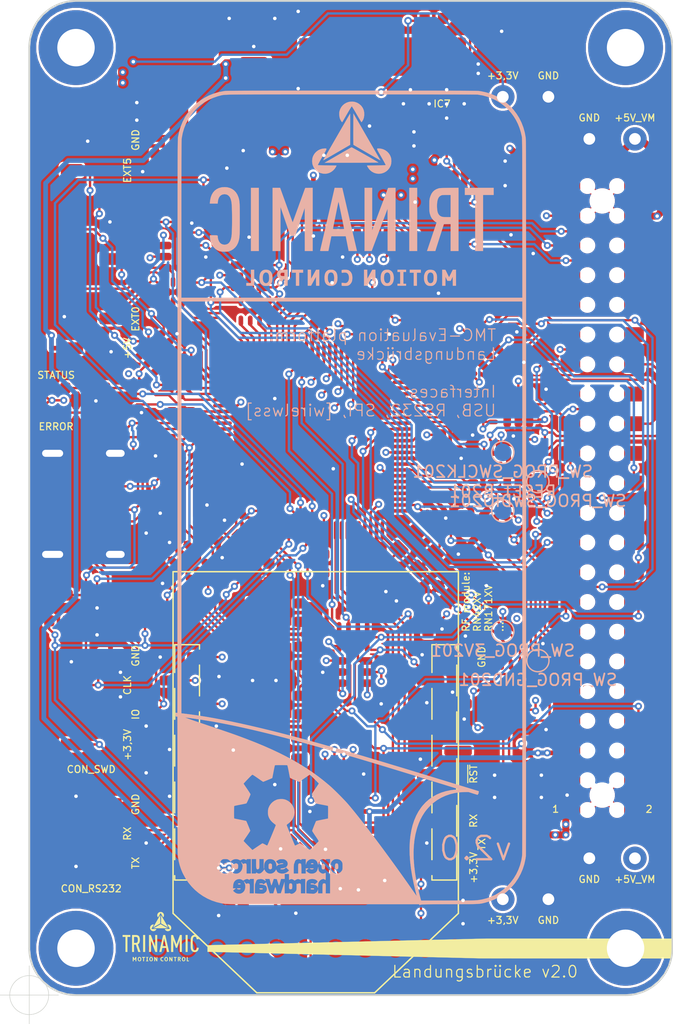
<source format=kicad_pcb>
(kicad_pcb (version 20171130) (host pcbnew "(5.1.2)-1")
  (layers (0 Top signal) (1 Route2 signal) (2 Route3 signal) (31 Bottom signal) (34 B.Paste user) (35 F.Paste user) (36 B.SilkS user) (37 F.SilkS user) (38 B.Mask user) (39 F.Mask user) (44 Edge.Cuts user))
  (net 0 "")
  (net 1 GND)
  (net 2 VM)
  (net 3 +5V_USB)
  (net 4 +3V3)
  (net 5 V_USB)
  (net 6 RS232_RX)
  (net 7 RS232_TX)
  (net 8 WIRELESS_TX)
  (net 9 WIRELESS_RX)
  (net 10 WIRELESS_NRST)
  (net 11 VM_+3V3)
  (net 12 AIN0_+3V3)
  (net 13 AIN1_+3V3)
  (net 14 AIN2_+3V3)
  (net 15 EEPROM_CSN)
  (net 16 +5V_VM)
  (net 17 ID_CH0_+3V3)
  (net 18 ID_CH1_+3V3)
  (net 19 ID_CLK_+3V3)
  (net 20 DIO0_+3V3)
  (net 21 DIO1_+3V3)
  (net 22 DIO2_+3V3)
  (net 23 DIO3_+3V3)
  (net 24 DIO4_+3V3)
  (net 25 DIO5_+3V3)
  (net 26 DIO6_+3V3)
  (net 27 DIO7_+3V3)
  (net 28 DIO8_+3V3)
  (net 29 DIO9_+3V3)
  (net 30 DIO10_+3V3)
  (net 31 DIO11_+3V3)
  (net 32 CLK16_+3V3)
  (net 33 SPI1_CSN_+3V3)
  (net 34 SPI1_SCK_+3V3)
  (net 35 SPI1_SDO_+3V3)
  (net 36 SPI1_SDI_+3V3)
  (net 37 SPI2_CSN0_+3V3)
  (net 38 SPI2_CSN1_+3V3)
  (net 39 SPI2_CSN2_+3V3)
  (net 40 SPI2_SDI_+3V3)
  (net 41 EEPROM_SCK)
  (net 42 EEPROM_SDI)
  (net 43 EEPROM_SDO)
  (net 44 SPI2_SCK_+3V3)
  (net 45 SPI2_SDO_+3V3)
  (net 46 EXT1_+3V3)
  (net 47 DIO18_+3V3)
  (net 48 DIO17_+3V3)
  (net 49 DIO12_+3V3)
  (net 50 DIO13_+3V3)
  (net 51 DIO14_+3V3)
  (net 52 DIO15_+3V3)
  (net 53 DIO16_+3V3)
  (net 54 DIO19_+3V3)
  (net 55 EXT0_+3V3)
  (net 56 EXT2_+3V3)
  (net 57 EXT3_+3V3)
  (net 58 EXT4_+3V3)
  (net 59 EXT5_+3V3)
  (net 60 MIXED1)
  (net 61 MIXED2)
  (net 62 MIXED3)
  (net 63 MIXED0)
  (net 64 MIXED5)
  (net 65 MIXED4)
  (net 66 MIXED6)
  (net 67 /Landungsbrücke_v20_2/RESET_B)
  (net 68 /Landungsbrücke_v20_2/SWCLK)
  (net 69 /Landungsbrücke_v20_2/SWDIO)
  (net 70 /Landungsbrücke_v20_3/AIN2)
  (net 71 /Landungsbrücke_v20_3/AIN1)
  (net 72 /Landungsbrücke_v20_3/AIN0)
  (net 73 /Landungsbrücke_v20_3/DIO19)
  (net 74 /Landungsbrücke_v20_3/DIO18)
  (net 75 /Landungsbrücke_v20_3/DIO17)
  (net 76 /Landungsbrücke_v20_3/DIO16)
  (net 77 /Landungsbrücke_v20_3/DIO15)
  (net 78 /Landungsbrücke_v20_3/DIO14)
  (net 79 /Landungsbrücke_v20_3/DIO13)
  (net 80 /Landungsbrücke_v20_3/DIO12)
  (net 81 /Landungsbrücke_v20_3/SPI1_SDO)
  (net 82 /Landungsbrücke_v20_3/SPI1_SDI)
  (net 83 /Landungsbrücke_v20_3/SPI1_SCK)
  (net 84 /Landungsbrücke_v20_3/SPI1_CSN)
  (net 85 /Landungsbrücke_v20_3/SPI2_SDI)
  (net 86 /Landungsbrücke_v20_3/SPI2_SDO)
  (net 87 /Landungsbrücke_v20_3/SPI2_SCK)
  (net 88 /Landungsbrücke_v20_3/SPI2_CSN2)
  (net 89 /Landungsbrücke_v20_3/SPI2_CSN1)
  (net 90 /Landungsbrücke_v20_3/SPI2_CSN0)
  (net 91 /Landungsbrücke_v20_3/CLK16)
  (net 92 /Landungsbrücke_v20_3/DIO11)
  (net 93 /Landungsbrücke_v20_3/DIO10)
  (net 94 /Landungsbrücke_v20_3/DIO9)
  (net 95 /Landungsbrücke_v20_3/DIO8)
  (net 96 /Landungsbrücke_v20_3/DIO7)
  (net 97 /Landungsbrücke_v20_3/DIO6)
  (net 98 /Landungsbrücke_v20_3/DIO5)
  (net 99 /Landungsbrücke_v20_3/DIO4)
  (net 100 /Landungsbrücke_v20_3/DIO3)
  (net 101 /Landungsbrücke_v20_3/DIO2)
  (net 102 /Landungsbrücke_v20_3/DIO1)
  (net 103 /Landungsbrücke_v20_3/DIO0)
  (net 104 /Landungsbrücke_v20_3/ID_CH1)
  (net 105 /Landungsbrücke_v20_3/ID_CH0)
  (net 106 /Landungsbrücke_v20_3/ID_CLK)
  (net 107 /Landungsbrücke_v20_3/EXT1)
  (net 108 /Landungsbrücke_v20_3/EXT0)
  (net 109 /Landungsbrücke_v20_3/EXT4)
  (net 110 /Landungsbrücke_v20_3/EXT5)
  (net 111 /Landungsbrücke_v20_3/EXT2)
  (net 112 /Landungsbrücke_v20_3/EXT3)
  (net 113 "Net-(C202-Pad2)")
  (net 114 "Net-(C203-Pad2)")
  (net 115 "Net-(C205-Pad2)")
  (net 116 "Net-(C212-Pad1)")
  (net 117 "Net-(C213-Pad2)")
  (net 118 "Net-(C401-Pad2)")
  (net 119 "Net-(C401-Pad1)")
  (net 120 "Net-(C402-Pad1)")
  (net 121 "Net-(C404-Pad1)")
  (net 122 "Net-(C408-Pad1)")
  (net 123 "Net-(C413-Pad2)")
  (net 124 "Net-(C413-Pad1)")
  (net 125 "Net-(C414-Pad2)")
  (net 126 "Net-(C414-Pad1)")
  (net 127 "Net-(C415-Pad2)")
  (net 128 "Net-(C416-Pad1)")
  (net 129 "Net-(CON_RS401-Pad3)")
  (net 130 "Net-(CON_RS401-Pad2)")
  (net 131 "Net-(IC201-Pad57)")
  (net 132 "Net-(IC201-Pad47)")
  (net 133 "Net-(IC201-Pad38)")
  (net 134 "Net-(IC201-Pad36)")
  (net 135 "Net-(IC201-Pad35)")
  (net 136 "Net-(IC201-Pad33)")
  (net 137 "Net-(IC201-Pad11)")
  (net 138 "Net-(IC201-Pad10)")
  (net 139 "Net-(IC401-Pad9)")
  (net 140 "Net-(IC401-Pad5)")
  (net 141 "Net-(IC401-Pad4)")
  (net 142 "Net-(IC402-Pad7)")
  (net 143 "Net-(J201-PadA4)")
  (net 144 "Net-(J201-PadA5)")
  (net 145 "Net-(LED201-Pad2)")
  (net 146 "Net-(LED202-Pad2)")
  (net 147 "Net-(RN307-Pad2)")
  (module Landungsbrücke_v20:Radio_module (layer Top) (at 24.5011 -18.8964 180)
    (fp_text reference RN171XV/RN42XV401 hide)
    (fp_text value "Not assembled" hide)
    (pad 12 smd roundrect (at 12.175 8 180) (size 2.35 0.85) (layers Top F.Paste F.Mask) (roundrect_rratio 0.235) (net 66 MIXED6))
    (pad 15 smd roundrect (at 9.825 2 180) (size 2.35 0.85) (layers Top F.Paste F.Mask) (roundrect_rratio 0.235))
    (pad 17 smd roundrect (at 9.825 -2 180) (size 2.35 0.85) (layers Top F.Paste F.Mask) (roundrect_rratio 0.235))
    (pad 20 smd roundrect (at 12.175 -8 180) (size 2.35 0.85) (layers Top F.Paste F.Mask) (roundrect_rratio 0.235))
    (pad 13 smd roundrect (at 9.825 6 180) (size 2.35 0.85) (layers Top F.Paste F.Mask) (roundrect_rratio 0.235) (net 62 MIXED3))
    (pad 19 smd roundrect (at 9.825 -6 180) (size 2.35 0.85) (layers Top F.Paste F.Mask) (roundrect_rratio 0.235))
    (pad 11 smd roundrect (at 9.825 10 180) (size 2.35 0.85) (layers Top F.Paste F.Mask) (roundrect_rratio 0.235) (net 61 MIXED2))
    (pad 18 smd roundrect (at 12.175 -4 180) (size 2.35 0.85) (layers Top F.Paste F.Mask) (roundrect_rratio 0.235))
    (pad 16 smd roundrect (at 12.175 0 180) (size 2.35 0.85) (layers Top F.Paste F.Mask) (roundrect_rratio 0.235))
    (pad 14 smd roundrect (at 12.175 4 180) (size 2.35 0.85) (layers Top F.Paste F.Mask) (roundrect_rratio 0.235))
    (pad 9 smd roundrect (at -9.825 8 180) (size 2.35 0.85) (layers Top F.Paste F.Mask) (roundrect_rratio 0.235))
    (pad 6 smd roundrect (at -12.175 2 180) (size 2.35 0.85) (layers Top F.Paste F.Mask) (roundrect_rratio 0.235))
    (pad 4 smd roundrect (at -12.175 -2 180) (size 2.35 0.85) (layers Top F.Paste F.Mask) (roundrect_rratio 0.235))
    (pad 1 smd roundrect (at -9.825 -8 180) (size 2.35 0.85) (layers Top F.Paste F.Mask) (roundrect_rratio 0.235) (net 4 +3V3))
    (pad 8 smd roundrect (at -12.175 6 180) (size 2.35 0.85) (layers Top F.Paste F.Mask) (roundrect_rratio 0.235))
    (pad 2 smd roundrect (at -12.175 -6 180) (size 2.35 0.85) (layers Top F.Paste F.Mask) (roundrect_rratio 0.235) (net 8 WIRELESS_TX))
    (pad 10 smd roundrect (at -12.175 10 180) (size 2.35 0.85) (layers Top F.Paste F.Mask) (roundrect_rratio 0.235) (net 1 GND))
    (pad 3 smd roundrect (at -9.825 -4 180) (size 2.35 0.85) (layers Top F.Paste F.Mask) (roundrect_rratio 0.235) (net 9 WIRELESS_RX))
    (pad 5 smd roundrect (at -9.825 0 180) (size 2.35 0.85) (layers Top F.Paste F.Mask) (roundrect_rratio 0.235) (net 10 WIRELESS_NRST))
    (pad 7 smd roundrect (at -9.825 4 180) (size 2.35 0.85) (layers Top F.Paste F.Mask) (roundrect_rratio 0.235))
  )
  (module "KiCad library:TMC-front-left-bar" (layer Top) (at 31.5 -5)
    (fp_text reference G*** hide)
    (fp_text value LOGO hide)
  )
  (module Capacitor_SMD:C_0603_1608Metric (layer Top) (at 11.3011 -47.4964 180)
    (fp_text reference C212)
    (fp_text value 2,2µF/10V/0603)
    (pad 2 smd roundrect (at 0.7875 0 180) (size 0.875 0.95) (layers Top F.Paste F.Mask) (net 1 GND))
    (pad 1 smd roundrect (at -0.7875 0 180) (size 0.875 0.95) (layers Top F.Paste F.Mask) (net 116 "Net-(C212-Pad1)"))
  )
  (module Package_QFP:LQFP-100_14x14mm_P0.5mm (layer Top) (at 24.2011 -47.3964)
    (fp_text reference IC201)
    (fp_text value MK20DN512VLL10)
    (pad 100 smd roundrect (at -6 -7.675) (size 0.3 1.6) (layers Top F.Paste F.Mask) (roundrect_rratio 0.5) (net 30 DIO10_+3V3) (clearance 0.18))
    (pad 99 smd roundrect (at -5.5 -7.675) (size 0.3 1.6) (layers Top F.Paste F.Mask) (roundrect_rratio 0.5) (net 31 DIO11_+3V3) (clearance 0.18))
    (pad 98 smd roundrect (at -5 -7.675) (size 0.3 1.6) (layers Top F.Paste F.Mask) (roundrect_rratio 0.5) (net 28 DIO8_+3V3) (clearance 0.18))
    (pad 97 smd roundrect (at -4.5 -7.675) (size 0.3 1.6) (layers Top F.Paste F.Mask) (roundrect_rratio 0.5) (net 29 DIO9_+3V3) (clearance 0.18))
    (pad 96 smd roundrect (at -4 -7.675) (size 0.3 1.6) (layers Top F.Paste F.Mask) (roundrect_rratio 0.5) (net 48 DIO17_+3V3) (clearance 0.18))
    (pad 95 smd roundrect (at -3.5 -7.675) (size 0.3 1.6) (layers Top F.Paste F.Mask) (roundrect_rratio 0.5) (net 47 DIO18_+3V3) (clearance 0.18))
    (pad 94 smd roundrect (at -3 -7.675) (size 0.3 1.6) (layers Top F.Paste F.Mask) (roundrect_rratio 0.5) (net 52 DIO15_+3V3) (clearance 0.18))
    (pad 93 smd roundrect (at -2.5 -7.675) (size 0.3 1.6) (layers Top F.Paste F.Mask) (roundrect_rratio 0.5) (net 53 DIO16_+3V3) (clearance 0.18))
    (pad 92 smd roundrect (at -2 -7.675) (size 0.3 1.6) (layers Top F.Paste F.Mask) (roundrect_rratio 0.5) (net 51 DIO14_+3V3) (clearance 0.18))
    (pad 91 smd roundrect (at -1.5 -7.675) (size 0.3 1.6) (layers Top F.Paste F.Mask) (roundrect_rratio 0.5) (net 50 DIO13_+3V3) (clearance 0.18))
    (pad 90 smd roundrect (at -1 -7.675) (size 0.3 1.6) (layers Top F.Paste F.Mask) (roundrect_rratio 0.5) (net 49 DIO12_+3V3) (clearance 0.18))
    (pad 89 smd roundrect (at -0.5 -7.675) (size 0.3 1.6) (layers Top F.Paste F.Mask) (roundrect_rratio 0.5) (net 4 +3V3) (clearance 0.18))
    (pad 88 smd roundrect (at 0 -7.675) (size 0.3 1.6) (layers Top F.Paste F.Mask) (roundrect_rratio 0.5) (net 1 GND) (clearance 0.18))
    (pad 87 smd roundrect (at 0.5 -7.675) (size 0.3 1.6) (layers Top F.Paste F.Mask) (roundrect_rratio 0.5) (net 54 DIO19_+3V3) (clearance 0.18))
    (pad 86 smd roundrect (at 1 -7.675) (size 0.3 1.6) (layers Top F.Paste F.Mask) (roundrect_rratio 0.5) (net 62 MIXED3) (clearance 0.18))
    (pad 85 smd roundrect (at 1.5 -7.675) (size 0.3 1.6) (layers Top F.Paste F.Mask) (roundrect_rratio 0.5) (net 61 MIXED2) (clearance 0.18))
    (pad 84 smd roundrect (at 2 -7.675) (size 0.3 1.6) (layers Top F.Paste F.Mask) (roundrect_rratio 0.5) (net 60 MIXED1) (clearance 0.18))
    (pad 83 smd roundrect (at 2.5 -7.675) (size 0.3 1.6) (layers Top F.Paste F.Mask) (roundrect_rratio 0.5) (net 63 MIXED0) (clearance 0.18))
    (pad 82 smd roundrect (at 3 -7.675) (size 0.3 1.6) (layers Top F.Paste F.Mask) (roundrect_rratio 0.5) (net 65 MIXED4) (clearance 0.18))
    (pad 81 smd roundrect (at 3.5 -7.675) (size 0.3 1.6) (layers Top F.Paste F.Mask) (roundrect_rratio 0.5) (net 64 MIXED5) (clearance 0.18))
    (pad 80 smd roundrect (at 4 -7.675) (size 0.3 1.6) (layers Top F.Paste F.Mask) (roundrect_rratio 0.5) (net 15 EEPROM_CSN) (clearance 0.18))
    (pad 79 smd roundrect (at 4.5 -7.675) (size 0.3 1.6) (layers Top F.Paste F.Mask) (roundrect_rratio 0.5) (net 43 EEPROM_SDO) (clearance 0.18))
    (pad 78 smd roundrect (at 5 -7.675) (size 0.3 1.6) (layers Top F.Paste F.Mask) (roundrect_rratio 0.5) (net 42 EEPROM_SDI) (clearance 0.18))
    (pad 77 smd roundrect (at 5.5 -7.675) (size 0.3 1.6) (layers Top F.Paste F.Mask) (roundrect_rratio 0.5) (net 41 EEPROM_SCK) (clearance 0.18))
    (pad 76 smd roundrect (at 6 -7.675) (size 0.3 1.6) (layers Top F.Paste F.Mask) (roundrect_rratio 0.5) (net 39 SPI2_CSN2_+3V3) (clearance 0.18))
    (pad 75 smd roundrect (at 7.675 -6) (size 1.6 0.3) (layers Top F.Paste F.Mask) (roundrect_rratio 0.5) (net 4 +3V3) (clearance 0.18))
    (pad 74 smd roundrect (at 7.675 -5.5) (size 1.6 0.3) (layers Top F.Paste F.Mask) (roundrect_rratio 0.5) (net 1 GND) (clearance 0.18))
    (pad 73 smd roundrect (at 7.675 -5) (size 1.6 0.3) (layers Top F.Paste F.Mask) (roundrect_rratio 0.5) (net 32 CLK16_+3V3) (clearance 0.18))
    (pad 72 smd roundrect (at 7.675 -4.5) (size 1.6 0.3) (layers Top F.Paste F.Mask) (roundrect_rratio 0.5) (net 26 DIO6_+3V3) (clearance 0.18))
    (pad 71 smd roundrect (at 7.675 -4) (size 1.6 0.3) (layers Top F.Paste F.Mask) (roundrect_rratio 0.5) (net 27 DIO7_+3V3) (clearance 0.18))
    (pad 70 smd roundrect (at 7.675 -3.5) (size 1.6 0.3) (layers Top F.Paste F.Mask) (roundrect_rratio 0.5) (net 37 SPI2_CSN0_+3V3) (clearance 0.18))
    (pad 69 smd roundrect (at 7.675 -3) (size 1.6 0.3) (layers Top F.Paste F.Mask) (roundrect_rratio 0.5) (net 45 SPI2_SDO_+3V3) (clearance 0.18))
    (pad 68 smd roundrect (at 7.675 -2.5) (size 1.6 0.3) (layers Top F.Paste F.Mask) (roundrect_rratio 0.5) (net 40 SPI2_SDI_+3V3) (clearance 0.18))
    (pad 67 smd roundrect (at 7.675 -2) (size 1.6 0.3) (layers Top F.Paste F.Mask) (roundrect_rratio 0.5) (net 44 SPI2_SCK_+3V3) (clearance 0.18))
    (pad 66 smd roundrect (at 7.675 -1.5) (size 1.6 0.3) (layers Top F.Paste F.Mask) (roundrect_rratio 0.5) (net 19 ID_CLK_+3V3) (clearance 0.18))
    (pad 65 smd roundrect (at 7.675 -1) (size 1.6 0.3) (layers Top F.Paste F.Mask) (roundrect_rratio 0.5) (net 18 ID_CH1_+3V3) (clearance 0.18))
    (pad 64 smd roundrect (at 7.675 -0.5) (size 1.6 0.3) (layers Top F.Paste F.Mask) (roundrect_rratio 0.5) (net 17 ID_CH0_+3V3) (clearance 0.18))
    (pad 63 smd roundrect (at 7.675 0) (size 1.6 0.3) (layers Top F.Paste F.Mask) (roundrect_rratio 0.5) (net 35 SPI1_SDO_+3V3) (clearance 0.18))
    (pad 62 smd roundrect (at 7.675 0.5) (size 1.6 0.3) (layers Top F.Paste F.Mask) (roundrect_rratio 0.5) (net 36 SPI1_SDI_+3V3) (clearance 0.18))
    (pad 61 smd roundrect (at 7.675 1) (size 1.6 0.3) (layers Top F.Paste F.Mask) (roundrect_rratio 0.5) (net 4 +3V3) (clearance 0.18))
    (pad 60 smd roundrect (at 7.675 1.5) (size 1.6 0.3) (layers Top F.Paste F.Mask) (roundrect_rratio 0.5) (net 1 GND) (clearance 0.18))
    (pad 59 smd roundrect (at 7.675 2) (size 1.6 0.3) (layers Top F.Paste F.Mask) (roundrect_rratio 0.5) (net 34 SPI1_SCK_+3V3) (clearance 0.18))
    (pad 58 smd roundrect (at 7.675 2.5) (size 1.6 0.3) (layers Top F.Paste F.Mask) (roundrect_rratio 0.5) (net 33 SPI1_CSN_+3V3) (clearance 0.18))
    (pad 57 smd roundrect (at 7.675 3) (size 1.6 0.3) (layers Top F.Paste F.Mask) (roundrect_rratio 0.5) (net 131 "Net-(IC201-Pad57)") (clearance 0.18))
    (pad 56 smd roundrect (at 7.675 3.5) (size 1.6 0.3) (layers Top F.Paste F.Mask) (roundrect_rratio 0.5) (net 25 DIO5_+3V3) (clearance 0.18))
    (pad 55 smd roundrect (at 7.675 4) (size 1.6 0.3) (layers Top F.Paste F.Mask) (roundrect_rratio 0.5) (net 24 DIO4_+3V3) (clearance 0.18))
    (pad 54 smd roundrect (at 7.675 4.5) (size 1.6 0.3) (layers Top F.Paste F.Mask) (roundrect_rratio 0.5) (net 23 DIO3_+3V3) (clearance 0.18))
    (pad 53 smd roundrect (at 7.675 5) (size 1.6 0.3) (layers Top F.Paste F.Mask) (roundrect_rratio 0.5) (net 22 DIO2_+3V3) (clearance 0.18))
    (pad 52 smd roundrect (at 7.675 5.5) (size 1.6 0.3) (layers Top F.Paste F.Mask) (roundrect_rratio 0.5) (net 67 /Landungsbrücke_v20_2/RESET_B) (clearance 0.18))
    (pad 51 smd roundrect (at 7.675 6) (size 1.6 0.3) (layers Top F.Paste F.Mask) (roundrect_rratio 0.5) (net 113 "Net-(C202-Pad2)") (clearance 0.18))
    (pad 50 smd roundrect (at 6 7.675) (size 0.3 1.6) (layers Top F.Paste F.Mask) (roundrect_rratio 0.5) (net 114 "Net-(C203-Pad2)") (clearance 0.18))
    (pad 49 smd roundrect (at 5.5 7.675) (size 0.3 1.6) (layers Top F.Paste F.Mask) (roundrect_rratio 0.5) (net 1 GND) (clearance 0.18))
    (pad 48 smd roundrect (at 5 7.675) (size 0.3 1.6) (layers Top F.Paste F.Mask) (roundrect_rratio 0.5) (net 4 +3V3) (clearance 0.18))
    (pad 47 smd roundrect (at 4.5 7.675) (size 0.3 1.6) (layers Top F.Paste F.Mask) (roundrect_rratio 0.5) (net 132 "Net-(IC201-Pad47)") (clearance 0.18))
    (pad 46 smd roundrect (at 4 7.675) (size 0.3 1.6) (layers Top F.Paste F.Mask) (roundrect_rratio 0.5) (net 10 WIRELESS_NRST) (clearance 0.18))
    (pad 45 smd roundrect (at 3.5 7.675) (size 0.3 1.6) (layers Top F.Paste F.Mask) (roundrect_rratio 0.5) (net 8 WIRELESS_TX) (clearance 0.18))
    (pad 44 smd roundrect (at 3 7.675) (size 0.3 1.6) (layers Top F.Paste F.Mask) (roundrect_rratio 0.5) (net 9 WIRELESS_RX) (clearance 0.18))
    (pad 43 smd roundrect (at 2.5 7.675) (size 0.3 1.6) (layers Top F.Paste F.Mask) (roundrect_rratio 0.5) (net 21 DIO1_+3V3) (clearance 0.18))
    (pad 42 smd roundrect (at 2 7.675) (size 0.3 1.6) (layers Top F.Paste F.Mask) (roundrect_rratio 0.5) (net 20 DIO0_+3V3) (clearance 0.18))
    (pad 41 smd roundrect (at 1.5 7.675) (size 0.3 1.6) (layers Top F.Paste F.Mask) (roundrect_rratio 0.5) (net 1 GND) (clearance 0.18))
    (pad 40 smd roundrect (at 1 7.675) (size 0.3 1.6) (layers Top F.Paste F.Mask) (roundrect_rratio 0.5) (net 4 +3V3) (clearance 0.18))
    (pad 39 smd roundrect (at 0.5 7.675) (size 0.3 1.6) (layers Top F.Paste F.Mask) (roundrect_rratio 0.5) (net 38 SPI2_CSN1_+3V3) (clearance 0.18))
    (pad 38 smd roundrect (at 0 7.675) (size 0.3 1.6) (layers Top F.Paste F.Mask) (roundrect_rratio 0.5) (net 133 "Net-(IC201-Pad38)") (clearance 0.18))
    (pad 37 smd roundrect (at -0.5 7.675) (size 0.3 1.6) (layers Top F.Paste F.Mask) (roundrect_rratio 0.5) (net 69 /Landungsbrücke_v20_2/SWDIO) (clearance 0.18))
    (pad 36 smd roundrect (at -1 7.675) (size 0.3 1.6) (layers Top F.Paste F.Mask) (roundrect_rratio 0.5) (net 134 "Net-(IC201-Pad36)") (clearance 0.18))
    (pad 35 smd roundrect (at -1.5 7.675) (size 0.3 1.6) (layers Top F.Paste F.Mask) (roundrect_rratio 0.5) (net 135 "Net-(IC201-Pad35)") (clearance 0.18))
    (pad 34 smd roundrect (at -2 7.675) (size 0.3 1.6) (layers Top F.Paste F.Mask) (roundrect_rratio 0.5) (net 68 /Landungsbrücke_v20_2/SWCLK) (clearance 0.18))
    (pad 33 smd roundrect (at -2.5 7.675) (size 0.3 1.6) (layers Top F.Paste F.Mask) (roundrect_rratio 0.5) (net 136 "Net-(IC201-Pad33)") (clearance 0.18))
    (pad 32 smd roundrect (at -3 7.675) (size 0.3 1.6) (layers Top F.Paste F.Mask) (roundrect_rratio 0.5) (net 6 RS232_RX) (clearance 0.18))
    (pad 31 smd roundrect (at -3.5 7.675) (size 0.3 1.6) (layers Top F.Paste F.Mask) (roundrect_rratio 0.5) (net 7 RS232_TX) (clearance 0.18))
    (pad 30 smd roundrect (at -4 7.675) (size 0.3 1.6) (layers Top F.Paste F.Mask) (roundrect_rratio 0.5) (net 115 "Net-(C205-Pad2)") (clearance 0.18))
    (pad 29 smd roundrect (at -4.5 7.675) (size 0.3 1.6) (layers Top F.Paste F.Mask) (roundrect_rratio 0.5) (clearance 0.18))
    (pad 28 smd roundrect (at -5 7.675) (size 0.3 1.6) (layers Top F.Paste F.Mask) (roundrect_rratio 0.5) (clearance 0.18))
    (pad 27 smd roundrect (at -5.5 7.675) (size 0.3 1.6) (layers Top F.Paste F.Mask) (roundrect_rratio 0.5) (clearance 0.18))
    (pad 26 smd roundrect (at -6 7.675) (size 0.3 1.6) (layers Top F.Paste F.Mask) (roundrect_rratio 0.5) (clearance 0.18))
    (pad 25 smd roundrect (at -7.675 6) (size 1.6 0.3) (layers Top F.Paste F.Mask) (roundrect_rratio 0.5) (net 1 GND) (clearance 0.18))
    (pad 24 smd roundrect (at -7.675 5.5) (size 1.6 0.3) (layers Top F.Paste F.Mask) (roundrect_rratio 0.5) (net 1 GND) (clearance 0.18))
    (pad 23 smd roundrect (at -7.675 5) (size 1.6 0.3) (layers Top F.Paste F.Mask) (roundrect_rratio 0.5) (net 117 "Net-(C213-Pad2)") (clearance 0.18))
    (pad 22 smd roundrect (at -7.675 4.5) (size 1.6 0.3) (layers Top F.Paste F.Mask) (roundrect_rratio 0.5) (net 117 "Net-(C213-Pad2)") (clearance 0.18))
    (pad 21 smd roundrect (at -7.675 4) (size 1.6 0.3) (layers Top F.Paste F.Mask) (roundrect_rratio 0.5) (net 1 GND) (clearance 0.18))
    (pad 20 smd roundrect (at -7.675 3.5) (size 1.6 0.3) (layers Top F.Paste F.Mask) (roundrect_rratio 0.5) (net 14 AIN2_+3V3) (clearance 0.18))
    (pad 19 smd roundrect (at -7.675 3) (size 1.6 0.3) (layers Top F.Paste F.Mask) (roundrect_rratio 0.5) (net 1 GND) (clearance 0.18))
    (pad 18 smd roundrect (at -7.675 2.5) (size 1.6 0.3) (layers Top F.Paste F.Mask) (roundrect_rratio 0.5) (net 13 AIN1_+3V3) (clearance 0.18))
    (pad 17 smd roundrect (at -7.675 2) (size 1.6 0.3) (layers Top F.Paste F.Mask) (roundrect_rratio 0.5) (net 1 GND) (clearance 0.18))
    (pad 16 smd roundrect (at -7.675 1.5) (size 1.6 0.3) (layers Top F.Paste F.Mask) (roundrect_rratio 0.5) (net 12 AIN0_+3V3) (clearance 0.18))
    (pad 15 smd roundrect (at -7.675 1) (size 1.6 0.3) (layers Top F.Paste F.Mask) (roundrect_rratio 0.5) (net 1 GND) (clearance 0.18))
    (pad 14 smd roundrect (at -7.675 0.5) (size 1.6 0.3) (layers Top F.Paste F.Mask) (roundrect_rratio 0.5) (net 11 VM_+3V3) (clearance 0.18))
    (pad 13 smd roundrect (at -7.675 0) (size 1.6 0.3) (layers Top F.Paste F.Mask) (roundrect_rratio 0.5) (net 5 V_USB) (clearance 0.18))
    (pad 12 smd roundrect (at -7.675 -0.5) (size 1.6 0.3) (layers Top F.Paste F.Mask) (roundrect_rratio 0.5) (net 116 "Net-(C212-Pad1)") (clearance 0.18))
    (pad 11 smd roundrect (at -7.675 -1) (size 1.6 0.3) (layers Top F.Paste F.Mask) (roundrect_rratio 0.5) (net 137 "Net-(IC201-Pad11)") (clearance 0.18))
    (pad 10 smd roundrect (at -7.675 -1.5) (size 1.6 0.3) (layers Top F.Paste F.Mask) (roundrect_rratio 0.5) (net 138 "Net-(IC201-Pad10)") (clearance 0.18))
    (pad 9 smd roundrect (at -7.675 -2) (size 1.6 0.3) (layers Top F.Paste F.Mask) (roundrect_rratio 0.5) (net 1 GND) (clearance 0.18))
    (pad 8 smd roundrect (at -7.675 -2.5) (size 1.6 0.3) (layers Top F.Paste F.Mask) (roundrect_rratio 0.5) (net 4 +3V3) (clearance 0.18))
    (pad 7 smd roundrect (at -7.675 -3) (size 1.6 0.3) (layers Top F.Paste F.Mask) (roundrect_rratio 0.5) (net 66 MIXED6) (clearance 0.18))
    (pad 6 smd roundrect (at -7.675 -3.5) (size 1.6 0.3) (layers Top F.Paste F.Mask) (roundrect_rratio 0.5) (net 59 EXT5_+3V3) (clearance 0.18))
    (pad 5 smd roundrect (at -7.675 -4) (size 1.6 0.3) (layers Top F.Paste F.Mask) (roundrect_rratio 0.5) (net 58 EXT4_+3V3) (clearance 0.18))
    (pad 4 smd roundrect (at -7.675 -4.5) (size 1.6 0.3) (layers Top F.Paste F.Mask) (roundrect_rratio 0.5) (net 57 EXT3_+3V3) (clearance 0.18))
    (pad 3 smd roundrect (at -7.675 -5) (size 1.6 0.3) (layers Top F.Paste F.Mask) (roundrect_rratio 0.5) (net 56 EXT2_+3V3) (clearance 0.18))
    (pad 2 smd roundrect (at -7.675 -5.5) (size 1.6 0.3) (layers Top F.Paste F.Mask) (roundrect_rratio 0.5) (net 46 EXT1_+3V3) (clearance 0.18))
    (pad 1 smd roundrect (at -7.675 -6) (size 1.6 0.3) (layers Top F.Paste F.Mask) (roundrect_rratio 0.5) (net 55 EXT0_+3V3) (clearance 0.18))
  )
  (module "KiCad library:EVAL-back-lable" (layer Bottom) (at 27.5 -42.5 180)
    (fp_text reference G*** hide)
    (fp_text value LOGO hide)
  )
  (module Connector_PinSocket_2.54mm:PinSocket_1x03_P2.54mm_Vertical_SMD_Pin1Right (layer Top) (at 5.3011 -13.7964)
    (fp_text reference CON_RS401)
    (fp_text value PinSocket_1x03_P2.54mm_Vertical_SMD_Pin1Right)
    (pad 3 smd roundrect (at 1.65 2.54) (size 1.9 1) (layers Top F.Paste F.Mask) (roundrect_rratio 0.2) (net 129 "Net-(CON_RS401-Pad3)"))
    (pad 1 smd roundrect (at 1.65 -2.54) (size 1.9 1) (layers Top F.Paste F.Mask) (roundrect_rratio 0.2) (net 1 GND))
    (pad 2 smd roundrect (at -1.65 0) (size 1.9 1) (layers Top F.Paste F.Mask) (roundrect_rratio 0.2) (net 130 "Net-(CON_RS401-Pad2)"))
  )
  (module Connector_PinSocket_2.54mm:PinSocket_1x04_P2.54mm_Vertical_SMD_Pin1Right (layer Top) (at 5.3011 -25.2364 180)
    (fp_text reference CON_SWD201)
    (fp_text value PinSocket_1x04_P2.54mm_Vertical_SMD_Pin1Right)
    (pad 3 smd roundrect (at 1.65 1.27 180) (size 1.9 1) (layers Top F.Paste F.Mask) (roundrect_rratio 0.2) (net 68 /Landungsbrücke_v20_2/SWCLK))
    (pad 1 smd roundrect (at 1.65 -3.81 180) (size 1.9 1) (layers Top F.Paste F.Mask) (roundrect_rratio 0.2) (net 4 +3V3))
    (pad 4 smd roundrect (at -1.65 3.81 180) (size 1.9 1) (layers Top F.Paste F.Mask) (roundrect_rratio 0.2) (net 1 GND))
    (pad 2 smd roundrect (at -1.65 -1.27 180) (size 1.9 1) (layers Top F.Paste F.Mask) (roundrect_rratio 0.2) (net 69 /Landungsbrücke_v20_2/SWDIO))
  )
  (module Connector_PinSocket_2.54mm:PinSocket_1x08_P2.54mm_Vertical_SMD_Pin1Right (layer Top) (at 5.3011 -64.1964 180)
    (fp_text reference CON_EXT301)
    (fp_text value PinSocket_1x08_P2.54mm_Vertical_SMD_Pin1Right)
    (pad 7 smd roundrect (at 1.65 6.35 180) (size 1.9 1) (layers Top F.Paste F.Mask) (roundrect_rratio 0.2) (net 110 /Landungsbrücke_v20_3/EXT5))
    (pad 5 smd roundrect (at 1.65 1.27 180) (size 1.9 1) (layers Top F.Paste F.Mask) (roundrect_rratio 0.2) (net 112 /Landungsbrücke_v20_3/EXT3))
    (pad 3 smd roundrect (at 1.65 -3.81 180) (size 1.9 1) (layers Top F.Paste F.Mask) (roundrect_rratio 0.2) (net 107 /Landungsbrücke_v20_3/EXT1))
    (pad 1 smd roundrect (at 1.65 -8.89 180) (size 1.9 1) (layers Top F.Paste F.Mask) (roundrect_rratio 0.2) (net 3 +5V_USB))
    (pad 8 smd roundrect (at -1.65 8.89 180) (size 1.9 1) (layers Top F.Paste F.Mask) (roundrect_rratio 0.2) (net 1 GND))
    (pad 6 smd roundrect (at -1.65 3.81 180) (size 1.9 1) (layers Top F.Paste F.Mask) (roundrect_rratio 0.2) (net 109 /Landungsbrücke_v20_3/EXT4))
    (pad 4 smd roundrect (at -1.65 -1.27 180) (size 1.9 1) (layers Top F.Paste F.Mask) (roundrect_rratio 0.2) (net 111 /Landungsbrücke_v20_3/EXT2))
    (pad 2 smd roundrect (at -1.65 -6.35 180) (size 1.9 1) (layers Top F.Paste F.Mask) (roundrect_rratio 0.2) (net 108 /Landungsbrücke_v20_3/EXT0))
  )
  (module TestPoint:TestPoint_Loop_D1.80mm_Drill1.0mm_Beaded (layer Top) (at 47.9011 -11.6964 180)
    (fp_text reference PROBE_GND403)
    (fp_text value "Not assembled")
    (pad 1 thru_hole circle (at 0 0 180) (size 2 2) (drill 1) (layers *.Cu *.Mask) (net 1 GND))
  )
  (module TestPoint:TestPoint_Loop_D1.80mm_Drill1.0mm_Beaded (layer Top) (at 44.4011 -8.1964 180)
    (fp_text reference PROBE_GND402)
    (fp_text value "Not assembled")
    (pad 1 thru_hole circle (at 0 0 180) (size 2 2) (drill 1) (layers *.Cu *.Mask) (net 1 GND))
  )
  (module TestPoint:TestPoint_Loop_D1.80mm_Drill1.0mm_Beaded (layer Top) (at 47.9011 -73.1964)
    (fp_text reference PROBE_GND401)
    (fp_text value "Not assembled")
    (pad 1 thru_hole circle (at 0 0) (size 2 2) (drill 1) (layers *.Cu *.Mask) (net 1 GND))
  )
  (module TestPoint:TestPoint_Loop_D1.80mm_Drill1.0mm_Beaded (layer Top) (at 40.5011 -8.1964)
    (fp_text reference PROBE1_+3,3V401)
    (fp_text value "Not assembled")
    (pad 1 thru_hole circle (at 0 0) (size 2 2) (drill 1) (layers *.Cu *.Mask) (net 4 +3V3))
  )
  (module TestPoint:TestPoint_Loop_D1.80mm_Drill1.0mm_Beaded (layer Top) (at 51.8011 -73.1964)
    (fp_text reference +5V_VM401)
    (fp_text value "Not assembled")
    (pad 1 thru_hole circle (at 0 0) (size 2 2) (drill 1) (layers *.Cu *.Mask) (net 16 +5V_VM))
  )
  (module TestPoint:TestPoint_Loop_D1.80mm_Drill1.0mm_Beaded (layer Top) (at 51.8011 -11.6964)
    (fp_text reference PROBE_+5V_VM401)
    (fp_text value 1PIN_1ROW)
    (pad 1 thru_hole circle (at 0 0) (size 2 2) (drill 1) (layers *.Cu *.Mask) (net 16 +5V_VM))
  )
  (module TestPoint:TestPoint_Loop_D1.80mm_Drill1.0mm_Beaded (layer Top) (at 44.4011 -76.7964)
    (fp_text reference GND401)
    (fp_text value 1PIN_1ROW)
    (pad 1 thru_hole circle (at 0 0) (size 2 2) (drill 1) (layers *.Cu *.Mask) (net 1 GND))
  )
  (module TestPoint:TestPoint_Loop_D1.80mm_Drill1.0mm_Beaded (layer Top) (at 40.5011 -76.7964)
    (fp_text reference +3,3V401)
    (fp_text value 1PIN_1ROW)
    (pad 1 thru_hole circle (at 0 0) (size 2 2) (drill 1) (layers *.Cu *.Mask) (net 4 +3V3))
  )
  (module MountingHole:MountingHole_3.2mm_M3_Pad (layer Top) (at 51 -4)
    (fp_text reference H404)
    (fp_text value MountingHole)
    (pad 1 thru_hole circle (at 0 0) (size 6.4 6.4) (drill 3.2) (layers *.Cu *.Mask))
  )
  (module MountingHole:MountingHole_3.2mm_M3_Pad (layer Top) (at 51 -81)
    (fp_text reference H403)
    (fp_text value MountingHole)
    (pad 1 thru_hole circle (at 0 0) (size 6.4 6.4) (drill 3.2) (layers *.Cu *.Mask))
  )
  (module MountingHole:MountingHole_3.2mm_M3_Pad (layer Top) (at 4 -4)
    (fp_text reference H402)
    (fp_text value MountingHole)
    (pad 1 thru_hole circle (at 0 0) (size 6.4 6.4) (drill 3.2) (layers *.Cu *.Mask))
  )
  (module MountingHole:MountingHole_3.2mm_M3_Pad (layer Top) (at 4 -81)
    (fp_text reference H401)
    (fp_text value MountingHole)
    (pad 1 thru_hole circle (at 0 0) (size 6.4 6.4) (drill 3.2) (layers *.Cu *.Mask))
  )
  (module Package_SO:TSSOP-14-1EP_4.4x5mm_P0.65mm (layer Top) (at 35.7011 -76.1964 90)
    (fp_text reference IC401)
    (fp_text value TI_LM5161)
    (pad 14 smd roundrect (at 2.95 -1.95 90) (size 1.45 0.45) (layers Top F.Paste F.Mask) (roundrect_rratio 0.444))
    (pad 13 smd roundrect (at 2.95 -1.3 90) (size 1.45 0.45) (layers Top F.Paste F.Mask) (roundrect_rratio 0.444) (net 119 "Net-(C401-Pad1)"))
    (pad 12 smd roundrect (at 2.95 -0.65 90) (size 1.45 0.45) (layers Top F.Paste F.Mask) (roundrect_rratio 0.444) (net 119 "Net-(C401-Pad1)"))
    (pad 11 smd roundrect (at 2.95 0 90) (size 1.45 0.45) (layers Top F.Paste F.Mask) (roundrect_rratio 0.444) (net 118 "Net-(C401-Pad2)"))
    (pad 10 smd roundrect (at 2.95 0.65 90) (size 1.45 0.45) (layers Top F.Paste F.Mask) (roundrect_rratio 0.444) (net 121 "Net-(C404-Pad1)"))
    (pad 9 smd roundrect (at 2.95 1.3 90) (size 1.45 0.45) (layers Top F.Paste F.Mask) (roundrect_rratio 0.444) (net 139 "Net-(IC401-Pad9)"))
    (pad 8 smd roundrect (at 2.95 1.95 90) (size 1.45 0.45) (layers Top F.Paste F.Mask) (roundrect_rratio 0.444) (net 1 GND))
    (pad 7 smd roundrect (at -2.95 1.95 90) (size 1.45 0.45) (layers Top F.Paste F.Mask) (roundrect_rratio 0.444))
    (pad 6 smd roundrect (at -2.95 1.3 90) (size 1.45 0.45) (layers Top F.Paste F.Mask) (roundrect_rratio 0.444) (net 122 "Net-(C408-Pad1)"))
    (pad 5 smd roundrect (at -2.95 0.65 90) (size 1.45 0.45) (layers Top F.Paste F.Mask) (roundrect_rratio 0.444) (net 140 "Net-(IC401-Pad5)"))
    (pad 4 smd roundrect (at -2.95 0 90) (size 1.45 0.45) (layers Top F.Paste F.Mask) (roundrect_rratio 0.444) (net 141 "Net-(IC401-Pad4)"))
    (pad 3 smd roundrect (at -2.95 -0.65 90) (size 1.45 0.45) (layers Top F.Paste F.Mask) (roundrect_rratio 0.444) (net 2 VM))
    (pad 2 smd roundrect (at -2.95 -1.3 90) (size 1.45 0.45) (layers Top F.Paste F.Mask) (roundrect_rratio 0.444) (net 1 GND))
    (pad 1 smd roundrect (at -2.95 -1.95 90) (size 1.45 0.45) (layers Top F.Paste F.Mask) (roundrect_rratio 0.444) (net 1 GND))
    (pad 15 smd roundrect (at 0 0 90) (size 3 3.6) (layers Top F.Mask) (roundrect_rratio 0.067) (net 1 GND))
  )
  (module Package_SO:SOIC-16_3.9x9.9mm_P1.27mm (layer Top) (at 24.7 -8.4 90)
    (fp_text reference IC402)
    (fp_text value SP202EEN-L/TR)
    (pad 16 smd roundrect (at 2.7 -4.445 90) (size 1.5 0.6) (layers Top F.Paste F.Mask) (roundrect_rratio 0.333) (net 4 +3V3))
    (pad 15 smd roundrect (at 2.7 -3.175 90) (size 1.5 0.6) (layers Top F.Paste F.Mask) (roundrect_rratio 0.333) (net 1 GND))
    (pad 14 smd roundrect (at 2.7 -1.905 90) (size 1.5 0.6) (layers Top F.Paste F.Mask) (roundrect_rratio 0.333) (net 129 "Net-(CON_RS401-Pad3)"))
    (pad 13 smd roundrect (at 2.7 -0.635 90) (size 1.5 0.6) (layers Top F.Paste F.Mask) (roundrect_rratio 0.333) (net 130 "Net-(CON_RS401-Pad2)"))
    (pad 12 smd roundrect (at 2.7 0.635 90) (size 1.5 0.6) (layers Top F.Paste F.Mask) (roundrect_rratio 0.333) (net 6 RS232_RX))
    (pad 11 smd roundrect (at 2.7 1.905 90) (size 1.5 0.6) (layers Top F.Paste F.Mask) (roundrect_rratio 0.333) (net 7 RS232_TX))
    (pad 10 smd roundrect (at 2.7 3.175 90) (size 1.5 0.6) (layers Top F.Paste F.Mask) (roundrect_rratio 0.333) (net 1 GND))
    (pad 9 smd roundrect (at 2.7 4.445 90) (size 1.5 0.6) (layers Top F.Paste F.Mask) (roundrect_rratio 0.333))
    (pad 8 smd roundrect (at -2.7 4.445 90) (size 1.5 0.6) (layers Top F.Paste F.Mask) (roundrect_rratio 0.333) (net 142 "Net-(IC402-Pad7)"))
    (pad 7 smd roundrect (at -2.7 3.175 90) (size 1.5 0.6) (layers Top F.Paste F.Mask) (roundrect_rratio 0.333) (net 142 "Net-(IC402-Pad7)"))
    (pad 6 smd roundrect (at -2.7 1.905 90) (size 1.5 0.6) (layers Top F.Paste F.Mask) (roundrect_rratio 0.333) (net 128 "Net-(C416-Pad1)"))
    (pad 5 smd roundrect (at -2.7 0.635 90) (size 1.5 0.6) (layers Top F.Paste F.Mask) (roundrect_rratio 0.333) (net 126 "Net-(C414-Pad1)"))
    (pad 4 smd roundrect (at -2.7 -0.635 90) (size 1.5 0.6) (layers Top F.Paste F.Mask) (roundrect_rratio 0.333) (net 125 "Net-(C414-Pad2)"))
    (pad 3 smd roundrect (at -2.7 -1.905 90) (size 1.5 0.6) (layers Top F.Paste F.Mask) (roundrect_rratio 0.333) (net 123 "Net-(C413-Pad2)"))
    (pad 2 smd roundrect (at -2.7 -3.175 90) (size 1.5 0.6) (layers Top F.Paste F.Mask) (roundrect_rratio 0.333) (net 127 "Net-(C415-Pad2)"))
    (pad 1 smd roundrect (at -2.7 -4.445 90) (size 1.5 0.6) (layers Top F.Paste F.Mask) (roundrect_rratio 0.333) (net 124 "Net-(C413-Pad1)"))
  )
  (module Package_TO_SOT_SMD:SOT-23-6 (layer Top) (at 26.5011 -15.6964)
    (fp_text reference SUPP307)
    (fp_text value "Not assembled")
    (pad 5 smd roundrect (at 1.1 0) (size 1.06 0.65) (layers Top F.Paste F.Mask) (roundrect_rratio 0.308) (net 3 +5V_USB))
    (pad 6 smd roundrect (at 1.1 -0.95) (size 1.06 0.65) (layers Top F.Paste F.Mask) (roundrect_rratio 0.308) (net 71 /Landungsbrücke_v20_3/AIN1))
    (pad 4 smd roundrect (at 1.1 0.95) (size 1.06 0.65) (layers Top F.Paste F.Mask) (roundrect_rratio 0.308) (net 72 /Landungsbrücke_v20_3/AIN0))
    (pad 3 smd roundrect (at -1.1 0.95) (size 1.06 0.65) (layers Top F.Paste F.Mask) (roundrect_rratio 0.308) (net 147 "Net-(RN307-Pad2)"))
    (pad 2 smd roundrect (at -1.1 0) (size 1.06 0.65) (layers Top F.Paste F.Mask) (roundrect_rratio 0.308) (net 1 GND))
    (pad 1 smd roundrect (at -1.1 -0.95) (size 1.06 0.65) (layers Top F.Paste F.Mask) (roundrect_rratio 0.308) (net 70 /Landungsbrücke_v20_3/AIN2))
  )
  (module LED_SMD:LED_0603_1608Metric (layer Top) (at 2.3011 -51.8964)
    (fp_text reference LED202)
    (fp_text value GREEN)
    (pad 2 smd roundrect (at 0.7875 0) (size 0.875 0.95) (layers Top F.Paste F.Mask) (net 146 "Net-(LED202-Pad2)"))
    (pad 1 smd roundrect (at -0.7875 0) (size 0.875 0.95) (layers Top F.Paste F.Mask) (net 4 +3V3))
  )
  (module LED_SMD:LED_0603_1608Metric (layer Top) (at 2.3011 -49.7964)
    (fp_text reference LED201)
    (fp_text value RED)
    (pad 2 smd roundrect (at 0.7875 0) (size 0.875 0.95) (layers Top F.Paste F.Mask) (net 145 "Net-(LED201-Pad2)"))
    (pad 1 smd roundrect (at -0.7875 0) (size 0.875 0.95) (layers Top F.Paste F.Mask) (net 4 +3V3))
  )
  (module Package_SO:SO-8_3.9x4.9mm_P1.27mm (layer Top) (at 28.7011 -62.0964 270)
    (fp_text reference IC403)
    (fp_text value AT25128B-SSHL-T)
    (pad 8 smd roundrect (at 2.575 -1.905 270) (size 1.75 0.6) (layers Top F.Paste F.Mask) (net 4 +3V3))
    (pad 7 smd roundrect (at 2.575 -0.635 270) (size 1.75 0.6) (layers Top F.Paste F.Mask) (net 4 +3V3))
    (pad 6 smd roundrect (at 2.575 0.635 270) (size 1.75 0.6) (layers Top F.Paste F.Mask) (net 41 EEPROM_SCK))
    (pad 5 smd roundrect (at 2.575 1.905 270) (size 1.75 0.6) (layers Top F.Paste F.Mask) (net 42 EEPROM_SDI))
    (pad 4 smd roundrect (at -2.575 1.905 270) (size 1.75 0.6) (layers Top F.Paste F.Mask) (net 1 GND))
    (pad 3 smd roundrect (at -2.575 0.635 270) (size 1.75 0.6) (layers Top F.Paste F.Mask) (net 4 +3V3))
    (pad 2 smd roundrect (at -2.575 -0.635 270) (size 1.75 0.6) (layers Top F.Paste F.Mask) (net 43 EEPROM_SDO))
    (pad 1 smd roundrect (at -2.575 -1.905 270) (size 1.75 0.6) (layers Top F.Paste F.Mask) (net 15 EEPROM_CSN))
  )
  (module Crystal:Crystal_SMD_SeikoEpson_FA238V-4Pin_3.2x2.5mm (layer Top) (at 33.118259 -37.913556 135)
    (fp_text reference Y201)
    (fp_text value "TSX-3225 16.0000MF09Z-AC0")
    (pad 4 smd roundrect (at -1.2 -0.95 135) (size 1.4 1.2) (layers Top F.Paste F.Mask) (roundrect_rratio 0.167) (net 1 GND))
    (pad 3 smd roundrect (at 1.2 -0.95 135) (size 1.4 1.2) (layers Top F.Paste F.Mask) (roundrect_rratio 0.167) (net 114 "Net-(C203-Pad2)"))
    (pad 2 smd roundrect (at 1.2 0.95 135) (size 1.4 1.2) (layers Top F.Paste F.Mask) (roundrect_rratio 0.167) (net 1 GND))
    (pad 1 smd roundrect (at -1.2 0.95 135) (size 1.4 1.2) (layers Top F.Paste F.Mask) (roundrect_rratio 0.167) (net 113 "Net-(C202-Pad2)"))
  )
  (module TestPoint:TestPoint_Pad_D1.5mm (layer Bottom) (at 43.5011 -43.8964)
    (fp_text reference SW_PROG_SWDIO201 (at 0 1.648) (layer B.SilkS) (effects (justify mirror)))
    (fp_text value "Not assembled")
    (pad 1 smd circle (at 0 0) (size 1.5 1.5) (layers Bottom B.Mask) (net 69 /Landungsbrücke_v20_2/SWDIO))
  )
  (module TestPoint:TestPoint_Pad_D1.5mm (layer Bottom) (at 40.5011 -46.3964)
    (fp_text reference SW_PROG_SWCLK201 (at 0 1.648) (layer B.SilkS) (effects (justify mirror)))
    (fp_text value "Not assembled")
    (pad 1 smd circle (at 0 0) (size 1.5 1.5) (layers Bottom B.Mask) (net 68 /Landungsbrücke_v20_2/SWCLK))
  )
  (module TestPoint:TestPoint_Pad_D1.5mm (layer Bottom) (at 43.5011 -28.5964)
    (fp_text reference SW_PROG_GND201 (at 0 1.648) (layer B.SilkS) (effects (justify mirror)))
    (fp_text value "Not assembled")
    (pad 1 smd circle (at 0 0) (size 1.5 1.5) (layers Bottom B.Mask) (net 1 GND))
  )
  (module TestPoint:TestPoint_Pad_D1.5mm (layer Bottom) (at 40.5011 -41.3964 180)
    (fp_text reference RESET_B201 (at 0 1.648) (layer B.SilkS) (effects (justify mirror)))
    (fp_text value "Not assembled")
    (pad 1 smd circle (at 0 0 180) (size 1.5 1.5) (layers Bottom B.Mask) (net 67 /Landungsbrücke_v20_2/RESET_B))
  )
  (module TestPoint:TestPoint_Pad_D1.5mm (layer Bottom) (at 40.5011 -31.0964)
    (fp_text reference SW_PROG_3V201 (at 0 1.648) (layer B.SilkS) (effects (justify mirror)))
    (fp_text value "Not assembled")
    (pad 1 smd circle (at 0 0) (size 1.5 1.5) (layers Bottom B.Mask) (net 4 +3V3))
  )
  (module Connector_USB:USB_C_Molex_1054500101_Horisontal (layer Top) (at 4.0011 -41.9964 270)
    (fp_text reference J201)
    (fp_text value USB-C)
    (pad A1 smd roundrect (at -3 -3.77 270) (size 0.3 0.7) (layers Top F.Paste F.Mask) (roundrect_rratio 0.3333333333333333) (net 1 GND))
    (pad A2 smd roundrect (at -2.5 -3.77 270) (size 0.3 0.7) (layers Top F.Paste F.Mask) (roundrect_rratio 0.3333333333333333))
    (pad A3 smd roundrect (at -2 -3.77 270) (size 0.3 0.7) (layers Top F.Paste F.Mask) (roundrect_rratio 0.3333333333333333))
    (pad A4 smd roundrect (at -1.5 -3.77 270) (size 0.3 0.7) (layers Top F.Paste F.Mask) (roundrect_rratio 0.3333333333333333) (net 143 "Net-(J201-PadA4)"))
    (pad A5 smd roundrect (at -1 -3.77 270) (size 0.3 0.7) (layers Top F.Paste F.Mask) (roundrect_rratio 0.3333333333333333) (net 144 "Net-(J201-PadA5)"))
    (pad A6 smd roundrect (at -0.5 -3.77 270) (size 0.3 0.7) (layers Top F.Paste F.Mask) (roundrect_rratio 0.3333333333333333) (net 138 "Net-(IC201-Pad10)"))
    (pad A7 smd roundrect (at 0.5 -3.77 270) (size 0.3 0.7) (layers Top F.Paste F.Mask) (roundrect_rratio 0.3333333333333333) (net 137 "Net-(IC201-Pad11)"))
    (pad A8 smd roundrect (at 1 -3.77 270) (size 0.3 0.7) (layers Top F.Paste F.Mask) (roundrect_rratio 0.3333333333333333))
    (pad A9 smd roundrect (at 1.5 -3.77 270) (size 0.3 0.7) (layers Top F.Paste F.Mask) (roundrect_rratio 0.3333333333333333) (net 143 "Net-(J201-PadA4)"))
    (pad A10 smd roundrect (at 2 -3.77 270) (size 0.3 0.7) (layers Top F.Paste F.Mask) (roundrect_rratio 0.3333333333333333))
    (pad A11 smd roundrect (at 2.5 -3.77 270) (size 0.3 0.7) (layers Top F.Paste F.Mask) (roundrect_rratio 0.3333333333333333))
    (pad A12 smd roundrect (at 3 -3.77 270) (size 0.3 0.7) (layers Top F.Paste F.Mask) (roundrect_rratio 0.3333333333333333) (net 1 GND))
    (pad B1 smd roundrect (at 3.1 -2.47 270) (size 1 0.7) (layers Top F.Paste F.Mask) (roundrect_rratio 0.2) (net 1 GND))
    (pad B2 smd roundrect (at 2.25 -2.47 270) (size 0.3 0.7) (layers Top F.Paste F.Mask) (roundrect_rratio 0.3333333333333333))
    (pad B3 smd roundrect (at 1.75 -2.47 270) (size 0.3 0.7) (layers Top F.Paste F.Mask) (roundrect_rratio 0.3333333333333333))
    (pad B4 smd roundrect (at 1.25 -2.47 270) (size 0.3 0.7) (layers Top F.Paste F.Mask) (roundrect_rratio 0.3333333333333333) (net 143 "Net-(J201-PadA4)"))
    (pad B5 smd roundrect (at 0.75 -2.47 270) (size 0.3 0.7) (layers Top F.Paste F.Mask) (roundrect_rratio 0.3333333333333333) (net 144 "Net-(J201-PadA5)"))
    (pad B6 smd roundrect (at 0.25 -2.47 270) (size 0.3 0.7) (layers Top F.Paste F.Mask) (roundrect_rratio 0.3333333333333333) (net 138 "Net-(IC201-Pad10)"))
    (pad B7 smd roundrect (at -0.25 -2.47 270) (size 0.3 0.7) (layers Top F.Paste F.Mask) (roundrect_rratio 0.3333333333333333) (net 137 "Net-(IC201-Pad11)"))
    (pad B8 smd roundrect (at -0.75 -2.47 270) (size 0.3 0.7) (layers Top F.Paste F.Mask) (roundrect_rratio 0.3333333333333333))
    (pad B9 smd roundrect (at -1.25 -2.47 270) (size 0.3 0.7) (layers Top F.Paste F.Mask) (roundrect_rratio 0.3333333333333333) (net 143 "Net-(J201-PadA4)"))
    (pad B10 smd roundrect (at -1.75 -2.47 270) (size 0.3 0.7) (layers Top F.Paste F.Mask) (roundrect_rratio 0.3333333333333333))
    (pad B11 smd roundrect (at -2.25 -2.47 270) (size 0.3 0.7) (layers Top F.Paste F.Mask) (roundrect_rratio 0.3333333333333333))
    (pad B12 smd roundrect (at -3.1 -2.47 270) (size 1 0.7) (layers Top F.Paste F.Mask) (roundrect_rratio 0.2) (net 1 GND))
    (pad S1 thru_hole oval (at -4.32 -3.36) (size 2.2 1.1) (drill oval 1.6 0.6) (layers *.Cu *.Mask) (net 1 GND))
    (pad S1 thru_hole oval (at 4.32 -3.36) (size 2.2 1.1) (drill oval 1.6 0.6) (layers *.Cu *.Mask) (net 1 GND))
    (pad S1 thru_hole oval (at -4.32 2) (size 2.4 1.1) (drill oval 1.8 0.6) (layers *.Cu *.Mask) (net 1 GND))
    (pad S1 thru_hole oval (at 4.32 2) (size 2.4 1.1) (drill oval 1.8 0.6) (layers *.Cu *.Mask) (net 1 GND))
  )
  (module Inductor_SMD:L_0603_1608Metric (layer Top) (at 12.3011 -45.3964 45)
    (fp_text reference L201)
    (fp_text value 600Ω@100MHz/0603)
    (pad 2 smd roundrect (at 0.7875 0 45) (size 0.875 0.95) (layers Top F.Paste F.Mask) (net 5 V_USB))
    (pad 1 smd roundrect (at -0.7875 0 45) (size 0.875 0.95) (layers Top F.Paste F.Mask) (net 143 "Net-(J201-PadA4)"))
  )
  (module Inductor_SMD:L_0603_1608Metric (layer Top) (at 17.7011 -37.8964 135)
    (fp_text reference L202)
    (fp_text value 600Ω@100MHz/0603)
    (pad 2 smd roundrect (at 0.7875 0 135) (size 0.875 0.95) (layers Top F.Paste F.Mask) (net 117 "Net-(C213-Pad2)"))
    (pad 1 smd roundrect (at -0.7875 0 135) (size 0.875 0.95) (layers Top F.Paste F.Mask) (net 4 +3V3))
  )
  (module Diode_SMD:D_TUMD2 (layer Top) (at 21.9011 -74.7964)
    (fp_text reference D402)
    (fp_text value MSS1P6)
    (pad 1 smd roundrect (at -0.65 0 180) (size 2 1.1) (layers Top F.Paste F.Mask) (roundrect_rratio 0.182) (net 3 +5V_USB))
    (pad 2 smd roundrect (at 1.25 0 180) (size 0.8 1.1) (layers Top F.Paste F.Mask) (net 120 "Net-(C402-Pad1)"))
  )
  (module Diode_SMD:D_TUMD2 (layer Top) (at 21.9011 -73.3)
    (fp_text reference D401)
    (fp_text value MSS1P6)
    (pad 1 smd roundrect (at -0.65 0 180) (size 2 1.1) (layers Top F.Paste F.Mask) (roundrect_rratio 0.182) (net 16 +5V_VM))
    (pad 2 smd roundrect (at 1.25 0 180) (size 0.8 1.1) (layers Top F.Paste F.Mask) (net 120 "Net-(C402-Pad1)"))
  )
  (module Diode_SMD:D_TUMD2 (layer Top) (at 19.0011 -74.4964 270)
    (fp_text reference D404)
    (fp_text value MSS1P6)
    (pad 1 smd roundrect (at -0.65 0 90) (size 2 1.1) (layers Top F.Paste F.Mask) (roundrect_rratio 0.182) (net 3 +5V_USB))
    (pad 2 smd roundrect (at 1.25 0 90) (size 0.8 1.1) (layers Top F.Paste F.Mask) (net 5 V_USB))
  )
  (module Package_TO_SOT_SMD:SOT-223-3_TabPin2 (layer Top) (at 12.8011 -78.6964 90)
    (fp_text reference LDO401)
    (fp_text value LD1117S33)
    (pad 1 smd roundrect (at -3.15 -2.3 90) (size 2 1.5) (layers Top F.Paste F.Mask) (roundrect_rratio 0.133) (net 1 GND))
    (pad 3 smd roundrect (at -3.15 2.3 90) (size 2 1.5) (layers Top F.Paste F.Mask) (roundrect_rratio 0.133) (net 3 +5V_USB))
    (pad 2 smd roundrect (at -3.15 0 90) (size 2 1.5) (layers Top F.Paste F.Mask) (roundrect_rratio 0.133) (net 4 +3V3))
    (pad 2 smd roundrect (at 3.15 0 90) (size 2 3.8) (layers Top F.Paste F.Mask) (roundrect_rratio 0.1) (net 4 +3V3))
  )
  (module Resistor_SMD:R_Array_Concave_4x0603 (layer Top) (at 13.144746 -52.7712 315)
    (fp_text reference RN308)
    (fp_text value 100Ω)
    (pad 5 smd roundrect (at 0.85 1.2 315) (size 0.9 0.4) (layers Top F.Paste F.Mask) (roundrect_rratio 0.5) (net 59 EXT5_+3V3))
    (pad 6 smd roundrect (at 0.85 0.4 315) (size 0.9 0.4) (layers Top F.Paste F.Mask) (roundrect_rratio 0.5) (net 58 EXT4_+3V3))
    (pad 7 smd roundrect (at 0.85 -0.4 315) (size 0.9 0.4) (layers Top F.Paste F.Mask) (roundrect_rratio 0.5) (net 57 EXT3_+3V3))
    (pad 8 smd roundrect (at 0.85 -1.2 315) (size 0.9 0.4) (layers Top F.Paste F.Mask) (roundrect_rratio 0.5) (net 56 EXT2_+3V3))
    (pad 4 smd roundrect (at -0.85 1.2 315) (size 0.9 0.4) (layers Top F.Paste F.Mask) (roundrect_rratio 0.5) (net 110 /Landungsbrücke_v20_3/EXT5))
    (pad 1 smd roundrect (at -0.85 -1.2 315) (size 0.9 0.4) (layers Top F.Paste F.Mask) (roundrect_rratio 0.5) (net 111 /Landungsbrücke_v20_3/EXT2))
    (pad 3 smd roundrect (at -0.85 0.4 315) (size 0.9 0.4) (layers Top F.Paste F.Mask) (roundrect_rratio 0.5) (net 109 /Landungsbrücke_v20_3/EXT4))
    (pad 2 smd roundrect (at -0.85 -0.4 315) (size 0.9 0.4) (layers Top F.Paste F.Mask) (roundrect_rratio 0.5) (net 112 /Landungsbrücke_v20_3/EXT3))
  )
  (module Package_TO_SOT_SMD:SOT-23-6 (layer Top) (at 27.7111 -27.6164)
    (fp_text reference SUPP312)
    (fp_text value SRV05-4)
    (pad 5 smd roundrect (at 1.1 0) (size 1.06 0.65) (layers Top F.Paste F.Mask) (roundrect_rratio 0.308) (net 4 +3V3))
    (pad 6 smd roundrect (at 1.1 -0.95) (size 1.06 0.65) (layers Top F.Paste F.Mask) (roundrect_rratio 0.308) (net 103 /Landungsbrücke_v20_3/DIO0))
    (pad 4 smd roundrect (at 1.1 0.95) (size 1.06 0.65) (layers Top F.Paste F.Mask) (roundrect_rratio 0.308) (net 102 /Landungsbrücke_v20_3/DIO1))
    (pad 3 smd roundrect (at -1.1 0.95) (size 1.06 0.65) (layers Top F.Paste F.Mask) (roundrect_rratio 0.308) (net 80 /Landungsbrücke_v20_3/DIO12))
    (pad 2 smd roundrect (at -1.1 0) (size 1.06 0.65) (layers Top F.Paste F.Mask) (roundrect_rratio 0.308) (net 1 GND))
    (pad 1 smd roundrect (at -1.1 -0.95) (size 1.06 0.65) (layers Top F.Paste F.Mask) (roundrect_rratio 0.308) (net 73 /Landungsbrücke_v20_3/DIO19))
  )
  (module Package_TO_SOT_SMD:SOT-23-6 (layer Top) (at 40.76724 -24.41934)
    (fp_text reference SUPP309)
    (fp_text value SRV05-4)
    (pad 5 smd roundrect (at 1.1 0) (size 1.06 0.65) (layers Top F.Paste F.Mask) (roundrect_rratio 0.308) (net 4 +3V3))
    (pad 6 smd roundrect (at 1.1 -0.95) (size 1.06 0.65) (layers Top F.Paste F.Mask) (roundrect_rratio 0.308) (net 105 /Landungsbrücke_v20_3/ID_CH0))
    (pad 4 smd roundrect (at 1.1 0.95) (size 1.06 0.65) (layers Top F.Paste F.Mask) (roundrect_rratio 0.308) (net 104 /Landungsbrücke_v20_3/ID_CH1))
    (pad 3 smd roundrect (at -1.1 0.95) (size 1.06 0.65) (layers Top F.Paste F.Mask) (roundrect_rratio 0.308) (net 89 /Landungsbrücke_v20_3/SPI2_CSN1))
    (pad 2 smd roundrect (at -1.1 0) (size 1.06 0.65) (layers Top F.Paste F.Mask) (roundrect_rratio 0.308) (net 1 GND))
    (pad 1 smd roundrect (at -1.1 -0.95) (size 1.06 0.65) (layers Top F.Paste F.Mask) (roundrect_rratio 0.308) (net 106 /Landungsbrücke_v20_3/ID_CLK))
  )
  (module Package_TO_SOT_SMD:SOT-23-6 (layer Top) (at 11.023428 -54.892521 225)
    (fp_text reference SUPP308)
    (fp_text value SRV05-4)
    (pad 5 smd roundrect (at 1.1 0 225) (size 1.06 0.65) (layers Top F.Paste F.Mask) (roundrect_rratio 0.308) (net 4 +3V3))
    (pad 6 smd roundrect (at 1.1 -0.95 225) (size 1.06 0.65) (layers Top F.Paste F.Mask) (roundrect_rratio 0.308) (net 109 /Landungsbrücke_v20_3/EXT4))
    (pad 4 smd roundrect (at 1.1 0.95 225) (size 1.06 0.65) (layers Top F.Paste F.Mask) (roundrect_rratio 0.308) (net 110 /Landungsbrücke_v20_3/EXT5))
    (pad 3 smd roundrect (at -1.1 0.95 225) (size 1.06 0.65) (layers Top F.Paste F.Mask) (roundrect_rratio 0.308) (net 111 /Landungsbrücke_v20_3/EXT2))
    (pad 2 smd roundrect (at -1.1 0 225) (size 1.06 0.65) (layers Top F.Paste F.Mask) (roundrect_rratio 0.308) (net 1 GND))
    (pad 1 smd roundrect (at -1.1 -0.95 225) (size 1.06 0.65) (layers Top F.Paste F.Mask) (roundrect_rratio 0.308) (net 112 /Landungsbrücke_v20_3/EXT3))
  )
  (module Package_TO_SOT_SMD:SOT-23-6 (layer Top) (at 12.729215 -63.12995 180)
    (fp_text reference SUPP306)
    (fp_text value SRV05-4)
    (pad 5 smd roundrect (at 1.1 0 180) (size 1.06 0.65) (layers Top F.Paste F.Mask) (roundrect_rratio 0.308) (net 4 +3V3))
    (pad 6 smd roundrect (at 1.1 -0.95 180) (size 1.06 0.65) (layers Top F.Paste F.Mask) (roundrect_rratio 0.308) (net 107 /Landungsbrücke_v20_3/EXT1))
    (pad 4 smd roundrect (at 1.1 0.95 180) (size 1.06 0.65) (layers Top F.Paste F.Mask) (roundrect_rratio 0.308) (net 108 /Landungsbrücke_v20_3/EXT0))
    (pad 3 smd roundrect (at -1.1 0.95 180) (size 1.06 0.65) (layers Top F.Paste F.Mask) (roundrect_rratio 0.308) (net 92 /Landungsbrücke_v20_3/DIO11))
    (pad 2 smd roundrect (at -1.1 0 180) (size 1.06 0.65) (layers Top F.Paste F.Mask) (roundrect_rratio 0.308) (net 1 GND))
    (pad 1 smd roundrect (at -1.1 -0.95 180) (size 1.06 0.65) (layers Top F.Paste F.Mask) (roundrect_rratio 0.308) (net 93 /Landungsbrücke_v20_3/DIO10))
  )
  (module Package_TO_SOT_SMD:SOT-23-6 (layer Top) (at 41.8311 -45.1064 90)
    (fp_text reference SUPP305)
    (fp_text value SRV05-4)
    (pad 5 smd roundrect (at 1.1 0 90) (size 1.06 0.65) (layers Top F.Paste F.Mask) (roundrect_rratio 0.308) (net 4 +3V3))
    (pad 6 smd roundrect (at 1.1 -0.95 90) (size 1.06 0.65) (layers Top F.Paste F.Mask) (roundrect_rratio 0.308) (net 88 /Landungsbrücke_v20_3/SPI2_CSN2))
    (pad 4 smd roundrect (at 1.1 0.95 90) (size 1.06 0.65) (layers Top F.Paste F.Mask) (roundrect_rratio 0.308) (net 82 /Landungsbrücke_v20_3/SPI1_SDI))
    (pad 3 smd roundrect (at -1.1 0.95 90) (size 1.06 0.65) (layers Top F.Paste F.Mask) (roundrect_rratio 0.308) (net 84 /Landungsbrücke_v20_3/SPI1_CSN))
    (pad 2 smd roundrect (at -1.1 0 90) (size 1.06 0.65) (layers Top F.Paste F.Mask) (roundrect_rratio 0.308) (net 1 GND))
    (pad 1 smd roundrect (at -1.1 -0.95 90) (size 1.06 0.65) (layers Top F.Paste F.Mask) (roundrect_rratio 0.308) (net 83 /Landungsbrücke_v20_3/SPI1_SCK))
  )
  (module Package_TO_SOT_SMD:SOT-23-6 (layer Top) (at 38.88915 -39.798521 45)
    (fp_text reference SUPP304)
    (fp_text value SRV05-4)
    (pad 5 smd roundrect (at 1.1 0 45) (size 1.06 0.65) (layers Top F.Paste F.Mask) (roundrect_rratio 0.308) (net 4 +3V3))
    (pad 6 smd roundrect (at 1.1 -0.95 45) (size 1.06 0.65) (layers Top F.Paste F.Mask) (roundrect_rratio 0.308) (net 99 /Landungsbrücke_v20_3/DIO4))
    (pad 4 smd roundrect (at 1.1 0.95 45) (size 1.06 0.65) (layers Top F.Paste F.Mask) (roundrect_rratio 0.308) (net 98 /Landungsbrücke_v20_3/DIO5))
    (pad 3 smd roundrect (at -1.1 0.95 45) (size 1.06 0.65) (layers Top F.Paste F.Mask) (roundrect_rratio 0.308) (net 101 /Landungsbrücke_v20_3/DIO2))
    (pad 2 smd roundrect (at -1.1 0 45) (size 1.06 0.65) (layers Top F.Paste F.Mask) (roundrect_rratio 0.308) (net 1 GND))
    (pad 1 smd roundrect (at -1.1 -0.95 45) (size 1.06 0.65) (layers Top F.Paste F.Mask) (roundrect_rratio 0.308) (net 100 /Landungsbrücke_v20_3/DIO3))
  )
  (module Package_TO_SOT_SMD:SOT-23-6 (layer Top) (at 41.8311 -50.2064 90)
    (fp_text reference SUPP303)
    (fp_text value SRV05-4)
    (pad 5 smd roundrect (at 1.1 0 90) (size 1.06 0.65) (layers Top F.Paste F.Mask) (roundrect_rratio 0.308) (net 4 +3V3))
    (pad 6 smd roundrect (at 1.1 -0.95 90) (size 1.06 0.65) (layers Top F.Paste F.Mask) (roundrect_rratio 0.308) (net 85 /Landungsbrücke_v20_3/SPI2_SDI))
    (pad 4 smd roundrect (at 1.1 0.95 90) (size 1.06 0.65) (layers Top F.Paste F.Mask) (roundrect_rratio 0.308) (net 86 /Landungsbrücke_v20_3/SPI2_SDO))
    (pad 3 smd roundrect (at -1.1 0.95 90) (size 1.06 0.65) (layers Top F.Paste F.Mask) (roundrect_rratio 0.308) (net 81 /Landungsbrücke_v20_3/SPI1_SDO))
    (pad 2 smd roundrect (at -1.1 0 90) (size 1.06 0.65) (layers Top F.Paste F.Mask) (roundrect_rratio 0.308) (net 1 GND))
    (pad 1 smd roundrect (at -1.1 -0.95 90) (size 1.06 0.65) (layers Top F.Paste F.Mask) (roundrect_rratio 0.308) (net 87 /Landungsbrücke_v20_3/SPI2_SCK))
  )
  (module Package_TO_SOT_SMD:SOT-23-6 (layer Top) (at 24.2811 -67.6064 90)
    (fp_text reference SUPP302)
    (fp_text value SRV05-4)
    (pad 5 smd roundrect (at 1.1 0 90) (size 1.06 0.65) (layers Top F.Paste F.Mask) (roundrect_rratio 0.308) (net 4 +3V3))
    (pad 6 smd roundrect (at 1.1 -0.95 90) (size 1.06 0.65) (layers Top F.Paste F.Mask) (roundrect_rratio 0.308) (net 76 /Landungsbrücke_v20_3/DIO16))
    (pad 4 smd roundrect (at 1.1 0.95 90) (size 1.06 0.65) (layers Top F.Paste F.Mask) (roundrect_rratio 0.308) (net 77 /Landungsbrücke_v20_3/DIO15))
    (pad 3 smd roundrect (at -1.1 0.95 90) (size 1.06 0.65) (layers Top F.Paste F.Mask) (roundrect_rratio 0.308) (net 79 /Landungsbrücke_v20_3/DIO13))
    (pad 2 smd roundrect (at -1.1 0 90) (size 1.06 0.65) (layers Top F.Paste F.Mask) (roundrect_rratio 0.308) (net 1 GND))
    (pad 1 smd roundrect (at -1.1 -0.95 90) (size 1.06 0.65) (layers Top F.Paste F.Mask) (roundrect_rratio 0.308) (net 78 /Landungsbrücke_v20_3/DIO14))
  )
  (module Package_TO_SOT_SMD:SOT-23-6 (layer Top) (at 18.864087 -61.456146 180)
    (fp_text reference SUPP301)
    (fp_text value SRV05-4)
    (pad 5 smd roundrect (at 1.1 0 180) (size 1.06 0.65) (layers Top F.Paste F.Mask) (roundrect_rratio 0.308) (net 4 +3V3))
    (pad 6 smd roundrect (at 1.1 -0.95 180) (size 1.06 0.65) (layers Top F.Paste F.Mask) (roundrect_rratio 0.308) (net 94 /Landungsbrücke_v20_3/DIO9))
    (pad 4 smd roundrect (at 1.1 0.95 180) (size 1.06 0.65) (layers Top F.Paste F.Mask) (roundrect_rratio 0.308) (net 95 /Landungsbrücke_v20_3/DIO8))
    (pad 3 smd roundrect (at -1.1 0.95 180) (size 1.06 0.65) (layers Top F.Paste F.Mask) (roundrect_rratio 0.308) (net 74 /Landungsbrücke_v20_3/DIO18))
    (pad 2 smd roundrect (at -1.1 0 180) (size 1.06 0.65) (layers Top F.Paste F.Mask) (roundrect_rratio 0.308) (net 1 GND))
    (pad 1 smd roundrect (at -1.1 -0.95 180) (size 1.06 0.65) (layers Top F.Paste F.Mask) (roundrect_rratio 0.308) (net 75 /Landungsbrücke_v20_3/DIO17))
  )
  (module Package_TO_SOT_SMD:SOT-23-6 (layer Top) (at 5.8011 -33.1164 90)
    (fp_text reference SUPP201)
    (fp_text value SRV05-4)
    (pad 5 smd roundrect (at 1.1 0 90) (size 1.06 0.65) (layers Top F.Paste F.Mask) (roundrect_rratio 0.308) (net 5 V_USB))
    (pad 6 smd roundrect (at 1.1 -0.95 90) (size 1.06 0.65) (layers Top F.Paste F.Mask) (roundrect_rratio 0.308) (net 137 "Net-(IC201-Pad11)"))
    (pad 4 smd roundrect (at 1.1 0.95 90) (size 1.06 0.65) (layers Top F.Paste F.Mask) (roundrect_rratio 0.308) (net 138 "Net-(IC201-Pad10)"))
    (pad 3 smd roundrect (at -1.1 0.95 90) (size 1.06 0.65) (layers Top F.Paste F.Mask) (roundrect_rratio 0.308) (net 69 /Landungsbrücke_v20_2/SWDIO))
    (pad 2 smd roundrect (at -1.1 0 90) (size 1.06 0.65) (layers Top F.Paste F.Mask) (roundrect_rratio 0.308) (net 1 GND))
    (pad 1 smd roundrect (at -1.1 -0.95 90) (size 1.06 0.65) (layers Top F.Paste F.Mask) (roundrect_rratio 0.308) (net 68 /Landungsbrücke_v20_2/SWCLK))
  )
  (module Package_TO_SOT_SMD:SOT-23-6 (layer Top) (at 38.605443 -55.394631 135)
    (fp_text reference SUPP311)
    (fp_text value SRV05-4)
    (pad 5 smd roundrect (at 1.1 0 135) (size 1.06 0.65) (layers Top F.Paste F.Mask) (roundrect_rratio 0.308) (net 4 +3V3))
    (pad 6 smd roundrect (at 1.1 -0.95 135) (size 1.06 0.65) (layers Top F.Paste F.Mask) (roundrect_rratio 0.308) (net 97 /Landungsbrücke_v20_3/DIO6))
    (pad 4 smd roundrect (at 1.1 0.95 135) (size 1.06 0.65) (layers Top F.Paste F.Mask) (roundrect_rratio 0.308) (net 91 /Landungsbrücke_v20_3/CLK16))
    (pad 3 smd roundrect (at -1.1 0.95 135) (size 1.06 0.65) (layers Top F.Paste F.Mask) (roundrect_rratio 0.308) (net 90 /Landungsbrücke_v20_3/SPI2_CSN0))
    (pad 2 smd roundrect (at -1.1 0 135) (size 1.06 0.65) (layers Top F.Paste F.Mask) (roundrect_rratio 0.308) (net 1 GND))
    (pad 1 smd roundrect (at -1.1 -0.95 135) (size 1.06 0.65) (layers Top F.Paste F.Mask) (roundrect_rratio 0.308) (net 96 /Landungsbrücke_v20_3/DIO7))
  )
  (module Package_TO_SOT_SMD:SOT-23-6 (layer Top) (at 13.8011 -36.8964 315)
    (fp_text reference SUPP310)
    (fp_text value SRV05-4)
    (pad 5 smd roundrect (at 1.1 0 315) (size 1.06 0.65) (layers Top F.Paste F.Mask) (roundrect_rratio 0.308) (net 4 +3V3))
    (pad 6 smd roundrect (at 1.1 -0.95 315) (size 1.06 0.65) (layers Top F.Paste F.Mask) (roundrect_rratio 0.308) (net 14 AIN2_+3V3))
    (pad 4 smd roundrect (at 1.1 0.95 315) (size 1.06 0.65) (layers Top F.Paste F.Mask) (roundrect_rratio 0.308) (net 13 AIN1_+3V3))
    (pad 3 smd roundrect (at -1.1 0.95 315) (size 1.06 0.65) (layers Top F.Paste F.Mask) (roundrect_rratio 0.308) (net 11 VM_+3V3))
    (pad 2 smd roundrect (at -1.1 0 315) (size 1.06 0.65) (layers Top F.Paste F.Mask) (roundrect_rratio 0.308) (net 1 GND))
    (pad 1 smd roundrect (at -1.1 -0.95 315) (size 1.06 0.65) (layers Top F.Paste F.Mask) (roundrect_rratio 0.308) (net 12 AIN0_+3V3))
  )
  (module Resistor_SMD:R_0805_2012Metric (layer Top) (at 35.3011 -67.6964 180)
    (fp_text reference R401)
    (fp_text value 30kΩ/1%/0805)
    (pad 2 smd roundrect (at 0.9375 0 180) (size 0.975 1.4) (layers Top F.Paste F.Mask) (net 2 VM))
    (pad 1 smd roundrect (at -0.9375 0 180) (size 0.975 1.4) (layers Top F.Paste F.Mask) (net 141 "Net-(IC401-Pad4)"))
  )
  (module Resistor_SMD:R_0603_1608Metric (layer Top) (at 37.7011 -83.4964)
    (fp_text reference R407)
    (fp_text value 2,2kΩ/1%/0603)
    (pad 2 smd roundrect (at 0.7875 0) (size 0.875 0.95) (layers Top F.Paste F.Mask) (net 1 GND))
    (pad 1 smd roundrect (at -0.7875 0) (size 0.875 0.95) (layers Top F.Paste F.Mask) (net 139 "Net-(IC401-Pad9)"))
  )
  (module Resistor_SMD:R_0603_1608Metric (layer Top) (at 34.6011 -83.4964 180)
    (fp_text reference R404)
    (fp_text value 3,3kΩ/1%/0603)
    (pad 2 smd roundrect (at 0.7875 0 180) (size 0.875 0.95) (layers Top F.Paste F.Mask) (net 120 "Net-(C402-Pad1)"))
    (pad 1 smd roundrect (at -0.7875 0 180) (size 0.875 0.95) (layers Top F.Paste F.Mask) (net 139 "Net-(IC401-Pad9)"))
  )
  (module Resistor_SMD:R_0805_2012Metric (layer Top) (at 35.3011 -69.7964)
    (fp_text reference R402)
    (fp_text value 150kΩ/1%/0805)
    (pad 2 smd roundrect (at 0.9375 0) (size 0.975 1.4) (layers Top F.Paste F.Mask) (net 140 "Net-(IC401-Pad5)"))
    (pad 1 smd roundrect (at -0.9375 0) (size 0.975 1.4) (layers Top F.Paste F.Mask) (net 2 VM))
  )
  (module Resistor_SMD:R_0603_1608Metric (layer Top) (at 38.9011 -69.1964 180)
    (fp_text reference R406)
    (fp_text value 6,8kΩ/1%/0603)
    (pad 2 smd roundrect (at 0.7875 0 180) (size 0.875 0.95) (layers Top F.Paste F.Mask) (net 141 "Net-(IC401-Pad4)"))
    (pad 1 smd roundrect (at -0.7875 0 180) (size 0.875 0.95) (layers Top F.Paste F.Mask) (net 1 GND))
  )
  (module Resistor_SMD:R_0603_1608Metric (layer Top) (at 10.0011 -37.3964 270)
    (fp_text reference R205)
    (fp_text value 5,1kΩ/1%/0603)
    (pad 2 smd roundrect (at 0.7875 0 270) (size 0.875 0.95) (layers Top F.Paste F.Mask) (net 144 "Net-(J201-PadA5)"))
    (pad 1 smd roundrect (at -0.7875 0 270) (size 0.875 0.95) (layers Top F.Paste F.Mask) (net 1 GND))
  )
  (module Resistor_SMD:R_0603_1608Metric (layer Top) (at 36.0011 -47.8964 180)
    (fp_text reference R212)
    (fp_text value 4,7kΩ/1%/0603)
    (pad 2 smd roundrect (at 0.7875 0 180) (size 0.875 0.95) (layers Top F.Paste F.Mask) (net 131 "Net-(IC201-Pad57)"))
    (pad 1 smd roundrect (at -0.7875 0 180) (size 0.875 0.95) (layers Top F.Paste F.Mask) (net 1 GND))
  )
  (module Resistor_SMD:R_0603_1608Metric (layer Top) (at 34.1011 -31.7964 90)
    (fp_text reference R211)
    (fp_text value 4,7kΩ/1%/0603)
    (pad 2 smd roundrect (at 0.7875 0 90) (size 0.875 0.95) (layers Top F.Paste F.Mask) (net 132 "Net-(IC201-Pad47)"))
    (pad 1 smd roundrect (at -0.7875 0 90) (size 0.875 0.95) (layers Top F.Paste F.Mask) (net 4 +3V3))
  )
  (module Resistor_SMD:R_0603_1608Metric (layer Top) (at 11.8011 -32.2964 270)
    (fp_text reference R203)
    (fp_text value 4,7kΩ/1%/0603)
    (pad 2 smd roundrect (at 0.7875 0 270) (size 0.875 0.95) (layers Top F.Paste F.Mask) (net 1 GND))
    (pad 1 smd roundrect (at -0.7875 0 270) (size 0.875 0.95) (layers Top F.Paste F.Mask) (net 136 "Net-(IC201-Pad33)"))
  )
  (module Resistor_SMD:R_0603_1608Metric (layer Top) (at 21.1011 -21.0964 90)
    (fp_text reference R405)
    (fp_text value 3,3kΩ/1%/0,1W/0603)
    (pad 2 smd roundrect (at 0.7875 0 90) (size 0.875 0.95) (layers Top F.Paste F.Mask) (net 11 VM_+3V3))
    (pad 1 smd roundrect (at -0.7875 0 90) (size 0.875 0.95) (layers Top F.Paste F.Mask) (net 1 GND))
  )
  (module Resistor_SMD:R_0805_2012Metric (layer Top) (at 23.1011 -21.0964 90)
    (fp_text reference R403)
    (fp_text value 68kΩ/1%/0,1W/0805)
    (pad 2 smd roundrect (at 0.9375 0 90) (size 0.975 1.4) (layers Top F.Paste F.Mask) (net 11 VM_+3V3))
    (pad 1 smd roundrect (at -0.9375 0 90) (size 0.975 1.4) (layers Top F.Paste F.Mask) (net 2 VM))
  )
  (module Resistor_SMD:R_0603_1608Metric (layer Top) (at 9.0011 -34.1964 180)
    (fp_text reference R210)
    (fp_text value 470kΩ/1%/0603)
    (pad 2 smd roundrect (at 0.7875 0 180) (size 0.875 0.95) (layers Top F.Paste F.Mask) (net 138 "Net-(IC201-Pad10)"))
    (pad 1 smd roundrect (at -0.7875 0 180) (size 0.875 0.95) (layers Top F.Paste F.Mask) (net 1 GND))
  )
  (module Resistor_SMD:R_0603_1608Metric (layer Top) (at 2.5011 -34.1964)
    (fp_text reference R209)
    (fp_text value 470kΩ/1%/0603)
    (pad 2 smd roundrect (at 0.7875 0) (size 0.875 0.95) (layers Top F.Paste F.Mask) (net 137 "Net-(IC201-Pad11)"))
    (pad 1 smd roundrect (at -0.7875 0) (size 0.875 0.95) (layers Top F.Paste F.Mask) (net 1 GND))
  )
  (module Resistor_SMD:R_0603_1608Metric (layer Top) (at 12.8011 -67.7964 90)
    (fp_text reference R204)
    (fp_text value 10kΩ/1%/0603)
    (pad 2 smd roundrect (at 0.7875 0 90) (size 0.875 0.95) (layers Top F.Paste F.Mask) (net 5 V_USB))
    (pad 1 smd roundrect (at -0.7875 0 90) (size 0.875 0.95) (layers Top F.Paste F.Mask) (net 133 "Net-(IC201-Pad38)"))
  )
  (module Resistor_SMD:R_0603_1608Metric (layer Top) (at 10.7011 -67.7964 270)
    (fp_text reference R208)
    (fp_text value 43kΩ/1%/0603)
    (pad 2 smd roundrect (at 0.7875 0 270) (size 0.875 0.95) (layers Top F.Paste F.Mask) (net 133 "Net-(IC201-Pad38)"))
    (pad 1 smd roundrect (at -0.7875 0 270) (size 0.875 0.95) (layers Top F.Paste F.Mask) (net 1 GND))
  )
  (module Resistor_SMD:R_0603_1608Metric (layer Top) (at 2.5011 -31.9964 180)
    (fp_text reference R207)
    (fp_text value 4,7kΩ/1%/0603)
    (pad 2 smd roundrect (at 0.7875 0 180) (size 0.875 0.95) (layers Top F.Paste F.Mask) (net 4 +3V3))
    (pad 1 smd roundrect (at -0.7875 0 180) (size 0.875 0.95) (layers Top F.Paste F.Mask) (net 68 /Landungsbrücke_v20_2/SWCLK))
  )
  (module Resistor_SMD:R_0603_1608Metric (layer Top) (at 9.0011 -31.9964)
    (fp_text reference R206)
    (fp_text value 4,7kΩ/1%/0603)
    (pad 2 smd roundrect (at 0.7875 0) (size 0.875 0.95) (layers Top F.Paste F.Mask) (net 4 +3V3))
    (pad 1 smd roundrect (at -0.7875 0) (size 0.875 0.95) (layers Top F.Paste F.Mask) (net 69 /Landungsbrücke_v20_2/SWDIO))
  )
  (module Resistor_SMD:R_0603_1608Metric (layer Top) (at 5.7011 -49.7964 180)
    (fp_text reference R201)
    (fp_text value 1kΩ/1%/0603)
    (pad 2 smd roundrect (at 0.7875 0 180) (size 0.875 0.95) (layers Top F.Paste F.Mask) (net 145 "Net-(LED201-Pad2)"))
    (pad 1 smd roundrect (at -0.7875 0 180) (size 0.875 0.95) (layers Top F.Paste F.Mask) (net 135 "Net-(IC201-Pad35)"))
  )
  (module Resistor_SMD:R_0603_1608Metric (layer Top) (at 5.7011 -51.8964 180)
    (fp_text reference R202)
    (fp_text value 1kΩ/1%/0603)
    (pad 2 smd roundrect (at 0.7875 0 180) (size 0.875 0.95) (layers Top F.Paste F.Mask) (net 146 "Net-(LED202-Pad2)"))
    (pad 1 smd roundrect (at -0.7875 0 180) (size 0.875 0.95) (layers Top F.Paste F.Mask) (net 134 "Net-(IC201-Pad36)"))
  )
  (module Resistor_SMD:R_0603_1608Metric (layer Top) (at 21.1011 -24.7964 90)
    (fp_text reference R306)
    (fp_text value 7,5kΩ/1%/0603)
    (pad 2 smd roundrect (at 0.7875 0 90) (size 0.875 0.95) (layers Top F.Paste F.Mask) (net 1 GND))
    (pad 1 smd roundrect (at -0.7875 0 90) (size 0.875 0.95) (layers Top F.Paste F.Mask) (net 12 AIN0_+3V3))
  )
  (module Resistor_SMD:R_0603_1608Metric (layer Top) (at 23.1011 -24.7964 270)
    (fp_text reference R303)
    (fp_text value 3,9kΩ/1%/0603)
    (pad 2 smd roundrect (at 0.7875 0 270) (size 0.875 0.95) (layers Top F.Paste F.Mask) (net 12 AIN0_+3V3))
    (pad 1 smd roundrect (at -0.7875 0 270) (size 0.875 0.95) (layers Top F.Paste F.Mask) (net 72 /Landungsbrücke_v20_3/AIN0))
  )
  (module Resistor_SMD:R_0603_1608Metric (layer Top) (at 21.1011 -28.9964 270)
    (fp_text reference R305)
    (fp_text value 7,5kΩ/1%/0603)
    (pad 2 smd roundrect (at 0.7875 0 270) (size 0.875 0.95) (layers Top F.Paste F.Mask) (net 1 GND))
    (pad 1 smd roundrect (at -0.7875 0 270) (size 0.875 0.95) (layers Top F.Paste F.Mask) (net 13 AIN1_+3V3))
  )
  (module Resistor_SMD:R_0603_1608Metric (layer Top) (at 23.1011 -28.9964 90)
    (fp_text reference R302)
    (fp_text value 3,9kΩ/1%/0603)
    (pad 2 smd roundrect (at 0.7875 0 90) (size 0.875 0.95) (layers Top F.Paste F.Mask) (net 13 AIN1_+3V3))
    (pad 1 smd roundrect (at -0.7875 0 90) (size 0.875 0.95) (layers Top F.Paste F.Mask) (net 71 /Landungsbrücke_v20_3/AIN1))
  )
  (module Resistor_SMD:R_0603_1608Metric (layer Top) (at 21.1011 -32.6964 90)
    (fp_text reference R304)
    (fp_text value 7,5kΩ/1%/0603)
    (pad 2 smd roundrect (at 0.7875 0 90) (size 0.875 0.95) (layers Top F.Paste F.Mask) (net 1 GND))
    (pad 1 smd roundrect (at -0.7875 0 90) (size 0.875 0.95) (layers Top F.Paste F.Mask) (net 14 AIN2_+3V3))
  )
  (module Resistor_SMD:R_0603_1608Metric (layer Top) (at 23.1011 -32.6964 270)
    (fp_text reference R301)
    (fp_text value 3,9kΩ/1%/0603)
    (pad 2 smd roundrect (at 0.7875 0 270) (size 0.875 0.95) (layers Top F.Paste F.Mask) (net 14 AIN2_+3V3))
    (pad 1 smd roundrect (at -0.7875 0 270) (size 0.875 0.95) (layers Top F.Paste F.Mask) (net 70 /Landungsbrücke_v20_3/AIN2))
  )
  (module Connector_Samtec_HLE_SMD:Samtec_HLE-122-02-xxx-DV-BE-A_2x22_P2.54mm_Horizontal (layer Top) (at 49.0011 -42.4964 90)
    (fp_text reference INTERFACE301)
    (fp_text value FEMALE_HEADER_SMD_2.54_44_PINSHORTPADS_HOLES)
    (pad 44 smd roundrect (at 26.67 2.72 90) (size 1.27 1.68) (layers Top F.Paste F.Mask) (roundrect_rratio 0.157) (net 1 GND))
    (pad 42 smd roundrect (at 24.13 2.72 90) (size 1.27 1.68) (layers Top F.Paste F.Mask) (roundrect_rratio 0.157) (net 16 +5V_VM))
    (pad 40 smd roundrect (at 21.59 2.72 90) (size 1.27 1.68) (layers Top F.Paste F.Mask) (roundrect_rratio 0.157) (net 74 /Landungsbrücke_v20_3/DIO18))
    (pad 38 smd roundrect (at 19.05 2.72 90) (size 1.27 1.68) (layers Top F.Paste F.Mask) (roundrect_rratio 0.157) (net 76 /Landungsbrücke_v20_3/DIO16))
    (pad 36 smd roundrect (at 16.51 2.72 90) (size 1.27 1.68) (layers Top F.Paste F.Mask) (roundrect_rratio 0.157) (net 78 /Landungsbrücke_v20_3/DIO14))
    (pad 34 smd roundrect (at 13.97 2.72 90) (size 1.27 1.68) (layers Top F.Paste F.Mask) (roundrect_rratio 0.157) (net 80 /Landungsbrücke_v20_3/DIO12))
    (pad 32 smd roundrect (at 11.43 2.72 90) (size 1.27 1.68) (layers Top F.Paste F.Mask) (roundrect_rratio 0.157) (net 82 /Landungsbrücke_v20_3/SPI1_SDI))
    (pad 30 smd roundrect (at 8.89 2.72 90) (size 1.27 1.68) (layers Top F.Paste F.Mask) (roundrect_rratio 0.157) (net 84 /Landungsbrücke_v20_3/SPI1_CSN))
    (pad 28 smd roundrect (at 6.35 2.72 90) (size 1.27 1.68) (layers Top F.Paste F.Mask) (roundrect_rratio 0.157) (net 86 /Landungsbrücke_v20_3/SPI2_SDO))
    (pad 26 smd roundrect (at 3.81 2.72 90) (size 1.27 1.68) (layers Top F.Paste F.Mask) (roundrect_rratio 0.157) (net 88 /Landungsbrücke_v20_3/SPI2_CSN2))
    (pad 24 smd roundrect (at 1.27 2.72 90) (size 1.27 1.68) (layers Top F.Paste F.Mask) (roundrect_rratio 0.157) (net 90 /Landungsbrücke_v20_3/SPI2_CSN0))
    (pad 22 smd roundrect (at -1.27 2.72 90) (size 1.27 1.68) (layers Top F.Paste F.Mask) (roundrect_rratio 0.157) (net 92 /Landungsbrücke_v20_3/DIO11))
    (pad 20 smd roundrect (at -3.81 2.72 90) (size 1.27 1.68) (layers Top F.Paste F.Mask) (roundrect_rratio 0.157) (net 94 /Landungsbrücke_v20_3/DIO9))
    (pad 18 smd roundrect (at -6.35 2.72 90) (size 1.27 1.68) (layers Top F.Paste F.Mask) (roundrect_rratio 0.157) (net 96 /Landungsbrücke_v20_3/DIO7))
    (pad 16 smd roundrect (at -8.89 2.72 90) (size 1.27 1.68) (layers Top F.Paste F.Mask) (roundrect_rratio 0.157) (net 70 /Landungsbrücke_v20_3/AIN2))
    (pad 14 smd roundrect (at -11.43 2.72 90) (size 1.27 1.68) (layers Top F.Paste F.Mask) (roundrect_rratio 0.157) (net 72 /Landungsbrücke_v20_3/AIN0))
    (pad 12 smd roundrect (at -13.97 2.72 90) (size 1.27 1.68) (layers Top F.Paste F.Mask) (roundrect_rratio 0.157) (net 99 /Landungsbrücke_v20_3/DIO4))
    (pad 10 smd roundrect (at -16.51 2.72 90) (size 1.27 1.68) (layers Top F.Paste F.Mask) (roundrect_rratio 0.157) (net 101 /Landungsbrücke_v20_3/DIO2))
    (pad 8 smd roundrect (at -19.05 2.72 90) (size 1.27 1.68) (layers Top F.Paste F.Mask) (roundrect_rratio 0.157) (net 103 /Landungsbrücke_v20_3/DIO0))
    (pad 6 smd roundrect (at -21.59 2.72 90) (size 1.27 1.68) (layers Top F.Paste F.Mask) (roundrect_rratio 0.157) (net 105 /Landungsbrücke_v20_3/ID_CH0))
    (pad 4 smd roundrect (at -24.13 2.72 90) (size 1.27 1.68) (layers Top F.Paste F.Mask) (roundrect_rratio 0.157) (net 106 /Landungsbrücke_v20_3/ID_CLK))
    (pad 2 smd roundrect (at -26.67 2.72 90) (size 1.27 1.68) (layers Top F.Paste F.Mask) (roundrect_rratio 0.157) (net 1 GND))
    (pad 43 smd roundrect (at 26.67 -2.72 90) (size 1.27 1.68) (layers Top F.Paste F.Mask) (roundrect_rratio 0.157) (net 1 GND))
    (pad 41 smd roundrect (at 24.13 -2.72 90) (size 1.27 1.68) (layers Top F.Paste F.Mask) (roundrect_rratio 0.157) (net 73 /Landungsbrücke_v20_3/DIO19))
    (pad 39 smd roundrect (at 21.59 -2.72 90) (size 1.27 1.68) (layers Top F.Paste F.Mask) (roundrect_rratio 0.157) (net 75 /Landungsbrücke_v20_3/DIO17))
    (pad 37 smd roundrect (at 19.05 -2.72 90) (size 1.27 1.68) (layers Top F.Paste F.Mask) (roundrect_rratio 0.157) (net 77 /Landungsbrücke_v20_3/DIO15))
    (pad 35 smd roundrect (at 16.51 -2.72 90) (size 1.27 1.68) (layers Top F.Paste F.Mask) (roundrect_rratio 0.157) (net 79 /Landungsbrücke_v20_3/DIO13))
    (pad 33 smd roundrect (at 13.97 -2.72 90) (size 1.27 1.68) (layers Top F.Paste F.Mask) (roundrect_rratio 0.157) (net 81 /Landungsbrücke_v20_3/SPI1_SDO))
    (pad 31 smd roundrect (at 11.43 -2.72 90) (size 1.27 1.68) (layers Top F.Paste F.Mask) (roundrect_rratio 0.157) (net 83 /Landungsbrücke_v20_3/SPI1_SCK))
    (pad 29 smd roundrect (at 8.89 -2.72 90) (size 1.27 1.68) (layers Top F.Paste F.Mask) (roundrect_rratio 0.157) (net 85 /Landungsbrücke_v20_3/SPI2_SDI))
    (pad 27 smd roundrect (at 6.35 -2.72 90) (size 1.27 1.68) (layers Top F.Paste F.Mask) (roundrect_rratio 0.157) (net 87 /Landungsbrücke_v20_3/SPI2_SCK))
    (pad 25 smd roundrect (at 3.81 -2.72 90) (size 1.27 1.68) (layers Top F.Paste F.Mask) (roundrect_rratio 0.157) (net 89 /Landungsbrücke_v20_3/SPI2_CSN1))
    (pad 23 smd roundrect (at 1.27 -2.72 90) (size 1.27 1.68) (layers Top F.Paste F.Mask) (roundrect_rratio 0.157) (net 91 /Landungsbrücke_v20_3/CLK16))
    (pad 21 smd roundrect (at -1.27 -2.72 90) (size 1.27 1.68) (layers Top F.Paste F.Mask) (roundrect_rratio 0.157) (net 93 /Landungsbrücke_v20_3/DIO10))
    (pad 19 smd roundrect (at -3.81 -2.72 90) (size 1.27 1.68) (layers Top F.Paste F.Mask) (roundrect_rratio 0.157) (net 95 /Landungsbrücke_v20_3/DIO8))
    (pad 17 smd roundrect (at -6.35 -2.72 90) (size 1.27 1.68) (layers Top F.Paste F.Mask) (roundrect_rratio 0.157) (net 97 /Landungsbrücke_v20_3/DIO6))
    (pad 15 smd roundrect (at -8.89 -2.72 90) (size 1.27 1.68) (layers Top F.Paste F.Mask) (roundrect_rratio 0.157) (net 71 /Landungsbrücke_v20_3/AIN1))
    (pad 13 smd roundrect (at -11.43 -2.72 90) (size 1.27 1.68) (layers Top F.Paste F.Mask) (roundrect_rratio 0.157) (net 98 /Landungsbrücke_v20_3/DIO5))
    (pad 11 smd roundrect (at -13.97 -2.72 90) (size 1.27 1.68) (layers Top F.Paste F.Mask) (roundrect_rratio 0.157) (net 100 /Landungsbrücke_v20_3/DIO3))
    (pad 9 smd roundrect (at -16.51 -2.72 90) (size 1.27 1.68) (layers Top F.Paste F.Mask) (roundrect_rratio 0.157) (net 102 /Landungsbrücke_v20_3/DIO1))
    (pad 7 smd roundrect (at -19.05 -2.72 90) (size 1.27 1.68) (layers Top F.Paste F.Mask) (roundrect_rratio 0.157) (net 104 /Landungsbrücke_v20_3/ID_CH1))
    (pad 5 smd roundrect (at -21.59 -2.72 90) (size 1.27 1.68) (layers Top F.Paste F.Mask) (roundrect_rratio 0.157) (net 3 +5V_USB))
    (pad 3 smd roundrect (at -24.13 -2.72 90) (size 1.27 1.68) (layers Top F.Paste F.Mask) (roundrect_rratio 0.157) (net 1 GND))
    (pad 1 smd roundrect (at -26.67 -2.72 90) (size 1.27 1.68) (layers Top F.Paste F.Mask) (roundrect_rratio 0.157) (net 2 VM))
    (pad "" np_thru_hole circle (at 26.67 1.27 90) (size 0.97 0.97) (drill 0.97) (layers *.Cu *.Mask))
    (pad "" np_thru_hole circle (at 26.67 -1.27 90) (size 0.97 0.97) (drill 0.97) (layers *.Cu *.Mask))
    (pad "" np_thru_hole circle (at 24.13 1.27 90) (size 0.97 0.97) (drill 0.97) (layers *.Cu *.Mask))
    (pad "" np_thru_hole circle (at 24.13 -1.27 90) (size 0.97 0.97) (drill 0.97) (layers *.Cu *.Mask))
    (pad "" np_thru_hole circle (at 21.59 1.27 90) (size 0.97 0.97) (drill 0.97) (layers *.Cu *.Mask))
    (pad "" np_thru_hole circle (at 21.59 -1.27 90) (size 0.97 0.97) (drill 0.97) (layers *.Cu *.Mask))
    (pad "" np_thru_hole circle (at 19.05 1.27 90) (size 0.97 0.97) (drill 0.97) (layers *.Cu *.Mask))
    (pad "" np_thru_hole circle (at 19.05 -1.27 90) (size 0.97 0.97) (drill 0.97) (layers *.Cu *.Mask))
    (pad "" np_thru_hole circle (at 16.51 1.27 90) (size 0.97 0.97) (drill 0.97) (layers *.Cu *.Mask))
    (pad "" np_thru_hole circle (at 16.51 -1.27 90) (size 0.97 0.97) (drill 0.97) (layers *.Cu *.Mask))
    (pad "" np_thru_hole circle (at 13.97 1.27 90) (size 0.97 0.97) (drill 0.97) (layers *.Cu *.Mask))
    (pad "" np_thru_hole circle (at 13.97 -1.27 90) (size 0.97 0.97) (drill 0.97) (layers *.Cu *.Mask))
    (pad "" np_thru_hole circle (at 11.43 1.27 90) (size 0.97 0.97) (drill 0.97) (layers *.Cu *.Mask))
    (pad "" np_thru_hole circle (at 11.43 -1.27 90) (size 0.97 0.97) (drill 0.97) (layers *.Cu *.Mask))
    (pad "" np_thru_hole circle (at 8.89 1.27 90) (size 0.97 0.97) (drill 0.97) (layers *.Cu *.Mask))
    (pad "" np_thru_hole circle (at 8.89 -1.27 90) (size 0.97 0.97) (drill 0.97) (layers *.Cu *.Mask))
    (pad "" np_thru_hole circle (at 6.35 1.27 90) (size 0.97 0.97) (drill 0.97) (layers *.Cu *.Mask))
    (pad "" np_thru_hole circle (at 6.35 -1.27 90) (size 0.97 0.97) (drill 0.97) (layers *.Cu *.Mask))
    (pad "" np_thru_hole circle (at 3.81 1.27 90) (size 0.97 0.97) (drill 0.97) (layers *.Cu *.Mask))
    (pad "" np_thru_hole circle (at 3.81 -1.27 90) (size 0.97 0.97) (drill 0.97) (layers *.Cu *.Mask))
    (pad "" np_thru_hole circle (at 1.27 1.27 90) (size 0.97 0.97) (drill 0.97) (layers *.Cu *.Mask))
    (pad "" np_thru_hole circle (at 1.27 -1.27 90) (size 0.97 0.97) (drill 0.97) (layers *.Cu *.Mask))
    (pad "" np_thru_hole circle (at -1.27 1.27 90) (size 0.97 0.97) (drill 0.97) (layers *.Cu *.Mask))
    (pad "" np_thru_hole circle (at -1.27 -1.27 90) (size 0.97 0.97) (drill 0.97) (layers *.Cu *.Mask))
    (pad "" np_thru_hole circle (at -3.81 1.27 90) (size 0.97 0.97) (drill 0.97) (layers *.Cu *.Mask))
    (pad "" np_thru_hole circle (at -3.81 -1.27 90) (size 0.97 0.97) (drill 0.97) (layers *.Cu *.Mask))
    (pad "" np_thru_hole circle (at -6.35 1.27 90) (size 0.97 0.97) (drill 0.97) (layers *.Cu *.Mask))
    (pad "" np_thru_hole circle (at -6.35 -1.27 90) (size 0.97 0.97) (drill 0.97) (layers *.Cu *.Mask))
    (pad "" np_thru_hole circle (at -8.89 1.27 90) (size 0.97 0.97) (drill 0.97) (layers *.Cu *.Mask))
    (pad "" np_thru_hole circle (at -8.89 -1.27 90) (size 0.97 0.97) (drill 0.97) (layers *.Cu *.Mask))
    (pad "" np_thru_hole circle (at -11.43 1.27 90) (size 0.97 0.97) (drill 0.97) (layers *.Cu *.Mask))
    (pad "" np_thru_hole circle (at -11.43 -1.27 90) (size 0.97 0.97) (drill 0.97) (layers *.Cu *.Mask))
    (pad "" np_thru_hole circle (at -13.97 1.27 90) (size 0.97 0.97) (drill 0.97) (layers *.Cu *.Mask))
    (pad "" np_thru_hole circle (at -13.97 -1.27 90) (size 0.97 0.97) (drill 0.97) (layers *.Cu *.Mask))
    (pad "" np_thru_hole circle (at -16.51 1.27 90) (size 0.97 0.97) (drill 0.97) (layers *.Cu *.Mask))
    (pad "" np_thru_hole circle (at -16.51 -1.27 90) (size 0.97 0.97) (drill 0.97) (layers *.Cu *.Mask))
    (pad "" np_thru_hole circle (at -19.05 1.27 90) (size 0.97 0.97) (drill 0.97) (layers *.Cu *.Mask))
    (pad "" np_thru_hole circle (at -19.05 -1.27 90) (size 0.97 0.97) (drill 0.97) (layers *.Cu *.Mask))
    (pad "" np_thru_hole circle (at -21.59 1.27 90) (size 0.97 0.97) (drill 0.97) (layers *.Cu *.Mask))
    (pad "" np_thru_hole circle (at -21.59 -1.27 90) (size 0.97 0.97) (drill 0.97) (layers *.Cu *.Mask))
    (pad "" np_thru_hole circle (at -24.13 1.27 90) (size 0.97 0.97) (drill 0.97) (layers *.Cu *.Mask))
    (pad "" np_thru_hole circle (at -24.13 -1.27 90) (size 0.97 0.97) (drill 0.97) (layers *.Cu *.Mask))
    (pad "" np_thru_hole circle (at -26.67 1.27 90) (size 0.97 0.97) (drill 0.97) (layers *.Cu *.Mask))
    (pad "" np_thru_hole circle (at -26.67 -1.27 90) (size 0.97 0.97) (drill 0.97) (layers *.Cu *.Mask))
    (pad "" np_thru_hole circle (at 25.4 0 90) (size 1.78 1.78) (drill 1.78) (layers *.Cu *.Mask))
    (pad "" np_thru_hole circle (at -25.4 0 90) (size 1.78 1.78) (drill 1.78) (layers *.Cu *.Mask))
  )
  (module Capacitor_SMD:C_0805_2012Metric (layer Top) (at 27.1011 -73.8964 270)
    (fp_text reference C402)
    (fp_text value 10μF/10V/0805)
    (pad 2 smd roundrect (at 0.9375 0 270) (size 0.975 1.4) (layers Top F.Paste F.Mask) (net 1 GND))
    (pad 1 smd roundrect (at -0.9375 0 270) (size 0.975 1.4) (layers Top F.Paste F.Mask) (net 120 "Net-(C402-Pad1)"))
  )
  (module Capacitor_SMD:C_0805_2012Metric (layer Top) (at 12.9011 -72.4964 270)
    (fp_text reference C411)
    (fp_text value 10μF/10V/0805)
    (pad 2 smd roundrect (at 0.9375 0 270) (size 0.975 1.4) (layers Top F.Paste F.Mask) (net 1 GND))
    (pad 1 smd roundrect (at -0.9375 0 270) (size 0.975 1.4) (layers Top F.Paste F.Mask) (net 4 +3V3))
  )
  (module Capacitor_SMD:C_0805_2012Metric (layer Top) (at 14.9011 -72.4964 270)
    (fp_text reference C409)
    (fp_text value 10μF/10V/0805)
    (pad 2 smd roundrect (at 0.9375 0 270) (size 0.975 1.4) (layers Top F.Paste F.Mask) (net 1 GND))
    (pad 1 smd roundrect (at -0.9375 0 270) (size 0.975 1.4) (layers Top F.Paste F.Mask) (net 3 +5V_USB))
  )
  (module Capacitor_SMD:C_0805_2012Metric (layer Top) (at 25.0011 -73.8964 270)
    (fp_text reference C403)
    (fp_text value 10μF/10V/0805)
    (pad 2 smd roundrect (at 0.9375 0 270) (size 0.975 1.4) (layers Top F.Paste F.Mask) (net 1 GND))
    (pad 1 smd roundrect (at -0.9375 0 270) (size 0.975 1.4) (layers Top F.Paste F.Mask) (net 120 "Net-(C402-Pad1)"))
  )
  (module Capacitor_SMD:C_1206_3216Metric (layer Top) (at 29.2011 -71.2964 90)
    (fp_text reference C406)
    (fp_text value 2,2μF/100V/1206)
    (pad 2 smd roundrect (at 1.4 0 90) (size 1.25 1.75) (layers Top F.Paste F.Mask) (roundrect_rratio 0.2) (net 1 GND))
    (pad 1 smd roundrect (at -1.4 0 90) (size 1.25 1.75) (layers Top F.Paste F.Mask) (roundrect_rratio 0.2) (net 2 VM))
  )
  (module Capacitor_SMD:C_1206_3216Metric (layer Top) (at 31.4011 -71.2964 90)
    (fp_text reference C407)
    (fp_text value 100nF/100V/1206)
    (pad 2 smd roundrect (at 1.4 0 90) (size 1.25 1.75) (layers Top F.Paste F.Mask) (roundrect_rratio 0.2) (net 1 GND))
    (pad 1 smd roundrect (at -1.4 0 90) (size 1.25 1.75) (layers Top F.Paste F.Mask) (roundrect_rratio 0.2) (net 2 VM))
  )
  (module Inductor_SMD:L_Bourns-SRU8043 (layer Top) (at 28.0011 -80.1964 180)
    (fp_text reference L401)
    (fp_text value 47μH/1,5A)
    (pad 2 smd roundrect (at 3.9 0 180) (size 2 3.2) (layers Top F.Paste F.Mask) (roundrect_rratio 0.1) (net 120 "Net-(C402-Pad1)"))
    (pad 1 smd roundrect (at -3.9 0 180) (size 2 3.2) (layers Top F.Paste F.Mask) (roundrect_rratio 0.1) (net 119 "Net-(C401-Pad1)"))
  )
  (module Diode_SMD:D_SMB (layer Top) (at 41.8011 -15.8964 90)
    (fp_text reference D403)
    (fp_text value SMBJ70A)
    (pad 2 smd roundrect (at 2.15 0 90) (size 2.5 2.3) (layers Top F.Paste F.Mask) (roundrect_rratio 0.08699999999999999) (net 1 GND))
    (pad 1 smd roundrect (at -2.15 0 90) (size 2.5 2.3) (layers Top F.Paste F.Mask) (roundrect_rratio 0.08699999999999999) (net 2 VM))
  )
  (module Capacitor_SMD:C_0603_1608Metric (layer Top) (at 37.7011 -81.3964)
    (fp_text reference C404)
    (fp_text value 1μF/50V/0603)
    (pad 2 smd roundrect (at 0.7875 0) (size 0.875 0.95) (layers Top F.Paste F.Mask) (net 1 GND))
    (pad 1 smd roundrect (at -0.7875 0) (size 0.875 0.95) (layers Top F.Paste F.Mask) (net 121 "Net-(C404-Pad1)"))
  )
  (module Capacitor_SMD:C_0603_1608Metric (layer Top) (at 34.6011 -81.3964)
    (fp_text reference C401)
    (fp_text value 10nF/10V/0603)
    (pad 2 smd roundrect (at 0.7875 0) (size 0.875 0.95) (layers Top F.Paste F.Mask) (net 118 "Net-(C401-Pad2)"))
    (pad 1 smd roundrect (at -0.7875 0) (size 0.875 0.95) (layers Top F.Paste F.Mask) (net 119 "Net-(C401-Pad1)"))
  )
  (module Capacitor_SMD:C_0603_1608Metric (layer Top) (at 38.9011 -71.2964)
    (fp_text reference C408)
    (fp_text value 22nF/50V/0603)
    (pad 2 smd roundrect (at 0.7875 0) (size 0.875 0.95) (layers Top F.Paste F.Mask) (net 1 GND))
    (pad 1 smd roundrect (at -0.7875 0) (size 0.875 0.95) (layers Top F.Paste F.Mask) (net 122 "Net-(C408-Pad1)"))
  )
  (module Capacitor_SMD:C_0603_1608Metric (layer Top) (at 10.9011 -72.5964 270)
    (fp_text reference C412)
    (fp_text value 100nF/10V/0603)
    (pad 2 smd roundrect (at 0.7875 0 270) (size 0.875 0.95) (layers Top F.Paste F.Mask) (net 1 GND))
    (pad 1 smd roundrect (at -0.7875 0 270) (size 0.875 0.95) (layers Top F.Paste F.Mask) (net 4 +3V3))
  )
  (module Capacitor_SMD:C_0603_1608Metric (layer Top) (at 16.9011 -72.9964 270)
    (fp_text reference C410)
    (fp_text value 100nF/10V/0603)
    (pad 2 smd roundrect (at 0.7875 0 270) (size 0.875 0.95) (layers Top F.Paste F.Mask) (net 1 GND))
    (pad 1 smd roundrect (at -0.7875 0 270) (size 0.875 0.95) (layers Top F.Paste F.Mask) (net 3 +5V_USB))
  )
  (module Capacitor_SMD:C_0603_1608Metric (layer Top) (at 35.2011 -8.0964)
    (fp_text reference C419)
    (fp_text value 4,7µF/10V/0603)
    (pad 2 smd roundrect (at 0.7875 0) (size 0.875 0.95) (layers Top F.Paste F.Mask) (net 1 GND))
    (pad 1 smd roundrect (at -0.7875 0) (size 0.875 0.95) (layers Top F.Paste F.Mask) (net 4 +3V3))
  )
  (module Capacitor_SMD:C_0603_1608Metric (layer Top) (at 35.2011 -6.0964)
    (fp_text reference C418)
    (fp_text value 100nF/10V/0603)
    (pad 2 smd roundrect (at 0.7875 0) (size 0.875 0.95) (layers Top F.Paste F.Mask) (net 1 GND))
    (pad 1 smd roundrect (at -0.7875 0) (size 0.875 0.95) (layers Top F.Paste F.Mask) (net 4 +3V3))
  )
  (module Capacitor_SMD:C_0603_1608Metric (layer Top) (at 16.2011 -8.6964 270)
    (fp_text reference C417)
    (fp_text value 100nF/10V/0603)
    (pad 2 smd roundrect (at 0.7875 0 270) (size 0.875 0.95) (layers Top F.Paste F.Mask) (net 1 GND))
    (pad 1 smd roundrect (at -0.7875 0 270) (size 0.875 0.95) (layers Top F.Paste F.Mask) (net 4 +3V3))
  )
  (module Capacitor_SMD:C_0603_1608Metric (layer Top) (at 18.3011 -8.6964 270)
    (fp_text reference C415)
    (fp_text value 100nF/10V/0603)
    (pad 2 smd roundrect (at 0.7875 0 270) (size 0.875 0.95) (layers Top F.Paste F.Mask) (net 127 "Net-(C415-Pad2)"))
    (pad 1 smd roundrect (at -0.7875 0 270) (size 0.875 0.95) (layers Top F.Paste F.Mask) (net 4 +3V3))
  )
  (module Capacitor_SMD:C_0603_1608Metric (layer Top) (at 24.7011 -2.2964 180)
    (fp_text reference C414)
    (fp_text value 100nF/10V/0603)
    (pad 2 smd roundrect (at 0.7875 0 180) (size 0.875 0.95) (layers Top F.Paste F.Mask) (net 125 "Net-(C414-Pad2)"))
    (pad 1 smd roundrect (at -0.7875 0 180) (size 0.875 0.95) (layers Top F.Paste F.Mask) (net 126 "Net-(C414-Pad1)"))
  )
  (module Capacitor_SMD:C_0603_1608Metric (layer Top) (at 21.5 -2.3)
    (fp_text reference C413)
    (fp_text value 100nF/10V/0603)
    (pad 2 smd roundrect (at 0.7875 0) (size 0.875 0.95) (layers Top F.Paste F.Mask) (net 123 "Net-(C413-Pad2)"))
    (pad 1 smd roundrect (at -0.7875 0) (size 0.875 0.95) (layers Top F.Paste F.Mask) (net 124 "Net-(C413-Pad1)"))
  )
  (module Capacitor_SMD:C_0603_1608Metric (layer Top) (at 31.4011 -7.6964 90)
    (fp_text reference C416)
    (fp_text value 100nF/10V/0603)
    (pad 2 smd roundrect (at 0.7875 0 90) (size 0.875 0.95) (layers Top F.Paste F.Mask) (net 1 GND))
    (pad 1 smd roundrect (at -0.7875 0 90) (size 0.875 0.95) (layers Top F.Paste F.Mask) (net 128 "Net-(C416-Pad1)"))
  )
  (module Capacitor_SMD:C_0603_1608Metric (layer Top) (at 19.1011 -21.0964 270)
    (fp_text reference C405)
    (fp_text value 100nF/10V/0603)
    (pad 2 smd roundrect (at 0.7875 0 270) (size 0.875 0.95) (layers Top F.Paste F.Mask) (net 1 GND))
    (pad 1 smd roundrect (at -0.7875 0 270) (size 0.875 0.95) (layers Top F.Paste F.Mask) (net 11 VM_+3V3))
  )
  (module Capacitor_SMD:C_0603_1608Metric (layer Top) (at 14.9011 -67.7964 270)
    (fp_text reference C201)
    (fp_text value 10nF/10V/0603)
    (pad 2 smd roundrect (at 0.7875 0 270) (size 0.875 0.95) (layers Top F.Paste F.Mask) (net 1 GND))
    (pad 1 smd roundrect (at -0.7875 0 270) (size 0.875 0.95) (layers Top F.Paste F.Mask) (net 5 V_USB))
  )
  (module Capacitor_SMD:C_0603_1608Metric (layer Top) (at 32.0011 -35.4964 135)
    (fp_text reference C203)
    (fp_text value 15pF/10V/0603)
    (pad 2 smd roundrect (at 0.7875 0 135) (size 0.875 0.95) (layers Top F.Paste F.Mask) (net 114 "Net-(C203-Pad2)"))
    (pad 1 smd roundrect (at -0.7875 0 135) (size 0.875 0.95) (layers Top F.Paste F.Mask) (net 1 GND))
  )
  (module Capacitor_SMD:C_0603_1608Metric (layer Top) (at 35.5511 -35.4964 45)
    (fp_text reference C202)
    (fp_text value 15pF/10V/0603)
    (pad 2 smd roundrect (at 0.7875 0 45) (size 0.875 0.95) (layers Top F.Paste F.Mask) (net 113 "Net-(C202-Pad2)"))
    (pad 1 smd roundrect (at -0.7875 0 45) (size 0.875 0.95) (layers Top F.Paste F.Mask) (net 1 GND))
  )
  (module Capacitor_SMD:C_0603_1608Metric (layer Top) (at 34.5811 -40.3964 135)
    (fp_text reference C204)
    (fp_text value 100nF/10V/0603)
    (pad 2 smd roundrect (at 0.7875 0 135) (size 0.875 0.95) (layers Top F.Paste F.Mask) (net 67 /Landungsbrücke_v20_2/RESET_B))
    (pad 1 smd roundrect (at -0.7875 0 135) (size 0.875 0.95) (layers Top F.Paste F.Mask) (net 1 GND))
  )
  (module Capacitor_SMD:C_0603_1608Metric (layer Top) (at 20.5011 -36.0964 90)
    (fp_text reference C205)
    (fp_text value 100nF/10V/0603)
    (pad 2 smd roundrect (at 0.7875 0 90) (size 0.875 0.95) (layers Top F.Paste F.Mask) (net 115 "Net-(C205-Pad2)"))
    (pad 1 smd roundrect (at -0.7875 0 90) (size 0.875 0.95) (layers Top F.Paste F.Mask) (net 1 GND))
  )
  (module Capacitor_SMD:C_0603_1608Metric (layer Top) (at 15.4011 -40.1964 315)
    (fp_text reference C213)
    (fp_text value 100nF/10V/0603)
    (pad 2 smd roundrect (at 0.7875 0 315) (size 0.875 0.95) (layers Top F.Paste F.Mask) (net 117 "Net-(C213-Pad2)"))
    (pad 1 smd roundrect (at -0.7875 0 315) (size 0.875 0.95) (layers Top F.Paste F.Mask) (net 1 GND))
  )
  (module Capacitor_SMD:C_0603_1608Metric (layer Top) (at 13 -49.8 180)
    (fp_text reference C211)
    (fp_text value 100nF/10V/0603)
    (pad 2 smd roundrect (at 0.7875 0 180) (size 0.875 0.95) (layers Top F.Paste F.Mask) (net 1 GND))
    (pad 1 smd roundrect (at -0.7875 0 180) (size 0.875 0.95) (layers Top F.Paste F.Mask) (net 4 +3V3))
  )
  (module Capacitor_SMD:C_0603_1608Metric (layer Top) (at 25.2011 -36.8964 90)
    (fp_text reference C210)
    (fp_text value 100nF/10V/0603)
    (pad 2 smd roundrect (at 0.7875 0 90) (size 0.875 0.95) (layers Top F.Paste F.Mask) (net 4 +3V3))
    (pad 1 smd roundrect (at -0.7875 0 90) (size 0.875 0.95) (layers Top F.Paste F.Mask) (net 1 GND))
  )
  (module Capacitor_SMD:C_0603_1608Metric (layer Top) (at 29.2011 -37.0964 90)
    (fp_text reference C209)
    (fp_text value 100nF/10V/0603)
    (pad 2 smd roundrect (at 0.7875 0 90) (size 0.875 0.95) (layers Top F.Paste F.Mask) (net 4 +3V3))
    (pad 1 smd roundrect (at -0.7875 0 90) (size 0.875 0.95) (layers Top F.Paste F.Mask) (net 1 GND))
  )
  (module Capacitor_SMD:C_0603_1608Metric (layer Top) (at 35.1011 -45.8964 180)
    (fp_text reference C208)
    (fp_text value 100nF/10V/0603)
    (pad 2 smd roundrect (at 0.7875 0 180) (size 0.875 0.95) (layers Top F.Paste F.Mask) (net 4 +3V3))
    (pad 1 smd roundrect (at -0.7875 0 180) (size 0.875 0.95) (layers Top F.Paste F.Mask) (net 1 GND))
  )
  (module Capacitor_SMD:C_0603_1608Metric (layer Top) (at 34.1011 -54.2964 225)
    (fp_text reference C207)
    (fp_text value 100nF/10V/0603)
    (pad 2 smd roundrect (at 0.7875 0 225) (size 0.875 0.95) (layers Top F.Paste F.Mask) (net 4 +3V3))
    (pad 1 smd roundrect (at -0.7875 0 225) (size 0.875 0.95) (layers Top F.Paste F.Mask) (net 1 GND))
  )
  (module Capacitor_SMD:C_0603_1608Metric (layer Top) (at 25.0011 -57.9964 225)
    (fp_text reference C206)
    (fp_text value 100nF/10V/0603)
    (pad 2 smd roundrect (at 0.7875 0 225) (size 0.875 0.95) (layers Top F.Paste F.Mask) (net 4 +3V3))
    (pad 1 smd roundrect (at -0.7875 0 225) (size 0.875 0.95) (layers Top F.Paste F.Mask) (net 1 GND))
  )
  (module Capacitor_SMD:C_0603_1608Metric (layer Top) (at 19.1011 -24.7964 90)
    (fp_text reference C303)
    (fp_text value 1nF/10%/1V/0603)
    (pad 2 smd roundrect (at 0.7875 0 90) (size 0.875 0.95) (layers Top F.Paste F.Mask) (net 1 GND))
    (pad 1 smd roundrect (at -0.7875 0 90) (size 0.875 0.95) (layers Top F.Paste F.Mask) (net 12 AIN0_+3V3))
  )
  (module Capacitor_SMD:C_0603_1608Metric (layer Top) (at 19.1011 -28.9964 270)
    (fp_text reference C302)
    (fp_text value 1nF/10%/1V/0603)
    (pad 2 smd roundrect (at 0.7875 0 270) (size 0.875 0.95) (layers Top F.Paste F.Mask) (net 1 GND))
    (pad 1 smd roundrect (at -0.7875 0 270) (size 0.875 0.95) (layers Top F.Paste F.Mask) (net 13 AIN1_+3V3))
  )
  (module Capacitor_SMD:C_0603_1608Metric (layer Top) (at 19.1011 -32.6964 90)
    (fp_text reference C301)
    (fp_text value 1nF/10%/1V/0603)
    (pad 2 smd roundrect (at 0.7875 0 90) (size 0.875 0.95) (layers Top F.Paste F.Mask) (net 1 GND))
    (pad 1 smd roundrect (at -0.7875 0 90) (size 0.875 0.95) (layers Top F.Paste F.Mask) (net 14 AIN2_+3V3))
  )
  (module Capacitor_SMD:C_0603_1608Metric (layer Top) (at 32.7011 -55.6964 45)
    (fp_text reference C420)
    (fp_text value 100nF/10V/0603)
    (pad 2 smd roundrect (at 0.7875 0 45) (size 0.875 0.95) (layers Top F.Paste F.Mask) (net 4 +3V3))
    (pad 1 smd roundrect (at -0.7875 0 45) (size 0.875 0.95) (layers Top F.Paste F.Mask) (net 1 GND))
  )
  (module Diode_SMD:D_SMB (layer Top) (at 19.2011 -81.0964 90)
    (fp_text reference D405)
    (fp_text value SMBJ5A)
    (pad 2 smd roundrect (at 2.15 0 90) (size 2.5 2.3) (layers Top F.Paste F.Mask) (roundrect_rratio 0.08699999999999999) (net 1 GND))
    (pad 1 smd roundrect (at -2.15 0 90) (size 2.5 2.3) (layers Top F.Paste F.Mask) (roundrect_rratio 0.08699999999999999) (net 3 +5V_USB))
  )
  (module Landungsbrücke_v20:PAD_R1.2 (layer Bottom) (at 11.0011 -3.9964 180)
    (fp_text reference TP414 hide)
    (fp_text value "Not assembled" hide)
    (pad P$1 smd roundrect (at 0 0 180) (size 1.2 1.2) (layers Bottom B.Paste B.Mask) (roundrect_rratio 0.5))
  )
  (module Landungsbrücke_v20:PAD_R1.2 (layer Bottom) (at 13.5411 -3.9964 180)
    (fp_text reference TP413 hide)
    (fp_text value "Not assembled" hide)
    (pad P$1 smd roundrect (at 0 0 180) (size 1.2 1.2) (layers Bottom B.Paste B.Mask) (roundrect_rratio 0.5))
  )
  (module Landungsbrücke_v20:PAD_R1.2 (layer Bottom) (at 16.0811 -3.9964 180)
    (fp_text reference TP412 hide)
    (fp_text value "Not assembled" hide)
    (pad P$1 smd roundrect (at 0 0 180) (size 1.2 1.2) (layers Bottom B.Paste B.Mask) (roundrect_rratio 0.5))
  )
  (module Landungsbrücke_v20:PAD_R1.2 (layer Bottom) (at 18.6211 -3.9964 180)
    (fp_text reference TP411 hide)
    (fp_text value "Not assembled" hide)
    (pad P$1 smd roundrect (at 0 0 180) (size 1.2 1.2) (layers Bottom B.Paste B.Mask) (roundrect_rratio 0.5))
  )
  (module Landungsbrücke_v20:PAD_R1.2 (layer Bottom) (at 21.1611 -3.9964 180)
    (fp_text reference TP410 hide)
    (fp_text value "Not assembled" hide)
    (pad P$1 smd roundrect (at 0 0 180) (size 1.2 1.2) (layers Bottom B.Paste B.Mask) (roundrect_rratio 0.5))
  )
  (module Landungsbrücke_v20:PAD_R1.2 (layer Bottom) (at 23.6611 -3.9964 180)
    (fp_text reference TP409 hide)
    (fp_text value "Not assembled" hide)
    (pad P$1 smd roundrect (at 0 0 180) (size 1.2 1.2) (layers Bottom B.Paste B.Mask) (roundrect_rratio 0.5))
  )
  (module Landungsbrücke_v20:PAD_R1.2 (layer Bottom) (at 26.2011 -3.9964 180)
    (fp_text reference TP408 hide)
    (fp_text value "Not assembled" hide)
    (pad P$1 smd roundrect (at 0 0 180) (size 1.2 1.2) (layers Bottom B.Paste B.Mask) (roundrect_rratio 0.5))
  )
  (module Landungsbrücke_v20:PAD_R1.2 (layer Bottom) (at 28.7411 -3.9964 180)
    (fp_text reference TP407 hide)
    (fp_text value "Not assembled" hide)
    (pad P$1 smd roundrect (at 0 0 180) (size 1.2 1.2) (layers Bottom B.Paste B.Mask) (roundrect_rratio 0.5))
  )
  (module Landungsbrücke_v20:PAD_R1.2 (layer Bottom) (at 31.3211 -3.9964 180)
    (fp_text reference TP406 hide)
    (fp_text value "Not assembled" hide)
    (pad P$1 smd roundrect (at 0 0 180) (size 1.2 1.2) (layers Bottom B.Paste B.Mask) (roundrect_rratio 0.5))
  )
  (module Landungsbrücke_v20:PAD_R1.2 (layer Bottom) (at 44.0211 -3.9964 180)
    (fp_text reference TP401 hide)
    (fp_text value "Not assembled" hide)
    (pad P$1 smd roundrect (at 0 0 180) (size 1.2 1.2) (layers Bottom B.Paste B.Mask) (roundrect_rratio 0.5) (net 1 GND))
  )
  (module Landungsbrücke_v20:PAD_R1.2 (layer Bottom) (at 33.8611 -3.9964 180)
    (fp_text reference TP405 hide)
    (fp_text value "Not assembled" hide)
    (pad P$1 smd roundrect (at 0 0 180) (size 1.2 1.2) (layers Bottom B.Paste B.Mask) (roundrect_rratio 0.5))
  )
  (module Landungsbrücke_v20:PAD_R1.2 (layer Bottom) (at 36.4011 -3.9964 180)
    (fp_text reference TP404 hide)
    (fp_text value "Not assembled" hide)
    (pad P$1 smd roundrect (at 0 0 180) (size 1.2 1.2) (layers Bottom B.Paste B.Mask) (roundrect_rratio 0.5))
  )
  (module Landungsbrücke_v20:PAD_R1.2 (layer Bottom) (at 38.9411 -3.9964 180)
    (fp_text reference TP403 hide)
    (fp_text value "Not assembled" hide)
    (pad P$1 smd roundrect (at 0 0 180) (size 1.2 1.2) (layers Bottom B.Paste B.Mask) (roundrect_rratio 0.5))
  )
  (module Landungsbrücke_v20:PAD_R1.2 (layer Bottom) (at 41.4811 -3.9964 180)
    (fp_text reference TP402 hide)
    (fp_text value "Not assembled" hide)
    (pad P$1 smd roundrect (at 0 0 180) (size 1.2 1.2) (layers Bottom B.Paste B.Mask) (roundrect_rratio 0.5))
  )
  (module Resistor_SMD:R_Array_Concave_4x0603 (layer Top) (at 26.5 -18.9 90)
    (fp_text reference RN307)
    (fp_text value 100Ω)
    (pad 5 smd roundrect (at 0.85 1.2 90) (size 0.9 0.4) (layers Top F.Paste F.Mask) (roundrect_rratio 0.5) (net 64 MIXED5))
    (pad 6 smd roundrect (at 0.85 0.4 90) (size 0.9 0.4) (layers Top F.Paste F.Mask) (roundrect_rratio 0.5) (net 65 MIXED4))
    (pad 7 smd roundrect (at 0.85 -0.4 90) (size 0.9 0.4) (layers Top F.Paste F.Mask) (roundrect_rratio 0.5) (net 63 MIXED0))
    (pad 8 smd roundrect (at 0.85 -1.2 90) (size 0.9 0.4) (layers Top F.Paste F.Mask) (roundrect_rratio 0.5) (net 60 MIXED1))
    (pad 4 smd roundrect (at -0.85 1.2 90) (size 0.9 0.4) (layers Top F.Paste F.Mask) (roundrect_rratio 0.5) (net 71 /Landungsbrücke_v20_3/AIN1))
    (pad 1 smd roundrect (at -0.85 -1.2 90) (size 0.9 0.4) (layers Top F.Paste F.Mask) (roundrect_rratio 0.5) (net 70 /Landungsbrücke_v20_3/AIN2))
    (pad 3 smd roundrect (at -0.85 0.4 90) (size 0.9 0.4) (layers Top F.Paste F.Mask) (roundrect_rratio 0.5) (net 72 /Landungsbrücke_v20_3/AIN0))
    (pad 2 smd roundrect (at -0.85 -0.4 90) (size 0.9 0.4) (layers Top F.Paste F.Mask) (roundrect_rratio 0.5) (net 147 "Net-(RN307-Pad2)"))
  )
  (module Resistor_SMD:R_Array_Concave_4x0603 (layer Top) (at 40.8 -27.4 90)
    (fp_text reference RN309)
    (fp_text value 100Ω)
    (pad 5 smd roundrect (at 0.85 1.2 90) (size 0.9 0.4) (layers Top F.Paste F.Mask) (roundrect_rratio 0.5) (net 18 ID_CH1_+3V3))
    (pad 6 smd roundrect (at 0.85 0.4 90) (size 0.9 0.4) (layers Top F.Paste F.Mask) (roundrect_rratio 0.5) (net 17 ID_CH0_+3V3))
    (pad 7 smd roundrect (at 0.85 -0.4 90) (size 0.9 0.4) (layers Top F.Paste F.Mask) (roundrect_rratio 0.5) (net 19 ID_CLK_+3V3))
    (pad 8 smd roundrect (at 0.85 -1.2 90) (size 0.9 0.4) (layers Top F.Paste F.Mask) (roundrect_rratio 0.5) (net 38 SPI2_CSN1_+3V3))
    (pad 4 smd roundrect (at -0.85 1.2 90) (size 0.9 0.4) (layers Top F.Paste F.Mask) (roundrect_rratio 0.5) (net 104 /Landungsbrücke_v20_3/ID_CH1))
    (pad 1 smd roundrect (at -0.85 -1.2 90) (size 0.9 0.4) (layers Top F.Paste F.Mask) (roundrect_rratio 0.5) (net 89 /Landungsbrücke_v20_3/SPI2_CSN1))
    (pad 3 smd roundrect (at -0.85 0.4 90) (size 0.9 0.4) (layers Top F.Paste F.Mask) (roundrect_rratio 0.5) (net 105 /Landungsbrücke_v20_3/ID_CH0))
    (pad 2 smd roundrect (at -0.85 -0.4 90) (size 0.9 0.4) (layers Top F.Paste F.Mask) (roundrect_rratio 0.5) (net 106 /Landungsbrücke_v20_3/ID_CLK))
  )
  (module Resistor_SMD:R_Array_Concave_4x0603 (layer Top) (at 12.7 -60.1 270)
    (fp_text reference RN306)
    (fp_text value 100Ω)
    (pad 5 smd roundrect (at 0.85 1.2 270) (size 0.9 0.4) (layers Top F.Paste F.Mask) (roundrect_rratio 0.5) (net 55 EXT0_+3V3))
    (pad 6 smd roundrect (at 0.85 0.4 270) (size 0.9 0.4) (layers Top F.Paste F.Mask) (roundrect_rratio 0.5) (net 46 EXT1_+3V3))
    (pad 7 smd roundrect (at 0.85 -0.4 270) (size 0.9 0.4) (layers Top F.Paste F.Mask) (roundrect_rratio 0.5) (net 30 DIO10_+3V3))
    (pad 8 smd roundrect (at 0.85 -1.2 270) (size 0.9 0.4) (layers Top F.Paste F.Mask) (roundrect_rratio 0.5) (net 31 DIO11_+3V3))
    (pad 4 smd roundrect (at -0.85 1.2 270) (size 0.9 0.4) (layers Top F.Paste F.Mask) (roundrect_rratio 0.5) (net 108 /Landungsbrücke_v20_3/EXT0))
    (pad 1 smd roundrect (at -0.85 -1.2 270) (size 0.9 0.4) (layers Top F.Paste F.Mask) (roundrect_rratio 0.5) (net 92 /Landungsbrücke_v20_3/DIO11))
    (pad 3 smd roundrect (at -0.85 0.4 270) (size 0.9 0.4) (layers Top F.Paste F.Mask) (roundrect_rratio 0.5) (net 107 /Landungsbrücke_v20_3/EXT1))
    (pad 2 smd roundrect (at -0.85 -0.4 270) (size 0.9 0.4) (layers Top F.Paste F.Mask) (roundrect_rratio 0.5) (net 93 /Landungsbrücke_v20_3/DIO10))
  )
  (module Resistor_SMD:R_Array_Concave_4x0603 (layer Top) (at 27.7 -30.6 90)
    (fp_text reference RN311)
    (fp_text value 100Ω)
    (pad 5 smd roundrect (at 0.85 1.2 90) (size 0.9 0.4) (layers Top F.Paste F.Mask) (roundrect_rratio 0.5) (net 21 DIO1_+3V3))
    (pad 6 smd roundrect (at 0.85 0.4 90) (size 0.9 0.4) (layers Top F.Paste F.Mask) (roundrect_rratio 0.5) (net 20 DIO0_+3V3))
    (pad 7 smd roundrect (at 0.85 -0.4 90) (size 0.9 0.4) (layers Top F.Paste F.Mask) (roundrect_rratio 0.5) (net 54 DIO19_+3V3))
    (pad 8 smd roundrect (at 0.85 -1.2 90) (size 0.9 0.4) (layers Top F.Paste F.Mask) (roundrect_rratio 0.5) (net 49 DIO12_+3V3))
    (pad 4 smd roundrect (at -0.85 1.2 90) (size 0.9 0.4) (layers Top F.Paste F.Mask) (roundrect_rratio 0.5) (net 102 /Landungsbrücke_v20_3/DIO1))
    (pad 1 smd roundrect (at -0.85 -1.2 90) (size 0.9 0.4) (layers Top F.Paste F.Mask) (roundrect_rratio 0.5) (net 80 /Landungsbrücke_v20_3/DIO12))
    (pad 3 smd roundrect (at -0.85 0.4 90) (size 0.9 0.4) (layers Top F.Paste F.Mask) (roundrect_rratio 0.5) (net 103 /Landungsbrücke_v20_3/DIO0))
    (pad 2 smd roundrect (at -0.85 -0.4 90) (size 0.9 0.4) (layers Top F.Paste F.Mask) (roundrect_rratio 0.5) (net 73 /Landungsbrücke_v20_3/DIO19))
  )
  (module Resistor_SMD:R_Array_Concave_4x0603 (layer Top) (at 36.8 -41.9 135)
    (fp_text reference RN304)
    (fp_text value 100Ω)
    (pad 5 smd roundrect (at 0.85 1.2 135) (size 0.9 0.4) (layers Top F.Paste F.Mask) (roundrect_rratio 0.5) (net 25 DIO5_+3V3))
    (pad 6 smd roundrect (at 0.85 0.4 135) (size 0.9 0.4) (layers Top F.Paste F.Mask) (roundrect_rratio 0.5) (net 24 DIO4_+3V3))
    (pad 7 smd roundrect (at 0.85 -0.4 135) (size 0.9 0.4) (layers Top F.Paste F.Mask) (roundrect_rratio 0.5) (net 23 DIO3_+3V3))
    (pad 8 smd roundrect (at 0.85 -1.2 135) (size 0.9 0.4) (layers Top F.Paste F.Mask) (roundrect_rratio 0.5) (net 22 DIO2_+3V3))
    (pad 4 smd roundrect (at -0.85 1.2 135) (size 0.9 0.4) (layers Top F.Paste F.Mask) (roundrect_rratio 0.5) (net 98 /Landungsbrücke_v20_3/DIO5))
    (pad 1 smd roundrect (at -0.85 -1.2 135) (size 0.9 0.4) (layers Top F.Paste F.Mask) (roundrect_rratio 0.5) (net 101 /Landungsbrücke_v20_3/DIO2))
    (pad 3 smd roundrect (at -0.85 0.4 135) (size 0.9 0.4) (layers Top F.Paste F.Mask) (roundrect_rratio 0.5) (net 99 /Landungsbrücke_v20_3/DIO4))
    (pad 2 smd roundrect (at -0.85 -0.4 135) (size 0.9 0.4) (layers Top F.Paste F.Mask) (roundrect_rratio 0.5) (net 100 /Landungsbrücke_v20_3/DIO3))
  )
  (module Resistor_SMD:R_Array_Concave_4x0603 (layer Top) (at 23.7 -60.6 270)
    (fp_text reference RN302)
    (fp_text value 100Ω)
    (pad 5 smd roundrect (at 0.85 1.2 270) (size 0.9 0.4) (layers Top F.Paste F.Mask) (roundrect_rratio 0.5) (net 52 DIO15_+3V3))
    (pad 6 smd roundrect (at 0.85 0.4 270) (size 0.9 0.4) (layers Top F.Paste F.Mask) (roundrect_rratio 0.5) (net 53 DIO16_+3V3))
    (pad 7 smd roundrect (at 0.85 -0.4 270) (size 0.9 0.4) (layers Top F.Paste F.Mask) (roundrect_rratio 0.5) (net 51 DIO14_+3V3))
    (pad 8 smd roundrect (at 0.85 -1.2 270) (size 0.9 0.4) (layers Top F.Paste F.Mask) (roundrect_rratio 0.5) (net 50 DIO13_+3V3))
    (pad 4 smd roundrect (at -0.85 1.2 270) (size 0.9 0.4) (layers Top F.Paste F.Mask) (roundrect_rratio 0.5) (net 77 /Landungsbrücke_v20_3/DIO15))
    (pad 1 smd roundrect (at -0.85 -1.2 270) (size 0.9 0.4) (layers Top F.Paste F.Mask) (roundrect_rratio 0.5) (net 79 /Landungsbrücke_v20_3/DIO13))
    (pad 3 smd roundrect (at -0.85 0.4 270) (size 0.9 0.4) (layers Top F.Paste F.Mask) (roundrect_rratio 0.5) (net 76 /Landungsbrücke_v20_3/DIO16))
    (pad 2 smd roundrect (at -0.85 -0.4 270) (size 0.9 0.4) (layers Top F.Paste F.Mask) (roundrect_rratio 0.5) (net 78 /Landungsbrücke_v20_3/DIO14))
  )
  (module Resistor_SMD:R_Array_Concave_4x0603 (layer Top) (at 19.3 -58.5 270)
    (fp_text reference RN301)
    (fp_text value 100Ω)
    (pad 5 smd roundrect (at 0.85 1.2 270) (size 0.9 0.4) (layers Top F.Paste F.Mask) (roundrect_rratio 0.5) (net 28 DIO8_+3V3))
    (pad 6 smd roundrect (at 0.85 0.4 270) (size 0.9 0.4) (layers Top F.Paste F.Mask) (roundrect_rratio 0.5) (net 29 DIO9_+3V3))
    (pad 7 smd roundrect (at 0.85 -0.4 270) (size 0.9 0.4) (layers Top F.Paste F.Mask) (roundrect_rratio 0.5) (net 48 DIO17_+3V3))
    (pad 8 smd roundrect (at 0.85 -1.2 270) (size 0.9 0.4) (layers Top F.Paste F.Mask) (roundrect_rratio 0.5) (net 47 DIO18_+3V3))
    (pad 4 smd roundrect (at -0.85 1.2 270) (size 0.9 0.4) (layers Top F.Paste F.Mask) (roundrect_rratio 0.5) (net 95 /Landungsbrücke_v20_3/DIO8))
    (pad 1 smd roundrect (at -0.85 -1.2 270) (size 0.9 0.4) (layers Top F.Paste F.Mask) (roundrect_rratio 0.5) (net 74 /Landungsbrücke_v20_3/DIO18))
    (pad 3 smd roundrect (at -0.85 0.4 270) (size 0.9 0.4) (layers Top F.Paste F.Mask) (roundrect_rratio 0.5) (net 94 /Landungsbrücke_v20_3/DIO9))
    (pad 2 smd roundrect (at -0.85 -0.4 270) (size 0.9 0.4) (layers Top F.Paste F.Mask) (roundrect_rratio 0.5) (net 75 /Landungsbrücke_v20_3/DIO17))
  )
  (module Resistor_SMD:R_Array_Concave_4x0603 (layer Top) (at 38.8 -45.1 180)
    (fp_text reference RN305)
    (fp_text value 100Ω)
    (pad 5 smd roundrect (at 0.85 1.2 180) (size 0.9 0.4) (layers Top F.Paste F.Mask) (roundrect_rratio 0.5) (net 36 SPI1_SDI_+3V3))
    (pad 6 smd roundrect (at 0.85 0.4 180) (size 0.9 0.4) (layers Top F.Paste F.Mask) (roundrect_rratio 0.5) (net 39 SPI2_CSN2_+3V3))
    (pad 7 smd roundrect (at 0.85 -0.4 180) (size 0.9 0.4) (layers Top F.Paste F.Mask) (roundrect_rratio 0.5) (net 34 SPI1_SCK_+3V3))
    (pad 8 smd roundrect (at 0.85 -1.2 180) (size 0.9 0.4) (layers Top F.Paste F.Mask) (roundrect_rratio 0.5) (net 33 SPI1_CSN_+3V3))
    (pad 4 smd roundrect (at -0.85 1.2 180) (size 0.9 0.4) (layers Top F.Paste F.Mask) (roundrect_rratio 0.5) (net 82 /Landungsbrücke_v20_3/SPI1_SDI))
    (pad 1 smd roundrect (at -0.85 -1.2 180) (size 0.9 0.4) (layers Top F.Paste F.Mask) (roundrect_rratio 0.5) (net 84 /Landungsbrücke_v20_3/SPI1_CSN))
    (pad 3 smd roundrect (at -0.85 0.4 180) (size 0.9 0.4) (layers Top F.Paste F.Mask) (roundrect_rratio 0.5) (net 88 /Landungsbrücke_v20_3/SPI2_CSN2))
    (pad 2 smd roundrect (at -0.85 -0.4 180) (size 0.9 0.4) (layers Top F.Paste F.Mask) (roundrect_rratio 0.5) (net 83 /Landungsbrücke_v20_3/SPI1_SCK))
  )
  (module Resistor_SMD:R_Array_Concave_4x0603 (layer Top) (at 38.8 -50.2 180)
    (fp_text reference RN303)
    (fp_text value 100Ω)
    (pad 5 smd roundrect (at 0.85 1.2 180) (size 0.9 0.4) (layers Top F.Paste F.Mask) (roundrect_rratio 0.5) (net 45 SPI2_SDO_+3V3))
    (pad 6 smd roundrect (at 0.85 0.4 180) (size 0.9 0.4) (layers Top F.Paste F.Mask) (roundrect_rratio 0.5) (net 40 SPI2_SDI_+3V3))
    (pad 7 smd roundrect (at 0.85 -0.4 180) (size 0.9 0.4) (layers Top F.Paste F.Mask) (roundrect_rratio 0.5) (net 44 SPI2_SCK_+3V3))
    (pad 8 smd roundrect (at 0.85 -1.2 180) (size 0.9 0.4) (layers Top F.Paste F.Mask) (roundrect_rratio 0.5) (net 35 SPI1_SDO_+3V3))
    (pad 4 smd roundrect (at -0.85 1.2 180) (size 0.9 0.4) (layers Top F.Paste F.Mask) (roundrect_rratio 0.5) (net 86 /Landungsbrücke_v20_3/SPI2_SDO))
    (pad 1 smd roundrect (at -0.85 -1.2 180) (size 0.9 0.4) (layers Top F.Paste F.Mask) (roundrect_rratio 0.5) (net 81 /Landungsbrücke_v20_3/SPI1_SDO))
    (pad 3 smd roundrect (at -0.85 0.4 180) (size 0.9 0.4) (layers Top F.Paste F.Mask) (roundrect_rratio 0.5) (net 85 /Landungsbrücke_v20_3/SPI2_SDI))
    (pad 2 smd roundrect (at -0.85 -0.4 180) (size 0.9 0.4) (layers Top F.Paste F.Mask) (roundrect_rratio 0.5) (net 87 /Landungsbrücke_v20_3/SPI2_SCK))
  )
  (module Resistor_SMD:R_Array_Concave_4x0603 (layer Top) (at 36.5 -53.2 225)
    (fp_text reference RN310)
    (fp_text value 100Ω)
    (pad 5 smd roundrect (at 0.85 1.2 225) (size 0.9 0.4) (layers Top F.Paste F.Mask) (roundrect_rratio 0.5) (net 32 CLK16_+3V3))
    (pad 6 smd roundrect (at 0.85 0.4 225) (size 0.9 0.4) (layers Top F.Paste F.Mask) (roundrect_rratio 0.5) (net 26 DIO6_+3V3))
    (pad 7 smd roundrect (at 0.85 -0.4 225) (size 0.9 0.4) (layers Top F.Paste F.Mask) (roundrect_rratio 0.5) (net 27 DIO7_+3V3))
    (pad 8 smd roundrect (at 0.85 -1.2 225) (size 0.9 0.4) (layers Top F.Paste F.Mask) (roundrect_rratio 0.5) (net 37 SPI2_CSN0_+3V3))
    (pad 4 smd roundrect (at -0.85 1.2 225) (size 0.9 0.4) (layers Top F.Paste F.Mask) (roundrect_rratio 0.5) (net 91 /Landungsbrücke_v20_3/CLK16))
    (pad 1 smd roundrect (at -0.85 -1.2 225) (size 0.9 0.4) (layers Top F.Paste F.Mask) (roundrect_rratio 0.5) (net 90 /Landungsbrücke_v20_3/SPI2_CSN0))
    (pad 3 smd roundrect (at -0.85 0.4 225) (size 0.9 0.4) (layers Top F.Paste F.Mask) (roundrect_rratio 0.5) (net 97 /Landungsbrücke_v20_3/DIO6))
    (pad 2 smd roundrect (at -0.85 -0.4 225) (size 0.9 0.4) (layers Top F.Paste F.Mask) (roundrect_rratio 0.5) (net 96 /Landungsbrücke_v20_3/DIO7))
  )
  (gr_text ~RST (at 38 -18.9 90) (layer F.SilkS) (effects (font (size 0.6 0.6) (thickness 0.1))))
  (gr_text "Landungsbrücke v2.0" (at 47 -2) (layer F.SilkS) (effects (font (size 1 1) (thickness 0.1)) (justify right)))
  (gr_text 2 (at 53.01 -15.89) (layer F.SilkS) (effects (font (size 0.6 0.6) (thickness 0.1))))
  (gr_text +3,3V (at 40.5 -78.6) (layer F.SilkS) (effects (font (size 0.6 0.6) (thickness 0.1))))
  (gr_text GND (at 44.4 -78.6) (layer F.SilkS) (effects (font (size 0.6 0.6) (thickness 0.1))))
  (gr_text GND (at 47.9 -75) (layer F.SilkS) (effects (font (size 0.6 0.6) (thickness 0.1))))
  (gr_text +5V_VM (at 51.8 -75) (layer F.SilkS) (effects (font (size 0.6 0.6) (thickness 0.1))))
  (gr_text +3,3V (at 40.5 -6.4) (layer F.SilkS) (effects (font (size 0.6 0.6) (thickness 0.1))))
  (gr_text GND (at 44.4 -6.4) (layer F.SilkS) (effects (font (size 0.6 0.6) (thickness 0.1))))
  (gr_text +5V_VM (at 51.8 -9.9) (layer F.SilkS) (effects (font (size 0.6 0.6) (thickness 0.1))))
  (gr_text EXT0 (at 9.1 -57.8 90) (layer F.SilkS) (effects (font (size 0.6 0.6) (thickness 0.1))))
  (target plus (at 0 0) (size 5) (width 0.05) (layer Edge.Cuts))
  (gr_line (start 51.0011 0.0036) (end 4.0011 0.0036) (layer Edge.Cuts) (width 0.15))
  (gr_arc (start 4.0011 -3.9964) (end 4.0011 0.0036) (angle 90) (layer Edge.Cuts) (width 0.15))
  (gr_line (start 0.0011 -3.9964) (end 0.0011 -80.9964) (layer Edge.Cuts) (width 0.15))
  (gr_arc (start 4.0011 -80.9964) (end 0.0011 -80.9964) (angle 90) (layer Edge.Cuts) (width 0.15))
  (gr_line (start 4.0011 -84.9964) (end 51.0011 -84.9964) (layer Edge.Cuts) (width 0.15))
  (gr_arc (start 51.0011 -80.9964) (end 51.0011 -84.9964) (angle 90) (layer Edge.Cuts) (width 0.15))
  (gr_line (start 55.0011 -80.9964) (end 55.0011 -3.9964) (layer Edge.Cuts) (width 0.15))
  (gr_arc (start 51.0011 -3.9964) (end 55.0011 -3.9964) (angle 90) (layer Edge.Cuts) (width 0.15))
  (gr_text 1 (at 45.02 -15.9) (layer F.SilkS) (effects (font (size 0.6 0.6) (thickness 0.1))))
  (gr_text STATUS (at 2.3 -53) (layer F.SilkS) (effects (font (size 0.6 0.6) (thickness 0.1))))
  (gr_text ERROR (at 2.3 -48.6) (layer F.SilkS) (effects (font (size 0.6 0.6) (thickness 0.1))))
  (gr_text "TMC-Evaluation platform:\nLandungsbrücke\n\nInterfaces:\nUSB, RS232, SPI, [wirelwss]" (at 40 -57) (layer B.SilkS) (effects (font (size 1 1) (thickness 0.1)) (justify left top mirror)))
  (gr_text v2.0 (at 34.9 -13.7) (layer B.SilkS) (effects (font (size 2 2) (thickness 0.2)) (justify right top mirror)))
  (gr_text "RF module:\nRN42XV\nRN171XV\n…" (at 40.6 -31 90) (layer F.SilkS) (effects (font (size 0.6 0.6) (thickness 0.1)) (justify left bottom)))
  (gr_text GND (at 47.9 -9.9) (layer F.SilkS) (effects (font (size 0.6 0.6) (thickness 0.1))))
  (gr_text GND (at 9.1 -73.1 90) (layer F.SilkS) (effects (font (size 0.6 0.6) (thickness 0.1))))
  (gr_text +5V (at 8.4 -55.2964 90) (layer F.SilkS) (effects (font (size 0.6 0.6) (thickness 0.1))))
  (gr_text EXT5 (at 8.4 -70.5 90) (layer F.SilkS) (effects (font (size 0.6 0.6) (thickness 0.1))))
  (gr_text TX (at 38.7 -12.9 90) (layer F.SilkS) (effects (font (size 0.6 0.6) (thickness 0.1))))
  (gr_text RX (at 38 -14.8964 90) (layer F.SilkS) (effects (font (size 0.6 0.6) (thickness 0.1))))
  (gr_text GND (at 38.7 -28.9 90) (layer F.SilkS) (effects (font (size 0.6 0.6) (thickness 0.1))))
  (gr_text +3,3V (at 38 -10.8964 90) (layer F.SilkS) (effects (font (size 0.6 0.6) (thickness 0.1))))
  (gr_text GND (at 9.1 -29 90) (layer F.SilkS) (effects (font (size 0.6 0.6) (thickness 0.1))))
  (gr_text CLK (at 8.4 -26.5 90) (layer F.SilkS) (effects (font (size 0.6 0.6) (thickness 0.1))))
  (gr_text IO (at 9.1 -24 90) (layer F.SilkS) (effects (font (size 0.6 0.6) (thickness 0.1))))
  (gr_text +3,3V (at 8.4 -21.4 90) (layer F.SilkS) (effects (font (size 0.6 0.6) (thickness 0.1))))
  (gr_text GND (at 9.1 -16.3 90) (layer F.SilkS) (effects (font (size 0.6 0.6) (thickness 0.1))))
  (gr_text RX (at 8.4 -13.8 90) (layer F.SilkS) (effects (font (size 0.6 0.6) (thickness 0.1))))
  (gr_text TX (at 9.1 -11.2964 90) (layer F.SilkS) (effects (font (size 0.6 0.6) (thickness 0.1))))
  (gr_text IC7 (at 35.3011 -76.1964) (layer F.SilkS) (effects (font (size 0.6 0.6) (thickness 0.1))))
  (gr_text CON_SWD (at 5.3 -19.3) (layer F.SilkS) (effects (font (size 0.6 0.6) (thickness 0.1))))
  (gr_text CON_RS232 (at 5.3011 -9.1) (layer F.SilkS) (effects (font (size 0.6 0.6) (thickness 0.1))))
  (via (at 35.7 -76.175) (size 0.6) (drill 0.3) (layers Top Bottom) (net 1))
  (via (at 35.7 -74.975) (size 0.6) (drill 0.3) (layers Top Bottom) (net 1))
  (via (at 9.7011 -70.3964) (size 0.6) (drill 0.3) (layers Top Bottom) (net 1))
  (via (at 17.1011 -83.4964) (size 0.6) (drill 0.3) (layers Top Bottom) (net 1))
  (via (at 38.4011 -79.5964) (size 0.6) (drill 0.3) (layers Top Bottom) (net 1))
  (via (at 21.0011 -83.4964) (size 0.6) (drill 0.3) (layers Top Bottom) (net 1))
  (via (at 40.4011 -82.3964) (size 0.6) (drill 0.3) (layers Top Bottom) (net 1))
  (via (at 38.4011 -78.7964) (size 0.6) (drill 0.3) (layers Top Bottom) (net 1))
  (via (at 19.2011 -81.0964) (size 0.6) (drill 0.3) (layers Top Bottom) (net 1))
  (via (at 28.1511 -8.9964) (size 0.6) (drill 0.3) (layers Top Bottom) (net 1))
  (via (at 10 -23) (size 0.6) (drill 0.3) (layers Top Bottom) (net 1))
  (via (at 17.4511 -20.9464) (size 0.6) (drill 0.3) (layers Top Bottom) (net 1))
  (via (at 4 -17) (size 0.6) (drill 0.3) (layers Top Bottom) (net 1))
  (via (at 31.4011 -33.6964) (size 0.6) (drill 0.3) (layers Top Bottom) (net 1))
  (via (at 36.2011 -25.8964) (size 0.6) (drill 0.3) (layers Top Bottom) (net 1))
  (via (at 37.2011 -23.5964) (size 0.6) (drill 0.3) (layers Top Bottom) (net 1))
  (segment (start 39.51724 -24.41934) (end 39.02404 -24.41934) (width 0.2) (layer Top) (net 1))
  (segment (start 39.02404 -24.41934) (end 38.2011 -23.5964) (width 0.2) (layer Top) (net 1))
  (segment (start 38.2011 -23.5964) (end 37.2011 -23.5964) (width 0.2) (layer Top) (net 1))
  (via (at 25.1011 -34.9964) (size 0.6) (drill 0.3) (layers Top Bottom) (net 1))
  (via (at 5.8011 -30.7964) (size 0.6) (drill 0.3) (layers Top Bottom) (net 1))
  (via (at 5.8011 -33.0964) (size 0.6) (drill 0.3) (layers Top Bottom) (net 1))
  (via (at 15.2011 -41.8964) (size 0.6) (drill 0.3) (layers Top Bottom) (net 1))
  (segment (start 16.4511 -41.8964) (end 15.2011 -41.8964) (width 0.2) (layer Top) (net 1))
  (via (at 11.4011 -35.1964) (size 0.6) (drill 0.3) (layers Top Bottom) (net 1))
  (via (at 12.0011 -38.6964) (size 0.6) (drill 0.3) (layers Top Bottom) (net 1))
  (via (at 10.0011 -39.4964) (size 0.6) (drill 0.3) (layers Top Bottom) (net 1))
  (via (at 35.3011 -31.2964) (size 0.6) (drill 0.3) (layers Top Bottom) (net 1))
  (via (at 41.7011 -56.6964) (size 0.6) (drill 0.3) (layers Top Bottom) (net 1))
  (via (at 18.2011 -45.3964) (size 0.6) (drill 0.3) (layers Top Bottom) (net 1))
  (via (at 37.3011 -30.6964) (size 0.6) (drill 0.3) (layers Top Bottom) (net 1))
  (via (at 41.4011 -47.7964) (size 0.6) (drill 0.3) (layers Top Bottom) (net 1))
  (via (at 43.9311 -30.0464) (size 0.6) (drill 0.3) (layers Top Bottom) (net 1))
  (segment (start 41.8311 -48.2264) (end 41.4011 -47.7964) (width 0.2) (layer Top) (net 1))
  (via (at 39.1011 -34.9964) (size 0.6) (drill 0.3) (layers Top Bottom) (net 1))
  (via (at 36.7011 -37.6964) (size 0.6) (drill 0.3) (layers Top Bottom) (net 1))
  (via (at 30.8011 -56.4964) (size 0.6) (drill 0.3) (layers Top Bottom) (net 1))
  (via (at 9.2 -76.3) (size 0.6) (drill 0.3) (layers Top Bottom) (net 1))
  (via (at 5 -73) (size 0.6) (drill 0.3) (layers Top Bottom) (net 1))
  (via (at 16.9011 -70.6964) (size 0.6) (drill 0.3) (layers Top Bottom) (net 1))
  (via (at 23.0011 -84.0964) (size 0.6) (drill 0.3) (layers Top Bottom) (net 1))
  (via (at 32.9011 -73.7964) (size 0.6) (drill 0.3) (layers Top Bottom) (net 1))
  (via (at 32.0011 -76.1964) (size 0.6) (drill 0.3) (layers Top Bottom) (net 1))
  (via (at 18.8011 -64.7964) (size 0.6) (drill 0.3) (layers Top Bottom) (net 1))
  (via (at 15.1011 -63.0964) (size 0.6) (drill 0.3) (layers Top Bottom) (net 1))
  (via (at 26.8011 -63.0964) (size 0.6) (drill 0.3) (layers Top Bottom) (net 1))
  (via (at 40.7 -71.3) (size 0.6) (drill 0.3) (layers Top Bottom) (net 1))
  (via (at 41.2011 -64.9964) (size 0.6) (drill 0.3) (layers Top Bottom) (net 1))
  (via (at 43.1011 -63.3964) (size 0.6) (drill 0.3) (layers Top Bottom) (net 1))
  (via (at 35 -60) (size 0.6) (drill 0.3) (layers Top Bottom) (net 1))
  (via (at 9.6011 -49.7964) (size 0.6) (drill 0.3) (layers Top Bottom) (net 1))
  (via (at 26.0011 -44.9964) (size 0.6) (drill 0.3) (layers Top Bottom) (net 1))
  (via (at 21 -51) (size 0.6) (drill 0.3) (layers Top Bottom) (net 1))
  (via (at 30.5011 -34.4964) (size 0.6) (drill 0.3) (layers Top Bottom) (net 1))
  (via (at 33.6011 -29.0964) (size 0.6) (drill 0.3) (layers Top Bottom) (net 1))
  (via (at 16.0011 -22.9964) (size 0.6) (drill 0.3) (layers Top Bottom) (net 1))
  (via (at 12.0011 -16.9964) (size 0.6) (drill 0.3) (layers Top Bottom) (net 1))
  (via (at 12.0011 -20.9964) (size 0.6) (drill 0.3) (layers Top Bottom) (net 1))
  (via (at 10 -13) (size 0.6) (drill 0.3) (layers Top Bottom) (net 1))
  (via (at 4 -11) (size 0.6) (drill 0.3) (layers Top Bottom) (net 1))
  (via (at 21.0011 -17.9964) (size 0.6) (drill 0.3) (layers Top Bottom) (net 1))
  (via (at 24.0011 -15.6964) (size 0.6) (drill 0.3) (layers Top Bottom) (net 1))
  (via (at 21.5 -12.5) (size 0.6) (drill 0.3) (layers Top Bottom) (net 1))
  (via (at 22.8 -7) (size 0.6) (drill 0.3) (layers Top Bottom) (net 1))
  (via (at 16.2 -6.8) (size 0.6) (drill 0.3) (layers Top Bottom) (net 1))
  (via (at 33.4511 -20.1664) (size 0.6) (drill 0.3) (layers Top Bottom) (net 1))
  (via (at 34.0011 -24.9964) (size 0.6) (drill 0.3) (layers Top Bottom) (net 1))
  (via (at 39.8 -18.8) (size 0.6) (drill 0.3) (layers Top Bottom) (net 1))
  (via (at 43.8 -16.9) (size 0.6) (drill 0.3) (layers Top Bottom) (net 1))
  (via (at 43.8 -18.8) (size 0.6) (drill 0.3) (layers Top Bottom) (net 1))
  (via (at 46.0011 -17.0964) (size 0.6) (drill 0.3) (layers Top Bottom) (net 1))
  (via (at 39.8 -16.9) (size 0.6) (drill 0.3) (layers Top Bottom) (net 1))
  (via (at 37.1 -6.1) (size 0.6) (drill 0.3) (layers Top Bottom) (net 1))
  (via (at 3.6011 -28.4964) (size 0.6) (drill 0.3) (layers Top Bottom) (net 1))
  (via (at 7.8011 -27.5964) (size 0.6) (drill 0.3) (layers Top Bottom) (net 1))
  (via (at 7.8011 -25.4964) (size 0.6) (drill 0.3) (layers Top Bottom) (net 1))
  (via (at 11.2011 -28.8964) (size 0.6) (drill 0.3) (layers Top Bottom) (net 1))
  (via (at 19.1011 -26.8964) (size 0.6) (drill 0.3) (layers Top Bottom) (net 1))
  (via (at 21.1011 -26.8964) (size 0.6) (drill 0.3) (layers Top Bottom) (net 1))
  (via (at 25.1011 -27.5964) (size 0.6) (drill 0.3) (layers Top Bottom) (net 1))
  (via (at 30.1011 -24.8964) (size 0.6) (drill 0.3) (layers Top Bottom) (net 1))
  (via (at 16.7011 -40.5964) (size 0.6) (drill 0.3) (layers Top Bottom) (net 1))
  (via (at 10.8011 -46.0964) (size 0.6) (drill 0.3) (layers Top Bottom) (net 1))
  (via (at 10 -19) (size 0.6) (drill 0.3) (layers Top Bottom) (net 1))
  (via (at 30.4011 -9.7964) (size 0.6) (drill 0.3) (layers Top Bottom) (net 1))
  (via (at 37.1 -8.1) (size 0.6) (drill 0.3) (layers Top Bottom) (net 1))
  (via (at 44.2011 -22.6964) (size 0.6) (drill 0.3) (layers Top Bottom) (net 1))
  (via (at 7 -55) (size 0.6) (drill 0.3) (layers Top Bottom) (net 1))
  (via (at 3 -58) (size 0.6) (drill 0.3) (layers Top Bottom) (net 1))
  (via (at 13.9011 -65.9964) (size 0.6) (drill 0.3) (layers Top Bottom) (net 1))
  (via (at 18.3011 -72.1964) (size 0.6) (drill 0.3) (layers Top Bottom) (net 1))
  (via (at 42.3011 -54.0964) (size 0.6) (drill 0.3) (layers Top Bottom) (net 1))
  (via (at 44.2011 -51.7964) (size 0.6) (drill 0.3) (layers Top Bottom) (net 1))
  (segment (start 12.917215 -37.780281) (end 12.2011 -38.496396) (width 0.2) (layer Top) (net 1))
  (segment (start 12.2011 -38.496396) (end 12.0011 -38.6964) (width 0.2) (layer Top) (net 1))
  (segment (start 16.4511 -45.3964) (end 18.2011 -45.3964) (width 0.2) (layer Top) (net 1))
  (via (at 16.5011 -37.3964) (size 0.6) (drill 0.3) (layers Top Bottom) (net 1))
  (via (at 12.6411 -56.5364) (size 0.6) (drill 0.3) (layers Top Bottom) (net 1))
  (via (at 11.2011 -41.1964) (size 0.6) (drill 0.3) (layers Top Bottom) (net 1))
  (via (at 5.7011 -50.7964) (size 0.6) (drill 0.3) (layers Top Bottom) (net 1))
  (via (at 34 -13) (size 0.6) (drill 0.3) (layers Top Bottom) (net 1))
  (via (at 28.6011 -18.8964) (size 0.6) (drill 0.3) (layers Top Bottom) (net 1))
  (segment (start 10.0011 -38.2464) (end 10.0011 -39.4964) (width 0.2) (layer Top) (net 1))
  (segment (start 21.0011 -83.4964) (end 19.4011 -83.4964) (width 0.2) (layer Top) (net 1))
  (segment (start 19.4011 -83.4964) (end 19.4011 -83.4964) (width 0.2) (layer Top) (net 1))
  (segment (start 19.4011 -83.4964) (end 19.3011 -83.469605) (width 0.2) (layer Top) (net 1))
  (segment (start 19.3011 -83.469605) (end 19.227895 -83.3964) (width 0.2) (layer Top) (net 1))
  (segment (start 19.227895 -83.3964) (end 19.2011 -83.2964) (width 0.2) (layer Top) (net 1))
  (segment (start 19.2011 -83.2964) (end 19.2011 -83.0964) (width 0.2) (layer Top) (net 1))
  (segment (start 24.2811 -66.3564) (end 24.2811 -64.9164) (width 0.2) (layer Top) (net 1))
  (segment (start 24.2811 -64.9164) (end 24.3011 -64.8964) (width 0.2) (layer Top) (net 1))
  (via (at 24.3011 -64.8964) (size 0.6) (drill 0.3) (layers Top Bottom) (net 1))
  (via (at 32.6011 -77.3964) (size 0.6) (drill 0.3) (layers Top Bottom) (net 1))
  (via (at 29.1011 -74.2964) (size 0.6) (drill 0.3) (layers Top Bottom) (net 1))
  (via (at 40.7 -69.2) (size 0.6) (drill 0.3) (layers Top Bottom) (net 1))
  (via (at 25.2011 -71.7964) (size 0.6) (drill 0.3) (layers Top Bottom) (net 1))
  (segment (start 36.8511 -47.8964) (end 37.9011 -47.8964) (width 0.2) (layer Top) (net 1))
  (segment (start 37.920768 -47.876731) (end 37.9011 -47.8964) (width 0.2) (layer Top) (net 1))
  (via (at 37.920768 -47.876731) (size 0.6) (drill 0.3) (layers Top Bottom) (net 1))
  (segment (start 11.8011 -31.4464) (end 11.8011 -30.1964) (width 0.2) (layer Top) (net 1))
  (segment (start 11.8011 -30.1964) (end 11.2011 -29.5964) (width 0.2) (layer Top) (net 1))
  (segment (start 11.2011 -29.5964) (end 11.2011 -28.8964) (width 0.2) (layer Top) (net 1))
  (via (at 9.2 -74.8) (size 0.6) (drill 0.3) (layers Top Bottom) (net 1))
  (segment (start 11.907309 -55.776403) (end 12.6411 -56.510193) (width 0.2) (layer Top) (net 1))
  (segment (start 12.6411 -56.510193) (end 12.6411 -56.5364) (width 0.2) (layer Top) (net 1))
  (via (at 32.9011 -72.5964) (size 0.6) (drill 0.3) (layers Top Bottom) (net 1))
  (segment (start 13.979215 -63.12995) (end 14.012765 -63.0964) (width 0.2) (layer Top) (net 1))
  (segment (start 14.012765 -63.0964) (end 15.1011 -63.0964) (width 0.2) (layer Top) (net 1))
  (via (at 23.0011 -77.4964) (size 0.6) (drill 0.3) (layers Top Bottom) (net 1))
  (via (at 27.2011 -71.7964) (size 0.6) (drill 0.3) (layers Top Bottom) (net 1))
  (via (at 35.6211 -40.7764) (size 0.6) (drill 0.3) (layers Top Bottom) (net 1))
  (segment (start 35.18214 -39.795356) (end 35.6211 -40.234315) (width 0.2) (layer Top) (net 1))
  (segment (start 35.6211 -40.234315) (end 35.6211 -40.7764) (width 0.2) (layer Top) (net 1))
  (via (at 6.9 -66.1) (size 0.6) (drill 0.3) (layers Top Bottom) (net 1))
  (via (at 25.9011 -60.8964) (size 0.6) (drill 0.3) (layers Top Bottom) (net 1))
  (via (at 16.228726 -27.233381) (size 0.6) (drill 0.3) (layers Top Bottom) (net 1))
  (via (at 35.7 -77.4) (size 0.6) (drill 0.3) (layers Top Bottom) (net 1))
  (via (at 34.2 -76.1964) (size 0.6) (drill 0.3) (layers Top Bottom) (net 1))
  (via (at 37.2 -76.1964) (size 0.6) (drill 0.3) (layers Top Bottom) (net 1))
  (via (at 41.44 -42.426946) (size 0.6) (drill 0.3) (layers Top Bottom) (net 1))
  (segment (start 41.8311 -44.0064) (end 41.8311 -42.818046) (width 0.2) (layer Top) (net 1))
  (segment (start 41.8311 -42.818046) (end 41.44 -42.426946) (width 0.2) (layer Top) (net 1))
  (segment (start 41.8311 -48.2264) (end 41.8311 -49.1064) (width 0.2) (layer Top) (net 1))
  (via (at 36.94 -45.889998) (size 0.6) (drill 0.3) (layers Top Bottom) (net 1))
  (segment (start 35.9511 -45.8964) (end 35.957502 -45.889998) (width 0.2) (layer Top) (net 1))
  (segment (start 36.515736 -45.889998) (end 36.94 -45.889998) (width 0.2) (layer Top) (net 1))
  (segment (start 35.957502 -45.889998) (end 36.515736 -45.889998) (width 0.2) (layer Top) (net 1))
  (via (at 45.8911 -14.5964) (size 0.6) (drill 0.3) (layers Top Bottom) (net 2))
  (via (at 45.8911 -13.6964) (size 0.6) (drill 0.3) (layers Top Bottom) (net 2))
  (via (at 44.9911 -13.6964) (size 0.6) (drill 0.3) (layers Top Bottom) (net 2))
  (segment (start 34.3511 -67.6964) (end 34.3511 -69.7964) (width 0.4) (layer Top) (net 2))
  (segment (start 31.4011 -69.8964) (end 31.5011 -69.7964) (width 0.4) (layer Top) (net 2))
  (segment (start 31.5011 -69.7964) (end 32.8011 -69.7964) (width 0.4) (layer Top) (net 2))
  (segment (start 32.8011 -69.7964) (end 34.3511 -69.7964) (width 0.4) (layer Top) (net 2))
  (via (at 32.8011 -69.7964) (size 0.6) (drill 0.3) (layers Top Bottom) (net 2))
  (via (at 32.8011 -70.5964) (size 0.6) (drill 0.3) (layers Top Bottom) (net 2))
  (via (at 30.3011 -68.3964) (size 0.6) (drill 0.3) (layers Top Bottom) (net 2))
  (via (at 31.8011 -68.3964) (size 0.6) (drill 0.3) (layers Top Bottom) (net 2))
  (via (at 33.0011 -67.7964) (size 0.6) (drill 0.3) (layers Top Bottom) (net 2))
  (segment (start 45.8911 -15.8264) (end 45.8911 -14.5964) (width 0.6) (layer Top) (net 2))
  (segment (start 45.8911 -14.5964) (end 45.8911 -13.6964) (width 0.6) (layer Top) (net 2))
  (segment (start 41.9911 -13.6964) (end 41.8011 -13.8864) (width 0.6) (layer Top) (net 2))
  (segment (start 44.9911 -13.6964) (end 41.9911 -13.6964) (width 0.6) (layer Top) (net 2))
  (segment (start 41.8011 -13.8864) (end 41.8011 -13.8964) (width 0.6) (layer Top) (net 2))
  (segment (start 45.8911 -13.6964) (end 44.9911 -13.6964) (width 0.6) (layer Top) (net 2))
  (segment (start 23.1011 -14.6964) (end 23.1011 -20.1464) (width 0.2) (layer Top) (net 2))
  (segment (start 41.8011 -13.8964) (end 41.8011 -13.6011) (width 0.2) (layer Top) (net 2))
  (segment (start 40.0964 -11.8964) (end 32.8011 -11.8964) (width 0.2) (layer Top) (net 2))
  (segment (start 32.8011 -11.8964) (end 31.2011 -13.4964) (width 0.2) (layer Top) (net 2))
  (segment (start 31.2011 -13.4964) (end 24.3011 -13.4964) (width 0.2) (layer Top) (net 2))
  (segment (start 41.8011 -13.6011) (end 40.0964 -11.8964) (width 0.2) (layer Top) (net 2))
  (segment (start 24.3011 -13.4964) (end 23.1011 -14.6964) (width 0.2) (layer Top) (net 2))
  (via (at 34.6511 -71.3864) (size 0.6) (drill 0.3) (layers Top Bottom) (net 2))
  (segment (start 34.6511 -71.3864) (end 34.6511 -70.0964) (width 0.4) (layer Top) (net 2))
  (segment (start 34.6511 -70.0964) (end 34.3511 -69.7964) (width 0.4) (layer Top) (net 2))
  (via (at 16.8011 -78.3964) (size 0.6) (drill 0.3) (layers Top Bottom) (net 3))
  (segment (start 15.1125 -75.5976) (end 15.1125 -73.4964) (width 0.2) (layer Top) (net 3))
  (segment (start 15.1125 -73.4964) (end 14.9011 -73.4964) (width 0.2) (layer Top) (net 3))
  (segment (start 14.9011 -73.4964) (end 14.9011 -73.4464) (width 0.2) (layer Top) (net 3))
  (via (at 16.8011 -79.5964) (size 0.6) (drill 0.3) (layers Top Bottom) (net 3))
  (via (at 1.9011 -56.3964) (size 0.6) (drill 0.3) (layers Top Bottom) (net 3))
  (via (at 29.1011 -15.6964) (size 0.6) (drill 0.3) (layers Top Bottom) (net 3))
  (segment (start 16.8011 -79.5964) (end 16.8011 -78.3964) (width 0.4) (layer Bottom) (net 3))
  (segment (start 16.8011 -78.3964) (end 9.7511 -71.3464) (width 0.4) (layer Bottom) (net 3))
  (segment (start 9.7511 -71.3464) (end 3.331856 -71.3464) (width 0.4) (layer Bottom) (net 3))
  (segment (start 3.331856 -71.3464) (end 1.4011 -69.415643) (width 0.4) (layer Bottom) (net 3))
  (segment (start 1.4011 -69.415643) (end 1.4011 -56.8964) (width 0.4) (layer Bottom) (net 3))
  (segment (start 1.4011 -56.8964) (end 1.9011 -56.3964) (width 0.4) (layer Bottom) (net 3))
  (segment (start 1.9011 -56.3964) (end 1.9011 -53.4964) (width 0.4) (layer Bottom) (net 3))
  (segment (start 1.9011 -53.4964) (end 4.0011 -51.3964) (width 0.4) (layer Bottom) (net 3))
  (segment (start 1.2511 -31.265643) (end 1.2511 -23.6464) (width 0.4) (layer Bottom) (net 3))
  (segment (start 4.0011 -51.3964) (end 4.0011 -34.015643) (width 0.4) (layer Bottom) (net 3))
  (segment (start 4.0011 -34.015643) (end 1.2511 -31.265643) (width 0.4) (layer Bottom) (net 3))
  (segment (start 16.8011 -8.0964) (end 28.7011 -8.0964) (width 0.4) (layer Bottom) (net 3))
  (segment (start 28.7011 -8.0964) (end 29.1011 -8.4964) (width 0.4) (layer Bottom) (net 3))
  (segment (start 29.1011 -8.4964) (end 29.1011 -15.6964) (width 0.4) (layer Bottom) (net 3))
  (segment (start 1.2511 -23.6464) (end 16.8011 -8.0964) (width 0.4) (layer Bottom) (net 3))
  (segment (start 42.308212 -20.2964) (end 42.718212 -20.7064) (width 0.4) (layer Bottom) (net 3))
  (segment (start 35.220343 -20.2964) (end 42.308212 -20.2964) (width 0.4) (layer Bottom) (net 3))
  (segment (start 29.1011 -15.6964) (end 30.620343 -15.6964) (width 0.4) (layer Bottom) (net 3))
  (segment (start 30.620343 -15.6964) (end 35.220343 -20.2964) (width 0.4) (layer Bottom) (net 3))
  (segment (start 29.1011 -15.6964) (end 27.7511 -15.6964) (width 0.4) (layer Top) (net 3))
  (via (at 44.3011 -20.7064) (size 0.6) (drill 0.3) (layers Top Bottom) (net 3))
  (segment (start 42.718212 -20.7064) (end 44.3011 -20.7064) (width 0.4) (layer Bottom) (net 3))
  (via (at 43.5011 -20.6964) (size 0.6) (drill 0.3) (layers Top Bottom) (net 3))
  (segment (start 44.3011 -20.7064) (end 44.2911 -20.6964) (width 0.4) (layer Top) (net 3))
  (segment (start 44.2911 -20.6964) (end 43.5011 -20.6964) (width 0.4) (layer Top) (net 3))
  (segment (start 1.9011 -55.3064) (end 1.9011 -56.3964) (width 0.4) (layer Top) (net 3))
  (segment (start 2.4064 -55.3064) (end 3.6511 -55.3064) (width 0.4) (layer Top) (net 3))
  (segment (start 2.4064 -55.3064) (end 1.9011 -55.3064) (width 0.4) (layer Top) (net 3))
  (segment (start 2.7011 -55.3064) (end 2.4064 -55.3064) (width 0.4) (layer Top) (net 3))
  (segment (start 46.0811 -20.7064) (end 46.2811 -20.9064) (width 0.4) (layer Top) (net 3))
  (segment (start 44.3011 -20.7064) (end 46.0811 -20.7064) (width 0.4) (layer Top) (net 3))
  (segment (start 20.2511 -10.8748) (end 20.25119 -10.8698) (width 0.2) (layer Top) (net 4))
  (segment (start 12.9011 -73.4464) (end 12.8011 -73.4464) (width 0.2) (layer Top) (net 4))
  (via (at 31.1011 -54.2964) (size 0.6) (drill 0.3) (layers Top Bottom) (net 4))
  (via (at 30.5011 -46.3964) (size 0.6) (drill 0.3) (layers Top Bottom) (net 4))
  (segment (start 31.9511 -46.3964) (end 30.5011 -46.3964) (width 0.2) (layer Top) (net 4))
  (via (at 29.8811 -41.9564) (size 0.6) (drill 0.3) (layers Top Bottom) (net 4))
  (segment (start 29.2011 -39.6464) (end 29.2011 -37.9464) (width 0.2) (layer Top) (net 4))
  (via (at 16.29409 -61.546146) (size 0.6) (drill 0.3) (layers Top Bottom) (net 4))
  (via (at 41.8311 -52.5064) (size 0.6) (drill 0.3) (layers Top Bottom) (net 4))
  (via (at 41.831212 -40.610796) (size 0.6) (drill 0.3) (layers Top Bottom) (net 4))
  (via (at 43.2311 -47.5064) (size 0.6) (drill 0.3) (layers Top Bottom) (net 4))
  (via (at 10.329215 -63.029946) (size 0.6) (drill 0.3) (layers Top Bottom) (net 4))
  (via (at 9.397081 -53.124753) (size 0.6) (drill 0.3) (layers Top Bottom) (net 4))
  (segment (start 9.397081 -53.124753) (end 9.397081 -53.266175) (width 0.2) (layer Top) (net 4))
  (segment (start 9.397081 -53.266175) (end 10.139543 -54.008637) (width 0.2) (layer Top) (net 4))
  (via (at 43.3011 -24.2964) (size 0.6) (drill 0.3) (layers Top Bottom) (net 4))
  (via (at 36.806965 -56.981687) (size 0.6) (drill 0.3) (layers Top Bottom) (net 4))
  (via (at 30.1111 -27.7164) (size 0.6) (drill 0.3) (layers Top Bottom) (net 4))
  (segment (start 30.1111 -27.7164) (end 30.0111 -27.6164) (width 0.2) (layer Top) (net 4))
  (segment (start 30.0111 -27.6164) (end 28.9611 -27.6164) (width 0.2) (layer Top) (net 4))
  (segment (start 31.9511 -46.3964) (end 33.0011 -46.3964) (width 0.2) (layer Top) (net 4))
  (segment (start 33.0011 -46.3964) (end 33.5011 -45.8964) (width 0.2) (layer Top) (net 4))
  (segment (start 33.5011 -45.8964) (end 34.2511 -45.8964) (width 0.2) (layer Top) (net 4))
  (segment (start 16.4511 -49.8964) (end 14.0511 -49.8964) (width 0.2) (layer Top) (net 4))
  (segment (start 16.2011 -10.8698) (end 16.2011 -9.5464) (width 0.2) (layer Top) (net 4))
  (segment (start 16.31409 -61.546146) (end 16.29409 -61.546146) (width 0.2) (layer Top) (net 4))
  (segment (start 11.479215 -63.12995) (end 10.429218 -63.12995) (width 0.2) (layer Top) (net 4))
  (segment (start 10.429218 -63.12995) (end 10.329215 -63.029946) (width 0.2) (layer Top) (net 4))
  (segment (start 29.3361 -59.3964) (end 30.6061 -59.3964) (width 0.2) (layer Top) (net 4))
  (via (at 31.3011 -57.6964) (size 0.6) (drill 0.3) (layers Top Bottom) (net 4))
  (segment (start 31.9511 -53.3964) (end 33.2011 -53.3964) (width 0.2) (layer Top) (net 4))
  (segment (start 33.2011 -53.3964) (end 33.2011 -53.3964) (width 0.2) (layer Top) (net 4))
  (segment (start 33.2011 -53.3964) (end 33.350578 -53.436453) (width 0.2) (layer Top) (net 4))
  (segment (start 33.350578 -53.436453) (end 33.460003 -53.545878) (width 0.2) (layer Top) (net 4))
  (segment (start 33.460003 -53.545878) (end 33.500056 -53.695356) (width 0.2) (layer Top) (net 4))
  (segment (start 31.1011 -54.2964) (end 31.1011 -53.3964) (width 0.2) (layer Top) (net 4))
  (segment (start 31.1011 -53.3964) (end 31.9511 -53.3964) (width 0.2) (layer Top) (net 4))
  (via (at 1.9511 -50.8464) (size 0.6) (drill 0.3) (layers Top Bottom) (net 4))
  (via (at 2.2011 -30.7964) (size 0.6) (drill 0.3) (layers Top Bottom) (net 4))
  (via (at 9.9011 -30.8964) (size 0.6) (drill 0.3) (layers Top Bottom) (net 4))
  (segment (start 1.7011 -31.9464) (end 1.7011 -31.2964) (width 0.2) (layer Top) (net 4))
  (segment (start 9.9011 -30.8964) (end 9.9011 -31.9964) (width 0.2) (layer Top) (net 4))
  (segment (start 9.9011 -31.9964) (end 9.8511 -31.9964) (width 0.2) (layer Top) (net 4))
  (segment (start 9.9011 -29.8964) (end 9.9011 -30.8964) (width 0.2) (layer Bottom) (net 4))
  (via (at 9.9011 -29.8964) (size 0.6) (drill 0.3) (layers Top Bottom) (net 4))
  (via (at 2.2011 -29.8964) (size 0.6) (drill 0.3) (layers Top Bottom) (net 4))
  (segment (start 2.2011 -30.7964) (end 2.2011 -29.8964) (width 0.2) (layer Top) (net 4))
  (segment (start 9.9011 -30.8964) (end 9.9011 -29.8964) (width 0.2) (layer Top) (net 4))
  (via (at 17.1011 -10.8698) (size 0.6) (drill 0.3) (layers Top Bottom) (net 4))
  (segment (start 16.2011 -10.8698) (end 17.1011 -10.8698) (width 0.2) (layer Bottom) (net 4))
  (segment (start 9.9011 -29.8964) (end 2.2011 -29.8964) (width 0.2) (layer Bottom) (net 4))
  (segment (start 34.3511 -6.0964) (end 33.5011 -6.0964) (width 0.2) (layer Top) (net 4))
  (segment (start 33.5011 -6.0964) (end 33.5011 -6.9964) (width 0.2) (layer Top) (net 4))
  (segment (start 33.5011 -6.9964) (end 33.5011 -8.0964) (width 0.2) (layer Top) (net 4))
  (segment (start 33.5011 -8.0964) (end 34.3511 -8.0964) (width 0.2) (layer Top) (net 4))
  (segment (start 33.5011 -8.0964) (end 33.5011 -9.4964) (width 0.2) (layer Top) (net 4))
  (segment (start 33.5011 -10.8964) (end 34.0011 -10.8964) (width 0.2) (layer Top) (net 4))
  (via (at 33.5011 -6.9964) (size 0.6) (drill 0.3) (layers Top Bottom) (net 4))
  (via (at 33.5011 -9.4964) (size 0.6) (drill 0.3) (layers Top Bottom) (net 4))
  (segment (start 33.5011 -9.4964) (end 33.5011 -10.8964) (width 0.2) (layer Top) (net 4))
  (via (at 30.1111 -26.8164) (size 0.6) (drill 0.3) (layers Top Bottom) (net 4))
  (segment (start 30.1111 -27.7164) (end 30.1111 -26.8164) (width 0.2) (layer Top) (net 4))
  (via (at 43.3011 -25.1964) (size 0.6) (drill 0.3) (layers Top Bottom) (net 4))
  (segment (start 42.01724 -24.41934) (end 42.017243 -24.419343) (width 0.2) (layer Top) (net 4))
  (segment (start 42.017243 -24.419343) (end 42.040187 -24.3964) (width 0.2) (layer Top) (net 4))
  (via (at 41.7011 -32.1964) (size 0.6) (drill 0.3) (layers Top Bottom) (net 4))
  (via (at 40.5011 -32.7964) (size 0.6) (drill 0.3) (layers Top Bottom) (net 4))
  (via (at 8.497081 -53.124753) (size 0.6) (drill 0.3) (layers Top Bottom) (net 4))
  (segment (start 43.3011 -25.1964) (end 43.3011 -24.2964) (width 0.2) (layer Top) (net 4))
  (segment (start 42.040187 -24.3964) (end 43.2011 -24.3964) (width 0.2) (layer Top) (net 4))
  (segment (start 43.2011 -24.3964) (end 43.3011 -24.2964) (width 0.2) (layer Top) (net 4))
  (segment (start 40.5011 -31.5964) (end 40.5011 -31.0964) (width 0.2) (layer Bottom) (net 4))
  (segment (start 29.2011 -39.6464) (end 29.2011 -41.2764) (width 0.2) (layer Top) (net 4))
  (segment (start 41.8311 -46.3564) (end 41.8311 -47.0264) (width 0.2) (layer Top) (net 4))
  (segment (start 41.8311 -47.0264) (end 42.3111 -47.5064) (width 0.2) (layer Top) (net 4))
  (segment (start 42.3111 -47.5064) (end 43.2311 -47.5064) (width 0.2) (layer Top) (net 4))
  (segment (start 1.4511 -51.8964) (end 1.4511 -51.1464) (width 0.2) (layer Top) (net 4))
  (segment (start 1.4511 -51.1464) (end 1.7511 -50.8464) (width 0.2) (layer Top) (net 4))
  (segment (start 1.4511 -49.7964) (end 1.4511 -50.5464) (width 0.2) (layer Top) (net 4))
  (segment (start 1.4511 -50.5464) (end 1.7511 -50.8464) (width 0.2) (layer Top) (net 4))
  (segment (start 16.8011 -34.196403) (end 17.5511 -34.946403) (width 0.2) (layer Bottom) (net 4))
  (segment (start 2.2011 -29.8964) (end 2.2011 -30.7964) (width 0.2) (layer Bottom) (net 4))
  (segment (start 41.231212 -41.210796) (end 40.301425 -41.210796) (width 0.2) (layer Top) (net 4))
  (via (at 16.2011 -10.8698) (size 0.6) (drill 0.3) (layers Top Bottom) (net 4))
  (via (at 17.5511 -34.946403) (size 0.6) (drill 0.3) (layers Top Bottom) (net 4))
  (via (at 16.8511 -34.246403) (size 0.6) (drill 0.3) (layers Top Bottom) (net 4))
  (via (at 8.9011 -79.7964) (size 0.6) (drill 0.3) (layers Top Bottom) (net 4))
  (via (at 8.0011 -78.8964) (size 0.6) (drill 0.3) (layers Top Bottom) (net 4))
  (via (at 8.0011 -77.9964) (size 0.6) (drill 0.3) (layers Top Bottom) (net 4))
  (via (at 2.9511 -50.8464) (size 0.6) (drill 0.3) (layers Top Bottom) (net 4))
  (via (at 15.3011 -34.4964) (size 0.6) (drill 0.3) (layers Top Bottom) (net 4))
  (segment (start 15.3011 -34.4964) (end 15.3011 -35.3964) (width 0.2) (layer Top) (net 4))
  (segment (start 15.3011 -35.3964) (end 14.684984 -36.012515) (width 0.2) (layer Top) (net 4))
  (segment (start 14.684984 -36.012515) (end 14.684981 -36.012515) (width 0.2) (layer Top) (net 4))
  (segment (start 16.8511 -34.246403) (end 16.851103 -34.246403) (width 0.2) (layer Top) (net 4))
  (segment (start 16.851103 -34.246403) (end 18.9011 -36.2964) (width 0.2) (layer Top) (net 4))
  (segment (start 18.9011 -36.2964) (end 18.9011 -36.5964) (width 0.2) (layer Top) (net 4))
  (segment (start 18.9011 -36.5964) (end 18.30214 -37.195359) (width 0.2) (layer Top) (net 4))
  (segment (start 18.30214 -37.195359) (end 18.30214 -37.295356) (width 0.2) (layer Top) (net 4))
  (segment (start 33.30214 -56.29744) (end 33.300059 -56.29744) (width 0.2) (layer Top) (net 4))
  (segment (start 33.300059 -56.29744) (end 33.300059 -56.59744) (width 0.2) (layer Top) (net 4))
  (segment (start 33.300059 -56.59744) (end 32.2011 -57.6964) (width 0.2) (layer Top) (net 4))
  (segment (start 32.2011 -57.6964) (end 31.3011 -57.6964) (width 0.2) (layer Top) (net 4))
  (segment (start 30.6061 -59.3964) (end 30.6061 -58.3914) (width 0.2) (layer Top) (net 4))
  (segment (start 30.6061 -58.3914) (end 31.3011 -57.6964) (width 0.2) (layer Top) (net 4))
  (segment (start 28.0661 -64.7964) (end 28.0661 -62.9014) (width 0.2) (layer Top) (net 4))
  (segment (start 28.0661 -62.9014) (end 28.0611 -62.8964) (width 0.2) (layer Top) (net 4))
  (via (at 28.0611 -62.8964) (size 0.6) (drill 0.3) (layers Top Bottom) (net 4))
  (segment (start 29.8811 -41.9564) (end 29.2011 -41.2764) (width 0.2) (layer Top) (net 4))
  (segment (start 37.721559 -56.278512) (end 37.018384 -56.981687) (width 0.2) (layer Top) (net 4))
  (segment (start 37.018384 -56.981687) (end 36.806965 -56.981687) (width 0.2) (layer Top) (net 4))
  (segment (start 17.524087 -61.546146) (end 16.29409 -61.546146) (width 0.2) (layer Top) (net 4))
  (segment (start 1.7011 -31.9464) (end 1.6511 -31.9964) (width 0.2) (layer Top) (net 4))
  (segment (start 2.2011 -30.7964) (end 1.7011 -31.2964) (width 0.2) (layer Top) (net 4))
  (segment (start 41.831212 -40.610796) (end 41.231212 -41.210796) (width 0.2) (layer Top) (net 4))
  (segment (start 40.301425 -41.210796) (end 39.773031 -40.682403) (width 0.2) (layer Top) (net 4))
  (segment (start 1.7511 -50.8464) (end 1.9511 -50.8464) (width 0.2) (layer Top) (net 4))
  (segment (start 24.2811 -68.8564) (end 24.3011 -68.8764) (width 0.2) (layer Top) (net 4))
  (segment (start 24.3011 -68.8764) (end 24.3011 -70.0964) (width 0.4) (layer Top) (net 4))
  (via (at 24.3011 -70.0964) (size 0.6) (drill 0.3) (layers Top Bottom) (net 4))
  (segment (start 29.3361 -59.3964) (end 29.3361 -60.9214) (width 0.2) (layer Top) (net 4))
  (segment (start 29.3361 -60.9214) (end 29.3411 -60.9264) (width 0.2) (layer Top) (net 4))
  (via (at 29.3411 -60.9264) (size 0.6) (drill 0.3) (layers Top Bottom) (net 4))
  (segment (start 40.5011 -31.0964) (end 40.5011 -32.7964) (width 0.2) (layer Bottom) (net 4))
  (segment (start 1.9511 -50.8464) (end 2.9511 -50.8464) (width 0.2) (layer Top) (net 4))
  (segment (start 34.1011 -30.9464) (end 35.7011 -32.5464) (width 0.2) (layer Top) (net 4))
  (segment (start 35.7011 -32.5464) (end 35.7011 -32.5964) (width 0.2) (layer Top) (net 4))
  (via (at 35.7011 -32.5964) (size 0.6) (drill 0.3) (layers Top Bottom) (net 4))
  (segment (start 17.614087 -61.456146) (end 17.524087 -61.546146) (width 0.2) (layer Top) (net 4))
  (segment (start 16.8011 -33.712087) (end 16.8011 -34.196403) (width 0.2) (layer Bottom) (net 4))
  (segment (start 9.9011 -29.8964) (end 12.985412 -29.8964) (width 0.2) (layer Bottom) (net 4))
  (segment (start 12.985412 -29.8964) (end 16.8011 -33.712087) (width 0.2) (layer Bottom) (net 4))
  (segment (start 16.469725 -80.3964) (end 15.869725 -79.7964) (width 0.2) (layer Bottom) (net 4))
  (segment (start 15.869725 -79.7964) (end 8.9011 -79.7964) (width 0.2) (layer Bottom) (net 4))
  (segment (start 9.397081 -52.700489) (end 9.397081 -53.124753) (width 0.2) (layer Top) (net 4))
  (segment (start 10.801171 -51.296399) (end 9.397081 -52.700489) (width 0.2) (layer Top) (net 4))
  (segment (start 11.924741 -51.296399) (end 10.801171 -51.296399) (width 0.2) (layer Top) (net 4))
  (segment (start 12.959528 -50.261612) (end 11.924741 -51.296399) (width 0.2) (layer Top) (net 4))
  (segment (start 13.325888 -50.261612) (end 12.959528 -50.261612) (width 0.2) (layer Top) (net 4))
  (segment (start 13.7875 -49.8) (end 13.325888 -50.261612) (width 0.2) (layer Top) (net 4))
  (segment (start 13.8839 -49.8964) (end 13.7875 -49.8) (width 0.2) (layer Top) (net 4))
  (segment (start 16.4511 -49.8964) (end 13.8839 -49.8964) (width 0.2) (layer Top) (net 4))
  (via (at 25.700002 -56.7) (size 0.6) (drill 0.3) (layers Top Bottom) (net 4))
  (segment (start 23.7011 -56.6964) (end 24.444253 -57.439553) (width 0.2) (layer Top) (net 4))
  (segment (start 23.7011 -55.0714) (end 23.7011 -56.6964) (width 0.2) (layer Top) (net 4))
  (segment (start 24.960449 -57.439553) (end 25.700002 -56.7) (width 0.2) (layer Top) (net 4))
  (segment (start 24.444253 -57.439553) (end 24.960449 -57.439553) (width 0.2) (layer Top) (net 4))
  (segment (start 10.9511 -73.4339) (end 10.9011 -73.3839) (width 0.2) (layer Top) (net 4))
  (segment (start 12.9011 -73.4339) (end 10.9511 -73.4339) (width 0.2) (layer Top) (net 4))
  (via (at 6 -21.4264) (size 0.6) (drill 0.3) (layers Top Bottom) (net 4))
  (segment (start 2.2011 -29.8964) (end 2.2011 -25.2253) (width 0.2) (layer Bottom) (net 4))
  (segment (start 2.2011 -25.2253) (end 5.700001 -21.726399) (width 0.2) (layer Bottom) (net 4))
  (segment (start 5.700001 -21.726399) (end 6 -21.4264) (width 0.2) (layer Bottom) (net 4))
  (segment (start 6 -21.4264) (end 3.6461 -21.4264) (width 0.2) (layer Top) (net 4))
  (segment (start 20.255 -11.1) (end 20.255 -9.755) (width 0.2) (layer Top) (net 4))
  (segment (start 19.9839 -9.4839) (end 18.3011 -9.4839) (width 0.2) (layer Top) (net 4))
  (segment (start 20.255 -9.755) (end 19.9839 -9.4839) (width 0.2) (layer Top) (net 4))
  (segment (start 16.2011 -9.4839) (end 18.3011 -9.4839) (width 0.2) (layer Top) (net 4))
  (segment (start 6.0011 -21.4264) (end 6 -21.4264) (width 0.2) (layer Bottom) (net 4))
  (segment (start 15.901101 -11.526399) (end 6.0011 -21.4264) (width 0.2) (layer Bottom) (net 4))
  (segment (start 15.901101 -11.169799) (end 15.901101 -11.526399) (width 0.2) (layer Bottom) (net 4))
  (segment (start 16.2011 -10.8698) (end 15.901101 -11.169799) (width 0.2) (layer Bottom) (net 4))
  (segment (start 25.2011 -37.7464) (end 25.2011 -41) (width 0.2) (layer Top) (net 4))
  (via (at 25.2011 -41) (size 0.6) (drill 0.3) (layers Top Bottom) (net 4))
  (segment (start 34.964101 -83.921401) (end 25.546401 -83.921401) (width 0.2) (layer Bottom) (net 4))
  (segment (start 40.5011 -76.7964) (end 40.5011 -78.384402) (width 0.2) (layer Bottom) (net 4))
  (segment (start 40.5011 -78.384402) (end 34.964101 -83.921401) (width 0.2) (layer Bottom) (net 4))
  (segment (start 22.0214 -80.3964) (end 16.9786 -80.3964) (width 0.2) (layer Bottom) (net 4))
  (segment (start 25.546401 -83.921401) (end 22.0214 -80.3964) (width 0.2) (layer Bottom) (net 4))
  (segment (start 16.9786 -80.3964) (end 16.469725 -80.3964) (width 0.2) (layer Bottom) (net 4))
  (segment (start 41.8311 -52.5064) (end 41.8311 -51.3064) (width 0.2) (layer Top) (net 4))
  (segment (start 19.0011 -73.2464) (end 19.0011 -71.5964) (width 0.2) (layer Top) (net 5))
  (segment (start 2.2011 -57.2964) (end 2.2011 -67.6964) (width 0.2) (layer Bottom) (net 5))
  (segment (start 4.2011 -69.6964) (end 14.9011 -69.6964) (width 0.2) (layer Bottom) (net 5))
  (via (at 14.9011 -69.6964) (size 0.6) (drill 0.3) (layers Top Bottom) (net 5))
  (segment (start 14.9011 -69.6964) (end 17.1011 -69.6964) (width 0.2) (layer Top) (net 5))
  (segment (start 17.1011 -69.6964) (end 19.0011 -71.5964) (width 0.2) (layer Top) (net 5))
  (segment (start 2.2011 -67.6964) (end 4.2011 -69.6964) (width 0.2) (layer Bottom) (net 5))
  (segment (start 16.4511 -47.3964) (end 14.3011 -47.3964) (width 0.2) (layer Top) (net 5))
  (via (at 13.7011 -46.7964) (size 0.6) (drill 0.3) (layers Top Bottom) (net 5))
  (via (at 5.8011 -35.5964) (size 0.6) (drill 0.3) (layers Top Bottom) (net 5))
  (segment (start 5.8011 -35.5964) (end 5.8011 -34.3664) (width 0.2) (layer Top) (net 5))
  (segment (start 12.90214 -45.99744) (end 13.7011 -46.7964) (width 0.2) (layer Top) (net 5))
  (segment (start 13.7011 -46.7964) (end 14.3011 -47.3964) (width 0.2) (layer Top) (net 5))
  (segment (start 8.7011 -50.7964) (end 2.2011 -57.2964) (width 0.2) (layer Bottom) (net 5))
  (segment (start 13.7011 -46.7964) (end 13.7011 -38.7964) (width 0.2) (layer Bottom) (net 5))
  (segment (start 13.7011 -38.7964) (end 10.5011 -35.5964) (width 0.2) (layer Bottom) (net 5))
  (segment (start 14.9011 -68.6464) (end 14.9011 -69.6964) (width 0.2) (layer Top) (net 5))
  (segment (start 14.9011 -68.6464) (end 12.8011 -68.6464) (width 0.2) (layer Top) (net 5))
  (segment (start 10.5011 -35.5964) (end 5.8011 -35.5964) (width 0.2) (layer Bottom) (net 5))
  (segment (start 13.7011 -46.7964) (end 9.7011 -50.7964) (width 0.2) (layer Bottom) (net 5))
  (segment (start 9.7011 -50.7964) (end 8.7011 -50.7964) (width 0.2) (layer Bottom) (net 5))
  (via (at 25.3361 -12.4614) (size 0.6) (drill 0.3) (layers Top Bottom) (net 6))
  (segment (start 21.2011 -39.6464) (end 21.2011 -38.4964) (width 0.2) (layer Top) (net 6))
  (segment (start 21.2011 -38.4964) (end 23.0011 -36.6964) (width 0.2) (layer Top) (net 6))
  (via (at 23.0011 -36.6964) (size 0.6) (drill 0.3) (layers Top Bottom) (net 6))
  (segment (start 23.0011 -36.6964) (end 23.0011 -14.0964) (width 0.2) (layer Bottom) (net 6))
  (segment (start 23.0011 -14.0964) (end 24.6361 -12.4614) (width 0.2) (layer Bottom) (net 6))
  (segment (start 24.6361 -12.4614) (end 25.3361 -12.4614) (width 0.2) (layer Bottom) (net 6))
  (segment (start 25.3361 -11.1011) (end 25.335 -11.1) (width 0.2) (layer Top) (net 6))
  (segment (start 25.3361 -12.4614) (end 25.3361 -11.1011) (width 0.2) (layer Top) (net 6))
  (via (at 26.6011 -9.0964) (size 0.6) (drill 0.3) (layers Top Bottom) (net 7))
  (segment (start 20.7011 -39.6464) (end 20.7011 -38.2964) (width 0.2) (layer Top) (net 7))
  (segment (start 20.7011 -38.2964) (end 22.3011 -36.6964) (width 0.2) (layer Top) (net 7))
  (segment (start 22.3011 -36.6964) (end 22.3011 -35.8964) (width 0.2) (layer Top) (net 7))
  (via (at 22.3011 -35.8964) (size 0.6) (drill 0.3) (layers Top Bottom) (net 7))
  (segment (start 26.6011 -9.8964) (end 22.6011 -13.8964) (width 0.2) (layer Bottom) (net 7))
  (segment (start 22.6011 -13.8964) (end 22.6011 -35.5964) (width 0.2) (layer Bottom) (net 7))
  (segment (start 22.6011 -35.5964) (end 22.3011 -35.8964) (width 0.2) (layer Bottom) (net 7))
  (segment (start 26.6011 -9.0964) (end 26.6011 -9.8964) (width 0.2) (layer Bottom) (net 7))
  (segment (start 26.6011 -11.0961) (end 26.605 -11.1) (width 0.2) (layer Top) (net 7))
  (segment (start 26.6011 -9.0964) (end 26.6011 -11.0961) (width 0.2) (layer Top) (net 7))
  (segment (start 31.6011 -31.3964) (end 27.7011 -35.2964) (width 0.2) (layer Top) (net 8))
  (segment (start 27.7011 -35.2964) (end 27.7011 -39.6464) (width 0.2) (layer Top) (net 8))
  (segment (start 31.6011 -16.4964) (end 31.6011 -31.3964) (width 0.2) (layer Top) (net 8))
  (segment (start 37.0011 -12.8964) (end 37.0011 -15.1964) (width 0.2) (layer Top) (net 8))
  (segment (start 37.0011 -15.1964) (end 36.4011 -15.7964) (width 0.2) (layer Top) (net 8))
  (segment (start 36.4011 -15.7964) (end 32.3011 -15.7964) (width 0.2) (layer Top) (net 8))
  (segment (start 32.3011 -15.7964) (end 31.6011 -16.4964) (width 0.2) (layer Top) (net 8))
  (segment (start 31.1011 -15.4964) (end 31.1011 -31.0964) (width 0.2) (layer Top) (net 9))
  (segment (start 31.1011 -31.0964) (end 27.2011 -34.9964) (width 0.2) (layer Top) (net 9))
  (segment (start 27.2011 -34.9964) (end 27.2011 -39.6464) (width 0.2) (layer Top) (net 9))
  (segment (start 34.0011 -14.8964) (end 31.7011 -14.8964) (width 0.2) (layer Top) (net 9))
  (segment (start 31.7011 -14.8964) (end 31.1011 -15.4964) (width 0.2) (layer Top) (net 9))
  (segment (start 32.1011 -31.6964) (end 28.2011 -35.5964) (width 0.2) (layer Top) (net 10))
  (segment (start 28.2011 -35.5964) (end 28.2011 -39.6464) (width 0.2) (layer Top) (net 10))
  (segment (start 32.1011 -19.1964) (end 32.1011 -31.6964) (width 0.2) (layer Top) (net 10))
  (segment (start 34.0011 -18.8964) (end 32.4011 -18.8964) (width 0.2) (layer Top) (net 10))
  (segment (start 32.4011 -18.8964) (end 32.1011 -19.1964) (width 0.2) (layer Top) (net 10))
  (segment (start 16.4511 -46.8964) (end 15.4011 -46.8964) (width 0.2) (layer Top) (net 11))
  (segment (start 23.1011 -22.0464) (end 23.1011 -22.4964) (width 0.2) (layer Top) (net 11))
  (segment (start 23.1011 -22.4964) (end 21.1011 -22.4964) (width 0.2) (layer Top) (net 11))
  (segment (start 21.1011 -22.4964) (end 19.1011 -22.4964) (width 0.2) (layer Top) (net 11))
  (segment (start 19.1011 -22.4964) (end 18.2011 -22.4964) (width 0.2) (layer Top) (net 11))
  (segment (start 12.445462 -36.908531) (end 12.445462 -34.452037) (width 0.2) (layer Top) (net 11))
  (segment (start 18.2011 -22.4964) (end 17.2011 -23.4964) (width 0.2) (layer Top) (net 11))
  (segment (start 17.2011 -23.4964) (end 17.2011 -29.6964) (width 0.2) (layer Top) (net 11))
  (segment (start 17.2011 -29.6964) (end 12.445462 -34.452037) (width 0.2) (layer Top) (net 11))
  (segment (start 12.245462 -37.108531) (end 11.4011 -37.952893) (width 0.2) (layer Top) (net 11))
  (segment (start 11.4011 -37.952893) (end 11.4011 -38.9964) (width 0.2) (layer Top) (net 11))
  (segment (start 11.4011 -38.9964) (end 12.5011 -40.0964) (width 0.2) (layer Top) (net 11))
  (segment (start 12.5011 -40.0964) (end 12.5011 -41.7964) (width 0.2) (layer Top) (net 11))
  (segment (start 12.5011 -41.7964) (end 12.5011 -43.9964) (width 0.2) (layer Top) (net 11))
  (segment (start 12.5011 -43.9964) (end 15.4011 -46.8964) (width 0.2) (layer Top) (net 11))
  (segment (start 12.245462 -37.108531) (end 12.445462 -36.908531) (width 0.2) (layer Top) (net 11))
  (segment (start 19.1011 -22.4964) (end 19.1011 -21.9464) (width 0.2) (layer Top) (net 11))
  (segment (start 21.1011 -22.4964) (end 21.1011 -21.9464) (width 0.2) (layer Top) (net 11))
  (segment (start 16.4511 -45.8964) (end 15.0011 -45.8964) (width 0.2) (layer Top) (net 12))
  (segment (start 15.0011 -45.8964) (end 12.9011 -43.7964) (width 0.2) (layer Top) (net 12))
  (segment (start 23.1011 -23.9464) (end 23.1011 -23.3964) (width 0.2) (layer Top) (net 12))
  (segment (start 23.1011 -23.3964) (end 21.1011 -23.3964) (width 0.2) (layer Top) (net 12))
  (segment (start 21.1011 -23.3964) (end 19.1011 -23.3964) (width 0.2) (layer Top) (net 12))
  (segment (start 19.1011 -23.3964) (end 19.1011 -23.9464) (width 0.2) (layer Top) (net 12))
  (segment (start 21.1011 -23.9464) (end 21.1011 -23.3964) (width 0.2) (layer Top) (net 12))
  (segment (start 19.1011 -23.3964) (end 18.0011 -23.3964) (width 0.2) (layer Top) (net 12))
  (segment (start 18.0011 -23.3964) (end 17.7011 -23.6964) (width 0.2) (layer Top) (net 12))
  (segment (start 17.7011 -23.6964) (end 17.7011 -29.7964) (width 0.2) (layer Top) (net 12))
  (segment (start 13.588965 -38.452034) (end 12.9011 -39.1399) (width 0.2) (layer Top) (net 12))
  (segment (start 13.588965 -38.452034) (end 14.1011 -37.9399) (width 0.2) (layer Top) (net 12))
  (segment (start 14.1011 -37.9399) (end 14.1011 -37.3964) (width 0.2) (layer Top) (net 12))
  (segment (start 12.9011 -39.1399) (end 12.9011 -43.7964) (width 0.2) (layer Top) (net 12))
  (segment (start 14.1011 -37.3964) (end 12.9011 -36.1964) (width 0.2) (layer Top) (net 12))
  (segment (start 12.9011 -36.1964) (end 12.9011 -34.5964) (width 0.2) (layer Top) (net 12))
  (segment (start 12.9011 -34.5964) (end 17.7011 -29.7964) (width 0.2) (layer Top) (net 12))
  (segment (start 16.4511 -44.8964) (end 14.6011 -44.8964) (width 0.2) (layer Top) (net 13))
  (segment (start 14.6011 -44.8964) (end 13.3011 -43.5964) (width 0.2) (layer Top) (net 13))
  (segment (start 13.3011 -43.5964) (end 13.3011 -39.7964) (width 0.2) (layer Top) (net 13))
  (segment (start 19.1011 -30.3964) (end 21.1011 -30.3964) (width 0.2) (layer Top) (net 13))
  (segment (start 21.1011 -30.3964) (end 23.1011 -30.3964) (width 0.2) (layer Top) (net 13))
  (segment (start 23.1011 -30.3964) (end 23.1011 -29.8464) (width 0.2) (layer Top) (net 13))
  (segment (start 14.013231 -35.384268) (end 14.013231 -35.340762) (width 0.2) (layer Top) (net 13))
  (segment (start 14.6011 -38.4964) (end 13.3011 -39.7964) (width 0.2) (layer Top) (net 13))
  (segment (start 19.1011 -30.3964) (end 17.7011 -30.3964) (width 0.2) (layer Top) (net 13))
  (segment (start 17.7011 -30.3964) (end 13.7011 -34.3964) (width 0.2) (layer Top) (net 13))
  (segment (start 13.7011 -34.3964) (end 13.7011 -34.9964) (width 0.2) (layer Top) (net 13))
  (segment (start 13.7011 -34.9964) (end 14.013231 -35.308531) (width 0.2) (layer Top) (net 13))
  (segment (start 14.013231 -35.308531) (end 14.013231 -35.340762) (width 0.2) (layer Top) (net 13))
  (segment (start 19.1011 -29.8464) (end 19.1011 -30.3964) (width 0.2) (layer Top) (net 13))
  (segment (start 21.1011 -29.8464) (end 21.1011 -30.3964) (width 0.2) (layer Top) (net 13))
  (segment (start 13.461689 -35.892308) (end 13.907166 -35.446831) (width 0.2) (layer Top) (net 13))
  (segment (start 13.461689 -36.175168) (end 13.461689 -35.892308) (width 0.2) (layer Top) (net 13))
  (segment (start 14.6011 -37.314579) (end 13.461689 -36.175168) (width 0.2) (layer Top) (net 13))
  (segment (start 14.6011 -37.9389) (end 14.6011 -37.314579) (width 0.2) (layer Top) (net 13))
  (segment (start 14.6011 -37.9389) (end 14.6011 -38.4964) (width 0.2) (layer Top) (net 13))
  (segment (start 16.4511 -43.8964) (end 14.3011 -43.8964) (width 0.2) (layer Top) (net 14))
  (segment (start 14.3011 -43.8964) (end 13.7011 -43.2964) (width 0.2) (layer Top) (net 14))
  (segment (start 13.7011 -43.2964) (end 13.7011 -40.1964) (width 0.2) (layer Top) (net 14))
  (segment (start 23.1011 -31.8464) (end 23.1011 -31.2964) (width 0.2) (layer Top) (net 14))
  (segment (start 23.1011 -31.2964) (end 21.1011 -31.2964) (width 0.2) (layer Top) (net 14))
  (segment (start 21.1011 -31.2964) (end 19.1011 -31.2964) (width 0.2) (layer Top) (net 14))
  (segment (start 19.1011 -31.2964) (end 19.1011 -31.8464) (width 0.2) (layer Top) (net 14))
  (segment (start 21.1011 -31.8464) (end 21.1011 -31.2964) (width 0.2) (layer Top) (net 14))
  (segment (start 15.356734 -36.684265) (end 15.7011 -37.028631) (width 0.2) (layer Top) (net 14))
  (segment (start 15.7011 -37.028631) (end 15.7011 -38.1964) (width 0.2) (layer Top) (net 14))
  (segment (start 15.7011 -38.1964) (end 13.7011 -40.1964) (width 0.2) (layer Top) (net 14))
  (segment (start 19.1011 -31.2964) (end 17.4011 -31.2964) (width 0.2) (layer Top) (net 14))
  (segment (start 17.4011 -31.2964) (end 15.9011 -32.7964) (width 0.2) (layer Top) (net 14))
  (segment (start 15.9011 -32.7964) (end 15.9011 -36.0964) (width 0.2) (layer Top) (net 14))
  (segment (start 15.9011 -36.0964) (end 15.356734 -36.640765) (width 0.2) (layer Top) (net 14))
  (segment (start 15.356734 -36.640765) (end 15.356734 -36.684265) (width 0.2) (layer Top) (net 14))
  (segment (start 28.2011 -55.1464) (end 28.2011 -56.1964) (width 0.2) (layer Top) (net 15))
  (segment (start 28.2011 -56.1964) (end 27.9011 -56.4964) (width 0.2) (layer Top) (net 15))
  (segment (start 27.9011 -56.4964) (end 27.2011 -56.4964) (width 0.2) (layer Top) (net 15))
  (via (at 27.2011 -56.4964) (size 0.6) (drill 0.3) (layers Top Bottom) (net 15))
  (segment (start 30.6061 -64.7964) (end 30.6061 -63.2014) (width 0.2) (layer Top) (net 15))
  (segment (start 30.6061 -63.2014) (end 30.3011 -62.8964) (width 0.2) (layer Top) (net 15))
  (via (at 30.3011 -62.8964) (size 0.6) (drill 0.3) (layers Top Bottom) (net 15))
  (via (at 53.7011 -66.5964) (size 0.6) (drill 0.3) (layers Top Bottom) (net 16))
  (via (at 21.9011 -72.0964) (size 0.6) (drill 0.3) (layers Top Bottom) (net 16))
  (segment (start 21.9011 -72.0964) (end 20.8011 -72.0964) (width 0.6) (layer Top) (net 16))
  (via (at 20.8011 -72.0964) (size 0.6) (drill 0.3) (layers Top Bottom) (net 16))
  (segment (start 20.8011 -72.0964) (end 20.8011 -72.5964) (width 0.6) (layer Top) (net 16))
  (segment (start 20.8011 -72.5964) (end 20.8011 -72.8464) (width 0.6) (layer Top) (net 16))
  (segment (start 20.8011 -72.8464) (end 21.2511 -73.2964) (width 0.6) (layer Top) (net 16))
  (segment (start 21.9011 -72.0964) (end 21.4011 -72.5964) (width 0.6) (layer Top) (net 16))
  (segment (start 21.4011 -72.5964) (end 20.8011 -72.5964) (width 0.6) (layer Top) (net 16))
  (segment (start 21.9011 -72.0964) (end 21.9011 -73.0964) (width 0.6) (layer Top) (net 16))
  (segment (start 21.9011 -73.0964) (end 21.4511 -73.0964) (width 0.6) (layer Top) (net 16))
  (segment (start 21.4511 -73.0964) (end 21.2511 -73.2964) (width 0.6) (layer Top) (net 16))
  (segment (start 53.7011 -66.5964) (end 54.0011 -66.8964) (width 0.6) (layer Top) (net 16))
  (segment (start 54.0011 -66.8964) (end 54.0011 -71.4964) (width 0.6) (layer Top) (net 16))
  (segment (start 54.0011 -71.4964) (end 52.3011 -73.1964) (width 0.6) (layer Top) (net 16))
  (segment (start 52.3011 -73.1964) (end 51.8011 -73.1964) (width 0.6) (layer Top) (net 16))
  (via (at 41.1011 -72.3964) (size 0.6) (drill 0.3) (layers Top Bottom) (net 16))
  (segment (start 42.2011 -71.2964) (end 41.1011 -72.3964) (width 0.6) (layer Top) (net 16))
  (segment (start 51.8011 -73.1964) (end 49.9011 -71.2964) (width 0.6) (layer Top) (net 16))
  (segment (start 49.9011 -71.2964) (end 42.2011 -71.2964) (width 0.6) (layer Top) (net 16))
  (segment (start 51.7511 -66.5964) (end 51.7211 -66.6264) (width 0.6) (layer Top) (net 16))
  (segment (start 53.7011 -66.5964) (end 51.7511 -66.5964) (width 0.6) (layer Top) (net 16))
  (via (at 28.5511 -46.4964) (size 0.6) (drill 0.3) (layers Top Bottom) (net 17))
  (via (at 37.6011 -33.1964) (size 0.6) (drill 0.3) (layers Top Bottom) (net 17))
  (segment (start 41.167237 -28.19434) (end 41.167237 -29.630262) (width 0.2) (layer Top) (net 17))
  (segment (start 41.167237 -29.630262) (end 37.6011 -33.1964) (width 0.2) (layer Top) (net 17))
  (segment (start 28.5511 -41.6464) (end 36.6011 -33.5964) (width 0.2) (layer Bottom) (net 17))
  (segment (start 28.5511 -46.4964) (end 29.9511 -47.8964) (width 0.2) (layer Top) (net 17))
  (segment (start 29.9511 -47.8964) (end 31.9511 -47.8964) (width 0.2) (layer Top) (net 17))
  (segment (start 28.5511 -41.6464) (end 28.5511 -46.4964) (width 0.2) (layer Bottom) (net 17))
  (segment (start 36.6011 -33.5964) (end 37.2011 -33.5964) (width 0.2) (layer Bottom) (net 17))
  (segment (start 37.2011 -33.5964) (end 37.6011 -33.1964) (width 0.2) (layer Bottom) (net 17))
  (via (at 29.2011 -48.0964) (size 0.6) (drill 0.3) (layers Top Bottom) (net 18))
  (via (at 37.8011 -34.1964) (size 0.6) (drill 0.3) (layers Top Bottom) (net 18))
  (segment (start 41.967237 -28.19434) (end 41.967237 -30.030262) (width 0.2) (layer Top) (net 18))
  (segment (start 41.967237 -30.030262) (end 37.8011 -34.1964) (width 0.2) (layer Top) (net 18))
  (segment (start 29.2011 -41.5964) (end 36.6011 -34.1964) (width 0.2) (layer Bottom) (net 18))
  (segment (start 31.9511 -48.3964) (end 29.5011 -48.3964) (width 0.2) (layer Top) (net 18))
  (segment (start 29.5011 -48.3964) (end 29.2011 -48.0964) (width 0.2) (layer Top) (net 18))
  (segment (start 29.2011 -48.0964) (end 29.2011 -41.5964) (width 0.2) (layer Bottom) (net 18))
  (segment (start 36.6011 -34.1964) (end 37.8011 -34.1964) (width 0.2) (layer Bottom) (net 18))
  (via (at 27.6011 -47.3964) (size 0.6) (drill 0.3) (layers Top Bottom) (net 19))
  (via (at 36.6011 -32.9964) (size 0.6) (drill 0.3) (layers Top Bottom) (net 19))
  (segment (start 40.367237 -28.19434) (end 40.367237 -29.230262) (width 0.2) (layer Top) (net 19))
  (segment (start 40.367237 -29.230262) (end 36.6011 -32.9964) (width 0.2) (layer Top) (net 19))
  (segment (start 27.6011 -47.3964) (end 29.1011 -48.8964) (width 0.2) (layer Top) (net 19))
  (segment (start 29.1011 -48.8964) (end 31.9511 -48.8964) (width 0.2) (layer Top) (net 19))
  (segment (start 28.1311 -45.4664) (end 27.6011 -45.9964) (width 0.2) (layer Bottom) (net 19))
  (segment (start 27.6011 -45.9964) (end 27.6011 -47.3964) (width 0.2) (layer Bottom) (net 19))
  (segment (start 36.5911 -32.9964) (end 28.1311 -41.4564) (width 0.2) (layer Bottom) (net 19))
  (segment (start 28.1311 -41.4564) (end 28.1311 -45.4664) (width 0.2) (layer Bottom) (net 19))
  (segment (start 36.6011 -32.9964) (end 36.5911 -32.9964) (width 0.2) (layer Bottom) (net 19))
  (segment (start 28.1111 -31.3914) (end 28.1111 -32.4864) (width 0.2) (layer Top) (net 20))
  (segment (start 26.2011 -34.3964) (end 26.2011 -39.6464) (width 0.2) (layer Top) (net 20))
  (segment (start 28.1111 -32.4864) (end 26.2011 -34.3964) (width 0.2) (layer Top) (net 20))
  (segment (start 28.9111 -31.3914) (end 28.9111 -32.4864) (width 0.2) (layer Top) (net 21))
  (segment (start 26.7011 -34.6964) (end 26.7011 -39.6464) (width 0.2) (layer Top) (net 21))
  (segment (start 28.9111 -32.4864) (end 26.7011 -34.6964) (width 0.2) (layer Top) (net 21))
  (segment (start 31.9511 -42.3964) (end 34.594212 -42.3964) (width 0.2) (layer Top) (net 22))
  (segment (start 35.371293 -41.619318) (end 34.594212 -42.3964) (width 0.2) (layer Top) (net 22))
  (segment (start 35.225581 -42.8964) (end 31.9511 -42.8964) (width 0.2) (layer Top) (net 23))
  (segment (start 35.936978 -42.185003) (end 35.225581 -42.8964) (width 0.2) (layer Top) (net 23))
  (segment (start 35.856956 -43.3964) (end 31.9511 -43.3964) (width 0.2) (layer Top) (net 24))
  (segment (start 36.502665 -42.75069) (end 35.856956 -43.3964) (width 0.2) (layer Top) (net 24))
  (segment (start 31.9511 -43.8964) (end 36.488325 -43.8964) (width 0.2) (layer Top) (net 25))
  (segment (start 36.488325 -43.8964) (end 37.06835 -43.316375) (width 0.2) (layer Top) (net 25))
  (segment (start 31.9511 -51.8964) (end 34.671521 -51.8964) (width 0.2) (layer Top) (net 26))
  (segment (start 34.671521 -51.8964) (end 35.703268 -52.928146) (width 0.2) (layer Top) (net 26))
  (segment (start 31.9511 -51.3964) (end 35.302896 -51.3964) (width 0.2) (layer Top) (net 27))
  (segment (start 35.302896 -51.3964) (end 36.268956 -52.362459) (width 0.2) (layer Top) (net 27))
  (segment (start 18.1011 -57.658156) (end 18.11409 -57.671146) (width 0.2) (layer Top) (net 28))
  (segment (start 18.1011 -57.658156) (end 18.1011 -57.2964) (width 0.2) (layer Top) (net 28))
  (segment (start 18.1011 -57.2964) (end 19.2011 -56.1964) (width 0.2) (layer Top) (net 28))
  (segment (start 19.2011 -56.1964) (end 19.2011 -55.1464) (width 0.2) (layer Top) (net 28))
  (segment (start 18.9011 -57.658156) (end 18.91409 -57.671146) (width 0.2) (layer Top) (net 29))
  (segment (start 18.9011 -57.658156) (end 18.9011 -57.2964) (width 0.2) (layer Top) (net 29))
  (segment (start 18.9011 -57.2964) (end 19.7011 -56.4964) (width 0.2) (layer Top) (net 29))
  (segment (start 19.7011 -56.4964) (end 19.7011 -55.1464) (width 0.2) (layer Top) (net 29))
  (segment (start 13.129215 -59.354946) (end 13.129215 -58.768284) (width 0.2) (layer Top) (net 30))
  (segment (start 13.129215 -58.768284) (end 14.0011 -57.8964) (width 0.2) (layer Top) (net 30))
  (segment (start 18.2011 -55.8964) (end 16.2011 -57.8964) (width 0.2) (layer Top) (net 30))
  (segment (start 16.2011 -57.8964) (end 14.0011 -57.8964) (width 0.2) (layer Top) (net 30))
  (segment (start 18.2011 -55.1464) (end 18.2011 -55.8964) (width 0.2) (layer Top) (net 30))
  (segment (start 13.929215 -59.354946) (end 13.929215 -58.568284) (width 0.2) (layer Top) (net 31))
  (segment (start 13.929215 -58.568284) (end 14.2011 -58.2964) (width 0.2) (layer Top) (net 31))
  (segment (start 14.2011 -58.2964) (end 16.4011 -58.2964) (width 0.2) (layer Top) (net 31))
  (segment (start 18.7011 -55.1464) (end 18.7011 -55.9964) (width 0.2) (layer Top) (net 31))
  (segment (start 16.4011 -58.2964) (end 18.7011 -55.9964) (width 0.2) (layer Top) (net 31))
  (segment (start 34.040153 -52.3964) (end 31.9511 -52.3964) (width 0.2) (layer Top) (net 32))
  (segment (start 34.040153 -52.3964) (end 35.137584 -53.493831) (width 0.2) (layer Top) (net 32))
  (segment (start 31.9511 -44.8964) (end 32.8011 -44.8964) (width 0.2) (layer Top) (net 33))
  (segment (start 32.8011 -44.8964) (end 33.3011 -44.3964) (width 0.2) (layer Top) (net 33))
  (segment (start 33.3011 -44.3964) (end 36.8011 -44.3964) (width 0.2) (layer Top) (net 33))
  (segment (start 36.8011 -44.3964) (end 37.2911 -43.9064) (width 0.2) (layer Top) (net 33))
  (segment (start 37.2911 -43.9064) (end 38.0561 -43.9064) (width 0.2) (layer Top) (net 33))
  (segment (start 31.9511 -45.3964) (end 33.1011 -45.3964) (width 0.2) (layer Top) (net 34))
  (segment (start 33.1011 -45.3964) (end 33.6011 -44.8964) (width 0.2) (layer Top) (net 34))
  (segment (start 33.6011 -44.8964) (end 37.0011 -44.8964) (width 0.2) (layer Top) (net 34))
  (segment (start 38.0561 -44.7064) (end 37.1911 -44.7064) (width 0.2) (layer Top) (net 34))
  (segment (start 37.1911 -44.7064) (end 37.0011 -44.8964) (width 0.2) (layer Top) (net 34))
  (segment (start 31.9511 -47.3964) (end 32.8011 -47.3964) (width 0.2) (layer Top) (net 35))
  (segment (start 38.0461 -48.9964) (end 38.0561 -49.0064) (width 0.2) (layer Top) (net 35))
  (segment (start 32.8011 -47.3964) (end 33.2011 -47.7964) (width 0.2) (layer Top) (net 35))
  (segment (start 33.2011 -47.7964) (end 33.2011 -48.6964) (width 0.2) (layer Top) (net 35))
  (segment (start 33.2011 -48.6964) (end 33.5011 -48.9964) (width 0.2) (layer Top) (net 35))
  (segment (start 33.5011 -48.9964) (end 38.0461 -48.9964) (width 0.2) (layer Top) (net 35))
  (segment (start 31.9511 -46.8964) (end 36.9011 -46.8964) (width 0.2) (layer Top) (net 36))
  (segment (start 36.9011 -46.8964) (end 37.5011 -46.2964) (width 0.2) (layer Top) (net 36))
  (segment (start 37.5011 -46.2964) (end 38.0461 -46.2964) (width 0.2) (layer Top) (net 36))
  (segment (start 38.0461 -46.2964) (end 38.0561 -46.3064) (width 0.2) (layer Top) (net 36))
  (segment (start 31.9511 -50.8964) (end 35.934265 -50.8964) (width 0.2) (layer Top) (net 37))
  (segment (start 35.934265 -50.8964) (end 36.83464 -51.796775) (width 0.2) (layer Top) (net 37))
  (segment (start 24.7011 -39.6464) (end 24.7011 -38.8964) (width 0.2) (layer Top) (net 38))
  (via (at 23.8011 -35.9964) (size 0.6) (drill 0.3) (layers Top Bottom) (net 38))
  (via (at 32.4011 -32.5964) (size 0.6) (drill 0.3) (layers Top Bottom) (net 38))
  (segment (start 39.567237 -28.19434) (end 39.567237 -28.830262) (width 0.2) (layer Top) (net 38))
  (segment (start 24.2011 -37.2964) (end 24.2011 -38.3964) (width 0.2) (layer Top) (net 38))
  (segment (start 24.2011 -38.3964) (end 24.7011 -38.8964) (width 0.2) (layer Top) (net 38))
  (segment (start 24.2011 -37.2964) (end 23.8011 -36.8964) (width 0.2) (layer Top) (net 38))
  (segment (start 23.8011 -36.8964) (end 23.8011 -35.9964) (width 0.2) (layer Top) (net 38))
  (segment (start 39.567237 -28.830262) (end 38.7011 -29.6964) (width 0.2) (layer Top) (net 38))
  (segment (start 38.7011 -29.6964) (end 33.0011 -29.6964) (width 0.2) (layer Top) (net 38))
  (segment (start 32.4011 -32.5964) (end 31.3011 -31.4964) (width 0.2) (layer Bottom) (net 38))
  (segment (start 31.3011 -31.4964) (end 26.4011 -31.4964) (width 0.2) (layer Bottom) (net 38))
  (segment (start 26.4011 -31.4964) (end 23.8011 -34.0964) (width 0.2) (layer Bottom) (net 38))
  (segment (start 23.8011 -34.0964) (end 23.8011 -35.9964) (width 0.2) (layer Bottom) (net 38))
  (segment (start 33.0011 -29.6964) (end 32.6011 -30.0964) (width 0.2) (layer Top) (net 38))
  (segment (start 32.6011 -30.0964) (end 32.6011 -32.3964) (width 0.2) (layer Top) (net 38))
  (segment (start 32.6011 -32.3964) (end 32.4011 -32.5964) (width 0.2) (layer Top) (net 38))
  (via (at 38.9011 -47.0964) (size 0.6) (drill 0.3) (layers Top Bottom) (net 39))
  (via (at 30.2011 -53.7) (size 0.6) (drill 0.3) (layers Top Bottom) (net 39))
  (segment (start 30.2011 -55.1464) (end 30.2011 -53.7) (width 0.2) (layer Top) (net 39))
  (segment (start 38.9011 -47.0964) (end 36.8047 -47.0964) (width 0.2) (layer Bottom) (net 39))
  (segment (start 36.8047 -47.0964) (end 30.501099 -53.400001) (width 0.2) (layer Bottom) (net 39))
  (segment (start 30.501099 -53.400001) (end 30.2011 -53.7) (width 0.2) (layer Bottom) (net 39))
  (segment (start 38.5 -45.5) (end 37.95 -45.5) (width 0.2) (layer Top) (net 39))
  (segment (start 38.70001 -45.70001) (end 38.5 -45.5) (width 0.2) (layer Top) (net 39))
  (segment (start 38.70001 -46.307133) (end 38.70001 -45.70001) (width 0.2) (layer Top) (net 39))
  (segment (start 38.9011 -46.508223) (end 38.70001 -46.307133) (width 0.2) (layer Top) (net 39))
  (segment (start 38.9011 -47.0964) (end 38.9011 -46.508223) (width 0.2) (layer Top) (net 39))
  (segment (start 31.9511 -49.8964) (end 36.8011 -49.8964) (width 0.2) (layer Top) (net 40))
  (segment (start 36.8011 -49.8964) (end 37.5111 -50.6064) (width 0.2) (layer Top) (net 40))
  (segment (start 37.5111 -50.6064) (end 38.0561 -50.6064) (width 0.2) (layer Top) (net 40))
  (segment (start 28.0661 -59.3964) (end 28.0661 -58.5314) (width 0.2) (layer Top) (net 41))
  (segment (start 28.0661 -58.5314) (end 28.4011 -58.1964) (width 0.2) (layer Top) (net 41))
  (segment (start 28.4011 -58.1964) (end 29.3011 -58.1964) (width 0.2) (layer Top) (net 41))
  (segment (start 29.3011 -58.1964) (end 29.7011 -57.7964) (width 0.2) (layer Top) (net 41))
  (segment (start 29.7011 -57.7964) (end 29.7011 -55.1464) (width 0.2) (layer Top) (net 41))
  (segment (start 29.2011 -55.1464) (end 29.2011 -57.4964) (width 0.2) (layer Top) (net 42))
  (segment (start 26.8011 -58.1964) (end 26.8011 -59.3914) (width 0.2) (layer Top) (net 42))
  (segment (start 26.8011 -59.3914) (end 26.7961 -59.3964) (width 0.2) (layer Top) (net 42))
  (segment (start 29.2011 -57.4964) (end 29.0011 -57.6964) (width 0.2) (layer Top) (net 42))
  (segment (start 29.0011 -57.6964) (end 27.3011 -57.6964) (width 0.2) (layer Top) (net 42))
  (segment (start 27.3011 -57.6964) (end 26.8011 -58.1964) (width 0.2) (layer Top) (net 42))
  (via (at 26.4011 -57.3964) (size 0.6) (drill 0.3) (layers Top Bottom) (net 43))
  (segment (start 28.7011 -55.1464) (end 28.7011 -56.8964) (width 0.2) (layer Top) (net 43))
  (segment (start 28.7011 -56.8964) (end 28.4011 -57.1964) (width 0.2) (layer Top) (net 43))
  (segment (start 28.4011 -57.1964) (end 26.6011 -57.1964) (width 0.2) (layer Top) (net 43))
  (segment (start 26.6011 -57.1964) (end 26.4011 -57.3964) (width 0.2) (layer Top) (net 43))
  (via (at 29.1011 -62.8964) (size 0.6) (drill 0.3) (layers Top Bottom) (net 43))
  (segment (start 29.1 -62.8975) (end 29.1011 -62.8964) (width 0.2) (layer Top) (net 43))
  (segment (start 29.1 -63.4) (end 29.1 -62.8975) (width 0.2) (layer Top) (net 43))
  (segment (start 29.3361 -64.7964) (end 29.3361 -63.6361) (width 0.2) (layer Top) (net 43))
  (segment (start 29.3361 -63.6361) (end 29.1 -63.4) (width 0.2) (layer Top) (net 43))
  (segment (start 38.0561 -49.8064) (end 37.5111 -49.8064) (width 0.2) (layer Top) (net 44))
  (segment (start 37.5111 -49.8064) (end 37.1011 -49.3964) (width 0.2) (layer Top) (net 44))
  (segment (start 37.1011 -49.3964) (end 31.9511 -49.3964) (width 0.2) (layer Top) (net 44))
  (segment (start 31.9511 -50.3964) (end 36.5011 -50.3964) (width 0.2) (layer Top) (net 45))
  (segment (start 36.5011 -50.3964) (end 37.5111 -51.4064) (width 0.2) (layer Top) (net 45))
  (segment (start 37.5111 -51.4064) (end 38.0561 -51.4064) (width 0.2) (layer Top) (net 45))
  (segment (start 16.4511 -52.8964) (end 17.3011 -52.8964) (width 0.2) (layer Top) (net 46))
  (segment (start 12.3011 -59.326831) (end 12.329215 -59.354946) (width 0.2) (layer Top) (net 46))
  (segment (start 12.3011 -59.326831) (end 12.3011 -58.6964) (width 0.2) (layer Top) (net 46))
  (segment (start 12.3011 -58.6964) (end 13.7011 -57.2964) (width 0.2) (layer Top) (net 46))
  (segment (start 17.110163 -54.09875) (end 16.89875 -54.09875) (width 0.2) (layer Top) (net 46))
  (segment (start 17.62611 -53.582803) (end 17.110163 -54.09875) (width 0.2) (layer Top) (net 46))
  (segment (start 17.62611 -53.09641) (end 17.62611 -53.582803) (width 0.2) (layer Top) (net 46))
  (segment (start 17.4261 -52.8964) (end 17.62611 -53.09641) (width 0.2) (layer Top) (net 46))
  (segment (start 16.5261 -52.8964) (end 17.4261 -52.8964) (width 0.2) (layer Top) (net 46))
  (segment (start 13.7011 -57.2964) (end 16.89875 -54.09875) (width 0.2) (layer Top) (net 46))
  (segment (start 20.7011 -55.1464) (end 20.7011 -56.9964) (width 0.2) (layer Top) (net 47))
  (segment (start 20.7011 -56.9964) (end 20.5011 -57.1964) (width 0.2) (layer Top) (net 47))
  (segment (start 20.5011 -57.1964) (end 20.5011 -57.658156) (width 0.2) (layer Top) (net 47))
  (segment (start 20.5011 -57.658156) (end 20.51409 -57.671146) (width 0.2) (layer Top) (net 47))
  (segment (start 19.7011 -57.658156) (end 19.71409 -57.671146) (width 0.2) (layer Top) (net 48))
  (segment (start 19.7011 -57.658156) (end 19.7011 -57.2964) (width 0.2) (layer Top) (net 48))
  (segment (start 19.7011 -57.2964) (end 20.2011 -56.7964) (width 0.2) (layer Top) (net 48))
  (segment (start 20.2011 -56.7964) (end 20.2011 -55.1464) (width 0.2) (layer Top) (net 48))
  (segment (start 26.5111 -31.3914) (end 26.5111 -31.4864) (width 0.2) (layer Top) (net 49))
  (via (at 25.9011 -33.3964) (size 0.6) (drill 0.3) (layers Top Bottom) (net 49))
  (via (at 22.2011 -53.0964) (size 0.6) (drill 0.3) (layers Top Bottom) (net 49))
  (segment (start 26.5111 -31.4864) (end 25.9011 -32.0964) (width 0.2) (layer Top) (net 49))
  (segment (start 25.9011 -32.0964) (end 25.9011 -33.3964) (width 0.2) (layer Top) (net 49))
  (segment (start 23.2011 -55.1464) (end 23.2011 -54.0964) (width 0.2) (layer Top) (net 49))
  (segment (start 23.2011 -54.0964) (end 22.2011 -53.0964) (width 0.2) (layer Top) (net 49))
  (segment (start 25.8911 -33.4064) (end 25.8911 -42.8564) (width 0.2) (layer Bottom) (net 49))
  (segment (start 25.8911 -42.8564) (end 22.2111 -46.5364) (width 0.2) (layer Bottom) (net 49))
  (segment (start 22.2111 -46.5364) (end 22.2111 -51.2964) (width 0.2) (layer Bottom) (net 49))
  (segment (start 22.2111 -51.2964) (end 22.2011 -51.3064) (width 0.2) (layer Bottom) (net 49))
  (segment (start 22.2011 -51.3064) (end 22.2011 -53.0964) (width 0.2) (layer Bottom) (net 49))
  (segment (start 25.9011 -33.3964) (end 25.8911 -33.4064) (width 0.2) (layer Bottom) (net 49))
  (segment (start 22.7011 -55.1464) (end 22.7011 -57.1964) (width 0.2) (layer Top) (net 50))
  (segment (start 24.8911 -59.8014) (end 24.8911 -59.3864) (width 0.2) (layer Top) (net 50))
  (segment (start 24.8911 -59.3864) (end 22.7011 -57.1964) (width 0.2) (layer Top) (net 50))
  (segment (start 24.0911 -59.8014) (end 24.0911 -59.3864) (width 0.2) (layer Top) (net 51))
  (segment (start 24.0911 -59.3864) (end 22.2011 -57.4964) (width 0.2) (layer Top) (net 51))
  (segment (start 22.2011 -57.4964) (end 22.2011 -55.1464) (width 0.2) (layer Top) (net 51))
  (segment (start 21.2011 -55.1464) (end 21.2011 -57.9964) (width 0.2) (layer Top) (net 52))
  (segment (start 22.4911 -59.8014) (end 22.4911 -59.2864) (width 0.2) (layer Top) (net 52))
  (segment (start 21.2011 -57.9964) (end 22.4911 -59.2864) (width 0.2) (layer Top) (net 52))
  (segment (start 21.7011 -55.1464) (end 21.7011 -57.6964) (width 0.2) (layer Top) (net 53))
  (segment (start 23.2911 -59.8014) (end 23.2911 -59.2864) (width 0.2) (layer Top) (net 53))
  (segment (start 23.2911 -59.2864) (end 21.7011 -57.6964) (width 0.2) (layer Top) (net 53))
  (segment (start 27.3111 -31.3914) (end 27.3111 -32.0864) (width 0.2) (layer Top) (net 54))
  (segment (start 27.3111 -32.0864) (end 27.1011 -32.2964) (width 0.2) (layer Top) (net 54))
  (via (at 27.1011 -32.2964) (size 0.6) (drill 0.3) (layers Top Bottom) (net 54))
  (via (at 23.3 -52.3964) (size 0.6) (drill 0.3) (layers Top Bottom) (net 54))
  (segment (start 24.7011 -54.221764) (end 23.3 -52.820664) (width 0.2) (layer Top) (net 54))
  (segment (start 23.3 -52.820664) (end 23.3 -52.3964) (width 0.2) (layer Top) (net 54))
  (segment (start 24.7011 -55.1464) (end 24.7011 -54.221764) (width 0.2) (layer Top) (net 54))
  (segment (start 23.3 -48.9) (end 23.3 -52.3964) (width 0.2) (layer Bottom) (net 54))
  (segment (start 26.801101 -45.398899) (end 23.3 -48.9) (width 0.2) (layer Bottom) (net 54))
  (segment (start 27.1011 -32.2964) (end 26.801101 -32.596399) (width 0.2) (layer Bottom) (net 54))
  (segment (start 26.801101 -32.596399) (end 26.801101 -45.398899) (width 0.2) (layer Bottom) (net 54))
  (segment (start 11.529215 -59.354946) (end 11.529215 -58.768284) (width 0.2) (layer Top) (net 55))
  (segment (start 11.529215 -58.768284) (end 13.3011 -56.9964) (width 0.2) (layer Top) (net 55))
  (segment (start 16.5261 -53.3964) (end 15.5036 -53.3964) (width 0.2) (layer Top) (net 55))
  (segment (start 15.14875 -53.75125) (end 15.14875 -55.14875) (width 0.2) (layer Top) (net 55))
  (segment (start 15.5036 -53.3964) (end 15.14875 -53.75125) (width 0.2) (layer Top) (net 55))
  (segment (start 15.14875 -55.14875) (end 13.3011 -56.9964) (width 0.2) (layer Top) (net 55))
  (segment (start 16.4511 -52.3964) (end 15.2166 -52.3964) (width 0.2) (layer Top) (net 56))
  (segment (start 15.2166 -52.3964) (end 14.541281 -53.071718) (width 0.2) (layer Top) (net 56))
  (segment (start 16.4511 -51.8964) (end 14.585231 -51.8964) (width 0.2) (layer Top) (net 57))
  (segment (start 14.585231 -51.8964) (end 13.975596 -52.506034) (width 0.2) (layer Top) (net 57))
  (segment (start 16.4511 -51.3964) (end 13.953856 -51.3964) (width 0.2) (layer Top) (net 58))
  (segment (start 13.953856 -51.3964) (end 13.409909 -51.940346) (width 0.2) (layer Top) (net 58))
  (segment (start 16.4511 -50.8964) (end 13.322487 -50.8964) (width 0.2) (layer Top) (net 59))
  (segment (start 13.322487 -50.8964) (end 12.844225 -51.374662) (width 0.2) (layer Top) (net 59))
  (via (at 25.0011 -51.2964) (size 0.6) (drill 0.3) (layers Top Bottom) (net 60))
  (via (at 25.3011 -20.5964) (size 0.6) (drill 0.3) (layers Top Bottom) (net 60))
  (segment (start 25.3011 -20.5964) (end 25.3011 -19.6714) (width 0.2) (layer Top) (net 60))
  (segment (start 26.2011 -55.1464) (end 26.2011 -52.4964) (width 0.2) (layer Top) (net 60))
  (segment (start 26.2011 -52.4964) (end 25.0011 -51.2964) (width 0.2) (layer Top) (net 60))
  (segment (start 25.7011 -55.1464) (end 25.7011 -52.9964) (width 0.2) (layer Top) (net 61))
  (segment (start 25.7011 -52.9964) (end 25.4011 -52.6964) (width 0.2) (layer Top) (net 61))
  (via (at 25.4011 -52.6964) (size 0.6) (drill 0.3) (layers Top Bottom) (net 61))
  (segment (start 16.075736 -28.9) (end 16.5 -28.9) (width 0.2) (layer Top) (net 61))
  (segment (start 15.0047 -28.9) (end 16.075736 -28.9) (width 0.2) (layer Top) (net 61))
  (segment (start 15.0011 -28.8964) (end 15.0047 -28.9) (width 0.2) (layer Top) (net 61))
  (via (at 16.5 -28.9) (size 0.6) (drill 0.3) (layers Top Bottom) (net 61))
  (segment (start 25.2011 -55.1464) (end 25.2011 -53.4964) (width 0.2) (layer Top) (net 62))
  (segment (start 25.2011 -53.4964) (end 24.1011 -52.3964) (width 0.2) (layer Top) (net 62))
  (via (at 24.1011 -52.3964) (size 0.6) (drill 0.3) (layers Top Bottom) (net 62))
  (segment (start 15.0011 -24.8964) (end 15.0047 -24.9) (width 0.2) (layer Top) (net 62))
  (segment (start 15.0047 -24.9) (end 16.075736 -24.9) (width 0.2) (layer Top) (net 62))
  (segment (start 16.075736 -24.9) (end 16.5 -24.9) (width 0.2) (layer Top) (net 62))
  (via (at 16.5 -24.9) (size 0.6) (drill 0.3) (layers Top Bottom) (net 62))
  (via (at 26.4011 -51.5964) (size 0.6) (drill 0.3) (layers Top Bottom) (net 63))
  (via (at 26.1011 -20.9964) (size 0.6) (drill 0.3) (layers Top Bottom) (net 63))
  (segment (start 26.1011 -20.9964) (end 26.1011 -19.6714) (width 0.2) (layer Top) (net 63))
  (segment (start 26.7011 -55.1464) (end 26.7011 -51.8964) (width 0.2) (layer Top) (net 63))
  (segment (start 26.4011 -51.5964) (end 26.7011 -51.8964) (width 0.2) (layer Top) (net 63))
  (via (at 27.5011 -50.4964) (size 0.6) (drill 0.3) (layers Top Bottom) (net 64))
  (via (at 27.7011 -20.9964) (size 0.6) (drill 0.3) (layers Top Bottom) (net 64))
  (segment (start 27.7011 -20.9964) (end 27.7011 -19.6714) (width 0.2) (layer Top) (net 64))
  (segment (start 27.7011 -55.1464) (end 27.7011 -50.6964) (width 0.2) (layer Top) (net 64))
  (segment (start 27.7011 -50.6964) (end 27.5011 -50.4964) (width 0.2) (layer Top) (net 64))
  (via (at 26.1011 -50.1964) (size 0.6) (drill 0.3) (layers Top Bottom) (net 65))
  (via (at 26.9011 -20.5964) (size 0.6) (drill 0.3) (layers Top Bottom) (net 65))
  (segment (start 26.9011 -20.5964) (end 26.9011 -19.6714) (width 0.2) (layer Top) (net 65))
  (segment (start 27.2011 -55.1464) (end 27.2011 -51.2964) (width 0.2) (layer Top) (net 65))
  (segment (start 27.2011 -51.2964) (end 26.1011 -50.1964) (width 0.2) (layer Top) (net 65))
  (via (at 18.1011 -50.6964) (size 0.6) (drill 0.3) (layers Top Bottom) (net 66))
  (segment (start 16.4511 -50.3964) (end 17.8011 -50.3964) (width 0.2) (layer Top) (net 66))
  (segment (start 17.8011 -50.3964) (end 18.1011 -50.6964) (width 0.2) (layer Top) (net 66))
  (segment (start 12.0011 -26.8964) (end 12.0047 -26.9) (width 0.2) (layer Top) (net 66))
  (segment (start 13.775728 -26.9) (end 14.199992 -26.9) (width 0.2) (layer Top) (net 66))
  (segment (start 12.0047 -26.9) (end 13.775728 -26.9) (width 0.2) (layer Top) (net 66))
  (via (at 14.199992 -26.9) (size 0.6) (drill 0.3) (layers Top Bottom) (net 66))
  (segment (start 31.9511 -41.8964) (end 33.101096 -41.8964) (width 0.2) (layer Top) (net 67))
  (segment (start 33.2511 -41.726396) (end 33.980056 -40.99744) (width 0.2) (layer Top) (net 67))
  (segment (start 33.2211 -41.776396) (end 33.2511 -41.746396) (width 0.2) (layer Top) (net 67))
  (segment (start 33.2211 -41.776396) (end 33.2211 -41.7582) (width 0.2) (layer Top) (net 67))
  (via (at 33.2211 -41.7582) (size 0.6) (drill 0.3) (layers Top Bottom) (net 67))
  (segment (start 33.2211 -41.7582) (end 37.9393 -41.7582) (width 0.2) (layer Bottom) (net 67))
  (segment (start 37.9393 -41.7582) (end 38.3011 -41.3964) (width 0.2) (layer Bottom) (net 67))
  (segment (start 38.3011 -41.3964) (end 40.5011 -41.3964) (width 0.2) (layer Bottom) (net 67))
  (segment (start 33.101096 -41.8964) (end 33.2211 -41.776396) (width 0.2) (layer Top) (net 67))
  (segment (start 33.2511 -41.746396) (end 33.2511 -41.726396) (width 0.2) (layer Top) (net 67))
  (segment (start 22.2011 -38.5464) (end 22.2011 -39.6464) (width 0.2) (layer Top) (net 68))
  (via (at 22.2011 -38.5464) (size 0.6) (drill 0.3) (layers Top Bottom) (net 68))
  (segment (start 40.5011 -46.3964) (end 40.3611 -46.5364) (width 0.2) (layer Bottom) (net 68))
  (segment (start 40.3611 -46.5364) (end 40.3611 -47.8964) (width 0.2) (layer Bottom) (net 68))
  (via (at 40.3611 -47.8964) (size 0.6) (drill 0.3) (layers Top Bottom) (net 68))
  (via (at 5.9 -26.5) (size 0.6) (drill 0.3) (layers Top Bottom) (net 68))
  (segment (start 10.1547 -26.5) (end 6.324264 -26.5) (width 0.2) (layer Bottom) (net 68))
  (segment (start 6.324264 -26.5) (end 5.9 -26.5) (width 0.2) (layer Bottom) (net 68))
  (segment (start 22.2011 -38.5464) (end 10.1547 -26.5) (width 0.2) (layer Bottom) (net 68))
  (segment (start 3.6525 -26.5) (end 3.6461 -26.5064) (width 0.2) (layer Top) (net 68))
  (segment (start 5.9 -26.5) (end 3.6525 -26.5) (width 0.2) (layer Top) (net 68))
  (segment (start 5.9 -26.5) (end 5.9 -27.5) (width 0.2) (layer Top) (net 68))
  (segment (start 5.9 -27.5) (end 4.8511 -28.5489) (width 0.2) (layer Top) (net 68))
  (segment (start 3.8611 -30.8489) (end 4.8511 -30.8489) (width 0.2) (layer Top) (net 68))
  (segment (start 3.2886 -31.4214) (end 3.8611 -30.8489) (width 0.2) (layer Top) (net 68))
  (segment (start 3.2886 -31.9964) (end 3.2886 -31.4214) (width 0.2) (layer Top) (net 68))
  (segment (start 4.8511 -28.5489) (end 4.8511 -30.8489) (width 0.2) (layer Top) (net 68))
  (segment (start 4.8511 -30.8489) (end 4.8511 -32.0164) (width 0.2) (layer Top) (net 68))
  (segment (start 23.4011 -38.1964) (end 23.7011 -38.4964) (width 0.2) (layer Top) (net 69))
  (via (at 23.4011 -38.1964) (size 0.6) (drill 0.3) (layers Top Bottom) (net 69))
  (via (at 44.7611 -44.8564) (size 0.6) (drill 0.3) (layers Top Bottom) (net 69))
  (segment (start 23.7011 -38.4964) (end 23.7011 -39.6464) (width 0.2) (layer Top) (net 69))
  (segment (start 44.7611 -44.8564) (end 43.8011 -43.8964) (width 0.2) (layer Bottom) (net 69))
  (segment (start 43.8011 -43.8964) (end 43.5011 -43.8964) (width 0.2) (layer Bottom) (net 69))
  (via (at 11.5011 -24.8964) (size 0.6) (drill 0.3) (layers Top Bottom) (net 69))
  (segment (start 21.816787 -37.5964) (end 11.5011 -27.280712) (width 0.2) (layer Bottom) (net 69))
  (segment (start 22.8011 -37.5964) (end 21.816787 -37.5964) (width 0.2) (layer Bottom) (net 69))
  (segment (start 11.5011 -27.280712) (end 11.5011 -24.8964) (width 0.2) (layer Bottom) (net 69))
  (segment (start 11.5011 -24.8964) (end 10.5711 -23.9664) (width 0.2) (layer Top) (net 69))
  (segment (start 23.4011 -38.1964) (end 22.8011 -37.5964) (width 0.2) (layer Bottom) (net 69))
  (segment (start 10.5711 -23.9664) (end 6.9561 -23.9664) (width 0.2) (layer Top) (net 69))
  (segment (start 8.2136 -30.9136) (end 8.2136 -31.9964) (width 0.2) (layer Top) (net 69))
  (segment (start 8.2 -30.9) (end 8.2136 -30.9136) (width 0.2) (layer Top) (net 69))
  (segment (start 7.2375 -30.9) (end 8.2 -30.9) (width 0.2) (layer Top) (net 69))
  (segment (start 6.7511 -32.0164) (end 6.7511 -31.3864) (width 0.2) (layer Top) (net 69))
  (segment (start 6.7511 -31.3864) (end 7.2375 -30.9) (width 0.2) (layer Top) (net 69))
  (segment (start 11.201101 -25.196399) (end 11.5011 -24.8964) (width 0.2) (layer Top) (net 69))
  (segment (start 10.85109 -25.54641) (end 11.201101 -25.196399) (width 0.2) (layer Top) (net 69))
  (segment (start 10.85109 -28.058408) (end 10.85109 -25.54641) (width 0.2) (layer Top) (net 69))
  (segment (start 8.2 -30.9) (end 8.2 -30.709498) (width 0.2) (layer Top) (net 69))
  (segment (start 8.2136 -30.695898) (end 8.2136 -31.9964) (width 0.2) (layer Top) (net 69))
  (segment (start 8.304749 -30.604749) (end 8.2136 -30.695898) (width 0.2) (layer Top) (net 69))
  (segment (start 8.304749 -30.604749) (end 10.85109 -28.058408) (width 0.2) (layer Top) (net 69))
  (segment (start 8.2 -30.709498) (end 8.304749 -30.604749) (width 0.2) (layer Top) (net 69))
  (via (at 52.1011 -32.3964) (size 0.6) (drill 0.3) (layers Top Bottom) (net 70))
  (segment (start 36.2011 -30.5964) (end 30.1011 -30.5964) (width 0.2) (layer Bottom) (net 70))
  (via (at 30.1011 -30.5964) (size 0.6) (drill 0.3) (layers Top Bottom) (net 70))
  (segment (start 30.1011 -30.5964) (end 26.3011 -30.5964) (width 0.2) (layer Top) (net 70))
  (segment (start 26.3011 -30.5964) (end 24.9511 -31.9464) (width 0.2) (layer Top) (net 70))
  (segment (start 52.1011 -32.3964) (end 46.8011 -32.3964) (width 0.2) (layer Bottom) (net 70))
  (segment (start 52.1111 -32.4064) (end 52.1011 -32.3964) (width 0.2) (layer Top) (net 70))
  (segment (start 46.8011 -32.3964) (end 45.8011 -33.3964) (width 0.2) (layer Bottom) (net 70))
  (segment (start 45.8011 -33.3964) (end 39.0011 -33.3964) (width 0.2) (layer Bottom) (net 70))
  (segment (start 39.0011 -33.3964) (end 36.2011 -30.5964) (width 0.2) (layer Bottom) (net 70))
  (segment (start 25.3011 -18.1214) (end 25.3011 -16.6964) (width 0.2) (layer Top) (net 70))
  (segment (start 25.3011 -16.6964) (end 25.2511 -16.6464) (width 0.2) (layer Top) (net 70))
  (segment (start 30.1011 -30.5964) (end 27.8011 -28.2964) (width 0.2) (layer Bottom) (net 70))
  (segment (start 27.8011 -28.2964) (end 27.8011 -25.5964) (width 0.2) (layer Bottom) (net 70))
  (segment (start 27.8011 -25.5964) (end 24.1011 -21.8964) (width 0.2) (layer Bottom) (net 70))
  (segment (start 24.1011 -21.8964) (end 24.1011 -16.6464) (width 0.2) (layer Bottom) (net 70))
  (via (at 24.1011 -16.6464) (size 0.6) (drill 0.3) (layers Top Bottom) (net 70))
  (segment (start 24.1011 -16.6464) (end 25.2511 -16.6464) (width 0.2) (layer Top) (net 70))
  (segment (start 24.9511 -31.9464) (end 24.9511 -32.6464) (width 0.2) (layer Top) (net 70))
  (segment (start 24.1011 -33.4964) (end 23.1511 -33.4964) (width 0.2) (layer Top) (net 70))
  (segment (start 24.9511 -32.6464) (end 24.1011 -33.4964) (width 0.2) (layer Top) (net 70))
  (segment (start 23.1511 -33.4964) (end 23.1011 -33.5464) (width 0.2) (layer Top) (net 70))
  (segment (start 52.1011 -33.2264) (end 51.7211 -33.6064) (width 0.2) (layer Top) (net 70))
  (segment (start 52.1011 -32.3964) (end 52.1011 -33.2264) (width 0.2) (layer Top) (net 70))
  (via (at 45.9011 -32.3964) (size 0.6) (drill 0.3) (layers Top Bottom) (net 71))
  (via (at 27.6011 -24.2964) (size 0.6) (drill 0.3) (layers Top Bottom) (net 71))
  (segment (start 27.6011 -24.2964) (end 27.1011 -24.2964) (width 0.2) (layer Top) (net 71))
  (segment (start 27.1011 -24.2964) (end 24.4011 -26.9964) (width 0.2) (layer Top) (net 71))
  (segment (start 24.4011 -26.9964) (end 23.5011 -26.9964) (width 0.2) (layer Top) (net 71))
  (segment (start 23.5011 -26.9964) (end 23.1011 -27.3964) (width 0.2) (layer Top) (net 71))
  (segment (start 23.1011 -27.3964) (end 23.1011 -28.1464) (width 0.2) (layer Top) (net 71))
  (segment (start 45.3011 -32.3964) (end 39.9011 -26.9964) (width 0.2) (layer Bottom) (net 71))
  (segment (start 39.9011 -26.9964) (end 33.9011 -26.9964) (width 0.2) (layer Bottom) (net 71))
  (segment (start 27.7011 -18.1214) (end 27.7011 -16.6964) (width 0.2) (layer Top) (net 71))
  (segment (start 27.7011 -16.6964) (end 27.7511 -16.6464) (width 0.2) (layer Top) (net 71))
  (via (at 29.6011 -16.8464) (size 0.6) (drill 0.3) (layers Top Bottom) (net 71))
  (segment (start 29.6011 -16.8464) (end 27.9511 -16.8464) (width 0.2) (layer Top) (net 71))
  (segment (start 30.3511 -23.4464) (end 29.973281 -23.4464) (width 0.2) (layer Bottom) (net 71))
  (segment (start 29.973281 -23.4464) (end 29.6011 -23.074218) (width 0.2) (layer Bottom) (net 71))
  (segment (start 29.6011 -23.074218) (end 29.6011 -16.8464) (width 0.2) (layer Bottom) (net 71))
  (segment (start 33.9011 -26.9964) (end 30.3511 -23.4464) (width 0.2) (layer Bottom) (net 71))
  (segment (start 27.6011 -24.2964) (end 28.923281 -22.974218) (width 0.2) (layer Bottom) (net 71))
  (segment (start 28.923281 -22.974218) (end 29.5011 -22.974218) (width 0.2) (layer Bottom) (net 71))
  (segment (start 45.9011 -32.3964) (end 45.3011 -32.3964) (width 0.2) (layer Bottom) (net 71))
  (segment (start 27.9511 -16.8464) (end 27.7511 -16.6464) (width 0.2) (layer Top) (net 71))
  (segment (start 29.6011 -23.074218) (end 29.5011 -22.974218) (width 0.2) (layer Bottom) (net 71))
  (segment (start 45.9011 -33.2264) (end 46.2811 -33.6064) (width 0.2) (layer Top) (net 71))
  (segment (start 45.9011 -32.3964) (end 45.9011 -33.2264) (width 0.2) (layer Top) (net 71))
  (segment (start 53.8011 -30.4964) (end 53.8011 -22.4964) (width 0.2) (layer Top) (net 72))
  (segment (start 42.5511 -21.9464) (end 42.1011 -21.4964) (width 0.2) (layer Top) (net 72))
  (via (at 42.1011 -21.4964) (size 0.6) (drill 0.3) (layers Top Bottom) (net 72))
  (segment (start 42.1011 -21.4964) (end 41.7011 -21.0964) (width 0.2) (layer Bottom) (net 72))
  (segment (start 41.7011 -21.0964) (end 30.3011 -21.0964) (width 0.2) (layer Bottom) (net 72))
  (segment (start 42.5511 -21.9464) (end 53.2511 -21.9464) (width 0.2) (layer Top) (net 72))
  (segment (start 53.2511 -21.9464) (end 53.8011 -22.4964) (width 0.2) (layer Top) (net 72))
  (segment (start 23.1011 -25.6464) (end 23.1011 -26.2964) (width 0.2) (layer Top) (net 72))
  (segment (start 23.1011 -26.2964) (end 23.3011 -26.4964) (width 0.2) (layer Top) (net 72))
  (segment (start 23.3011 -26.4964) (end 24.1011 -26.4964) (width 0.2) (layer Top) (net 72))
  (via (at 30.3011 -21.0964) (size 0.6) (drill 0.3) (layers Top Bottom) (net 72))
  (segment (start 24.1011 -26.4964) (end 29.5011 -21.0964) (width 0.2) (layer Top) (net 72))
  (segment (start 29.5011 -21.0964) (end 30.3011 -21.0964) (width 0.2) (layer Top) (net 72))
  (segment (start 30.3011 -21.0964) (end 30.3011 -15.0464) (width 0.2) (layer Top) (net 72))
  (segment (start 30.3011 -15.0464) (end 30.0011 -14.7464) (width 0.2) (layer Top) (net 72))
  (segment (start 30.0011 -14.7464) (end 27.7511 -14.7464) (width 0.2) (layer Top) (net 72))
  (segment (start 26.9711 -14.7464) (end 27.6011 -14.7464) (width 0.2) (layer Top) (net 72))
  (segment (start 26.77109 -14.94641) (end 26.9711 -14.7464) (width 0.2) (layer Top) (net 72))
  (segment (start 26.77109 -16.978396) (end 26.77109 -14.94641) (width 0.2) (layer Top) (net 72))
  (segment (start 26.9 -17.107306) (end 26.77109 -16.978396) (width 0.2) (layer Top) (net 72))
  (segment (start 26.9 -18.05) (end 26.9 -17.107306) (width 0.2) (layer Top) (net 72))
  (segment (start 53.2311 -31.0664) (end 51.7211 -31.0664) (width 0.2) (layer Top) (net 72))
  (segment (start 53.8011 -30.4964) (end 53.2311 -31.0664) (width 0.2) (layer Top) (net 72))
  (segment (start 27.4111 -29.2164) (end 27.4111 -28.5664) (width 0.2) (layer Top) (net 73))
  (segment (start 27.4111 -29.2164) (end 27.3111 -29.3164) (width 0.2) (layer Top) (net 73))
  (segment (start 27.3111 -29.3164) (end 27.3111 -29.8414) (width 0.2) (layer Top) (net 73))
  (segment (start 26.4611 -28.5664) (end 27.4111 -28.5664) (width 0.2) (layer Top) (net 73))
  (segment (start 27.4111 -28.5664) (end 27.3811 -28.5964) (width 0.2) (layer Top) (net 73))
  (segment (start 27.3811 -28.5964) (end 25.4011 -28.5964) (width 0.2) (layer Top) (net 73))
  (via (at 25.4011 -28.5964) (size 0.6) (drill 0.3) (layers Top Bottom) (net 73))
  (via (at 44.2311 -66.6264) (size 0.6) (drill 0.3) (layers Top Bottom) (net 73))
  (segment (start 44.2311 -66.6264) (end 46.2811 -66.6264) (width 0.2) (layer Top) (net 73))
  (via (at 21.37409 -62.406146) (size 0.6) (drill 0.3) (layers Top Bottom) (net 74))
  (via (at 45.5011 -65.2964) (size 0.6) (drill 0.3) (layers Top Bottom) (net 74))
  (segment (start 22.9811 -65.9964) (end 43.0011 -65.9964) (width 0.2) (layer Bottom) (net 74))
  (via (at 21.41409 -59.946146) (size 0.6) (drill 0.3) (layers Top Bottom) (net 74))
  (segment (start 43.0011 -65.9964) (end 43.7011 -65.2964) (width 0.2) (layer Bottom) (net 74))
  (segment (start 43.7011 -65.2964) (end 45.5011 -65.2964) (width 0.2) (layer Bottom) (net 74))
  (segment (start 20.51409 -59.221146) (end 20.68909 -59.221146) (width 0.2) (layer Top) (net 74))
  (segment (start 20.68909 -59.221146) (end 21.41409 -59.946146) (width 0.2) (layer Top) (net 74))
  (segment (start 22.9811 -65.9964) (end 21.3811 -64.3964) (width 0.2) (layer Bottom) (net 74))
  (segment (start 21.3811 -64.3964) (end 21.3811 -62.413156) (width 0.2) (layer Bottom) (net 74))
  (segment (start 21.3811 -62.413156) (end 21.37409 -62.406146) (width 0.2) (layer Bottom) (net 74))
  (segment (start 21.37409 -62.406146) (end 20.114087 -62.406146) (width 0.2) (layer Top) (net 74))
  (segment (start 21.37409 -62.406146) (end 21.37409 -61.747209) (width 0.2) (layer Bottom) (net 74))
  (segment (start 21.37409 -61.747209) (end 20.8411 -61.214218) (width 0.2) (layer Bottom) (net 74))
  (segment (start 20.8411 -61.214218) (end 20.8411 -60.519137) (width 0.2) (layer Bottom) (net 74))
  (segment (start 20.8411 -60.519137) (end 21.41409 -59.946146) (width 0.2) (layer Bottom) (net 74))
  (segment (start 50.5111 -65.2964) (end 51.7211 -64.0864) (width 0.2) (layer Top) (net 74))
  (segment (start 45.5011 -65.2964) (end 50.5111 -65.2964) (width 0.2) (layer Top) (net 74))
  (via (at 44.3111 -64.0864) (size 0.6) (drill 0.3) (layers Top Bottom) (net 75))
  (via (at 21.4911 -60.8864) (size 0.6) (drill 0.3) (layers Top Bottom) (net 75))
  (segment (start 42.8011 -65.5964) (end 23.2011 -65.5964) (width 0.2) (layer Bottom) (net 75))
  (segment (start 42.8011 -65.5964) (end 44.3111 -64.0864) (width 0.2) (layer Bottom) (net 75))
  (segment (start 22.1011 -64.4964) (end 23.2011 -65.5964) (width 0.2) (layer Bottom) (net 75))
  (segment (start 20.114087 -60.506146) (end 21.110846 -60.506146) (width 0.2) (layer Top) (net 75))
  (segment (start 21.110846 -60.506146) (end 21.4911 -60.8864) (width 0.2) (layer Top) (net 75))
  (segment (start 22.1011 -64.4964) (end 22.1011 -61.4964) (width 0.2) (layer Bottom) (net 75))
  (segment (start 22.1011 -61.4964) (end 21.4911 -60.8864) (width 0.2) (layer Bottom) (net 75))
  (segment (start 19.71409 -59.221146) (end 19.71409 -60.10615) (width 0.2) (layer Top) (net 75))
  (segment (start 19.71409 -60.10615) (end 20.114087 -60.506146) (width 0.2) (layer Top) (net 75))
  (segment (start 44.3111 -64.0864) (end 46.2811 -64.0864) (width 0.2) (layer Top) (net 75))
  (via (at 38.1011 -64.1964) (size 0.6) (drill 0.3) (layers Top Bottom) (net 76))
  (segment (start 43.2011 -64.1964) (end 44.6011 -62.7964) (width 0.2) (layer Bottom) (net 76))
  (segment (start 44.6011 -62.7964) (end 45.9011 -62.7964) (width 0.2) (layer Bottom) (net 76))
  (via (at 45.9011 -62.7964) (size 0.6) (drill 0.3) (layers Top Bottom) (net 76))
  (segment (start 23.3311 -68.8564) (end 23.3311 -68.0664) (width 0.2) (layer Top) (net 76))
  (segment (start 23.3511 -68.0464) (end 23.3311 -68.0664) (width 0.2) (layer Top) (net 76))
  (segment (start 38.1011 -64.1964) (end 43.2011 -64.1964) (width 0.2) (layer Bottom) (net 76))
  (segment (start 50.4711 -62.7964) (end 51.7211 -61.5464) (width 0.2) (layer Top) (net 76))
  (segment (start 45.9011 -62.7964) (end 50.4711 -62.7964) (width 0.2) (layer Top) (net 76))
  (segment (start 23.52111 -67.87639) (end 23.3511 -68.0464) (width 0.2) (layer Top) (net 76))
  (segment (start 26.186798 -67.87639) (end 23.52111 -67.87639) (width 0.2) (layer Top) (net 76))
  (segment (start 27.382475 -66.680712) (end 26.186798 -67.87639) (width 0.2) (layer Top) (net 76))
  (segment (start 31.1511 -66.680712) (end 27.382475 -66.680712) (width 0.2) (layer Top) (net 76))
  (segment (start 33.635412 -64.1964) (end 31.1511 -66.680712) (width 0.2) (layer Top) (net 76))
  (segment (start 38.1011 -64.1964) (end 33.635412 -64.1964) (width 0.2) (layer Top) (net 76))
  (segment (start 22.54 -62.9557) (end 22.54 -67.2353) (width 0.2) (layer Top) (net 76))
  (segment (start 22.54 -67.2353) (end 23.3511 -68.0464) (width 0.2) (layer Top) (net 76))
  (segment (start 23.2911 -62.2046) (end 22.54 -62.9557) (width 0.2) (layer Top) (net 76))
  (segment (start 23.2911 -61.3514) (end 23.2911 -62.2046) (width 0.2) (layer Top) (net 76))
  (segment (start 43.1511 -61.5464) (end 45.3411 -61.5464) (width 0.2) (layer Top) (net 77))
  (segment (start 31.316787 -67.080712) (end 33.6011 -64.7964) (width 0.2) (layer Top) (net 77))
  (segment (start 45.3411 -61.5464) (end 46.2811 -61.5464) (width 0.2) (layer Top) (net 77))
  (segment (start 23.996837 -70.7964) (end 24.9011 -70.7964) (width 0.2) (layer Top) (net 77))
  (segment (start 22.139989 -68.939552) (end 23.996837 -70.7964) (width 0.2) (layer Top) (net 77))
  (segment (start 22.139989 -62.790011) (end 22.139989 -68.939552) (width 0.2) (layer Top) (net 77))
  (segment (start 33.6011 -64.7964) (end 39.9011 -64.7964) (width 0.2) (layer Top) (net 77))
  (segment (start 28.616788 -67.080712) (end 31.316787 -67.080712) (width 0.2) (layer Top) (net 77))
  (segment (start 22.4911 -61.3514) (end 22.4911 -62.4389) (width 0.2) (layer Top) (net 77))
  (segment (start 39.9011 -64.7964) (end 43.1511 -61.5464) (width 0.2) (layer Top) (net 77))
  (segment (start 22.4911 -62.4389) (end 22.139989 -62.790011) (width 0.2) (layer Top) (net 77))
  (segment (start 25.22875 -69.33875) (end 25.22875 -70.46875) (width 0.2) (layer Top) (net 77))
  (segment (start 25.2311 -69.3364) (end 25.22875 -69.33875) (width 0.2) (layer Top) (net 77))
  (segment (start 25.2311 -68.7064) (end 25.2311 -69.3364) (width 0.2) (layer Top) (net 77))
  (segment (start 24.9011 -70.7964) (end 25.22875 -70.46875) (width 0.2) (layer Top) (net 77))
  (segment (start 26.9911 -68.7064) (end 27.00375 -68.69375) (width 0.2) (layer Top) (net 77))
  (segment (start 25.2311 -68.7064) (end 26.9911 -68.7064) (width 0.2) (layer Top) (net 77))
  (segment (start 27.00375 -68.69375) (end 28.616788 -67.080712) (width 0.2) (layer Top) (net 77))
  (segment (start 33.669725 -63.5964) (end 40.4011 -63.5964) (width 0.2) (layer Top) (net 78))
  (segment (start 27.216787 -66.280712) (end 30.985412 -66.280712) (width 0.2) (layer Top) (net 78))
  (segment (start 30.985412 -66.280712) (end 33.669725 -63.5964) (width 0.2) (layer Top) (net 78))
  (segment (start 40.4011 -63.5964) (end 44.05609 -59.94141) (width 0.2) (layer Top) (net 78))
  (segment (start 44.05609 -59.94141) (end 50.78609 -59.94141) (width 0.2) (layer Top) (net 78))
  (segment (start 50.78609 -59.94141) (end 51.01539 -59.71211) (width 0.2) (layer Top) (net 78))
  (segment (start 51.01539 -59.71211) (end 51.7211 -59.0064) (width 0.2) (layer Top) (net 78))
  (segment (start 23.3311 -67.1364) (end 23.3311 -66.5064) (width 0.2) (layer Top) (net 78))
  (segment (start 25.563096 -67.33641) (end 23.53111 -67.33641) (width 0.2) (layer Top) (net 78))
  (segment (start 25.735757 -67.163749) (end 25.563096 -67.33641) (width 0.2) (layer Top) (net 78))
  (segment (start 26.333749 -67.163749) (end 25.735757 -67.163749) (width 0.2) (layer Top) (net 78))
  (segment (start 23.53111 -67.33641) (end 23.3311 -67.1364) (width 0.2) (layer Top) (net 78))
  (segment (start 26.333749 -67.163749) (end 27.216787 -66.280712) (width 0.2) (layer Top) (net 78))
  (segment (start 23.3311 -65.8764) (end 23.3311 -66.5064) (width 0.2) (layer Top) (net 78))
  (segment (start 23.3311 -62.7689) (end 23.3311 -65.8764) (width 0.2) (layer Top) (net 78))
  (segment (start 24.1 -62) (end 23.3311 -62.7689) (width 0.2) (layer Top) (net 78))
  (segment (start 24.1 -61.45) (end 24.1 -62) (width 0.2) (layer Top) (net 78))
  (segment (start 24.8911 -61.3514) (end 24.8911 -61.8864) (width 0.2) (layer Top) (net 79))
  (segment (start 24.8911 -61.8864) (end 25.0011 -61.9964) (width 0.2) (layer Top) (net 79))
  (segment (start 25.0011 -61.9964) (end 25.2011 -61.9964) (width 0.2) (layer Top) (net 79))
  (segment (start 25.2311 -66.3564) (end 25.2311 -62.0264) (width 0.2) (layer Top) (net 79))
  (segment (start 25.2311 -62.0264) (end 25.2011 -61.9964) (width 0.2) (layer Top) (net 79))
  (segment (start 44.2911 -59.0064) (end 46.2811 -59.0064) (width 0.2) (layer Top) (net 79))
  (segment (start 25.2011 -61.9964) (end 41.3011 -61.9964) (width 0.2) (layer Top) (net 79))
  (segment (start 41.3011 -61.9964) (end 44.2911 -59.0064) (width 0.2) (layer Top) (net 79))
  (via (at 26.8111 -25.7664) (size 0.6) (drill 0.3) (layers Top Bottom) (net 80))
  (via (at 25.6111 -30.2164) (size 0.6) (drill 0.3) (layers Top Bottom) (net 80))
  (segment (start 25.6111 -30.2164) (end 25.9861 -29.8414) (width 0.2) (layer Top) (net 80))
  (segment (start 25.9861 -29.8414) (end 26.5111 -29.8414) (width 0.2) (layer Top) (net 80))
  (segment (start 26.8011 -29.0264) (end 25.6111 -30.2164) (width 0.2) (layer Bottom) (net 80))
  (segment (start 26.8111 -25.7664) (end 26.4611 -26.1164) (width 0.2) (layer Top) (net 80))
  (segment (start 26.4611 -26.1164) (end 26.4611 -26.6664) (width 0.2) (layer Top) (net 80))
  (segment (start 26.8111 -25.7664) (end 26.8011 -25.7764) (width 0.2) (layer Bottom) (net 80))
  (segment (start 26.8011 -25.7764) (end 26.8011 -29.0264) (width 0.2) (layer Bottom) (net 80))
  (via (at 45.4011 -55.1964) (size 0.6) (drill 0.3) (layers Top Bottom) (net 80))
  (segment (start 50.4511 -55.1964) (end 51.7211 -56.4664) (width 0.2) (layer Top) (net 80))
  (segment (start 45.4011 -55.1964) (end 50.4511 -55.1964) (width 0.2) (layer Top) (net 80))
  (via (at 44.0811 -49.2064) (size 0.6) (drill 0.3) (layers Top Bottom) (net 81))
  (via (at 38.8011 -48.3964) (size 0.6) (drill 0.3) (layers Top Bottom) (net 81))
  (segment (start 43.8711 -48.9964) (end 39.4011 -48.9964) (width 0.2) (layer Bottom) (net 81))
  (segment (start 38.8311 -51.7264) (end 43.5711 -56.4664) (width 0.2) (layer Top) (net 81))
  (segment (start 43.8711 -48.9964) (end 44.0811 -49.2064) (width 0.2) (layer Bottom) (net 81))
  (segment (start 38.8311 -51.7264) (end 38.8311 -49.0064) (width 0.2) (layer Top) (net 81))
  (segment (start 38.8311 -49.0064) (end 39.6061 -49.0064) (width 0.2) (layer Top) (net 81))
  (segment (start 39.4011 -48.9964) (end 38.8011 -48.3964) (width 0.2) (layer Bottom) (net 81))
  (segment (start 38.8311 -49.0064) (end 38.8311 -48.4264) (width 0.2) (layer Top) (net 81))
  (segment (start 38.8311 -48.4264) (end 38.8011 -48.3964) (width 0.2) (layer Top) (net 81))
  (segment (start 42.7811 -49.1064) (end 43.4664 -49.1064) (width 0.2) (layer Top) (net 81))
  (segment (start 43.5664 -49.2064) (end 44.0811 -49.2064) (width 0.2) (layer Top) (net 81))
  (segment (start 43.4664 -49.1064) (end 43.5664 -49.2064) (width 0.2) (layer Top) (net 81))
  (segment (start 43.5711 -56.4664) (end 46.2811 -56.4664) (width 0.2) (layer Top) (net 81))
  (via (at 39.4111 -47.8764) (size 0.6) (drill 0.3) (layers Top Bottom) (net 82))
  (segment (start 39.4111 -47.8764) (end 40.0311 -48.4964) (width 0.2) (layer Bottom) (net 82))
  (segment (start 40.0311 -48.4964) (end 43.7011 -48.4964) (width 0.2) (layer Bottom) (net 82))
  (via (at 44.1011 -48.0964) (size 0.6) (drill 0.3) (layers Top Bottom) (net 82))
  (segment (start 43.7011 -48.4964) (end 44.1011 -48.0964) (width 0.2) (layer Bottom) (net 82))
  (segment (start 39.41 -47.8753) (end 39.4111 -47.8764) (width 0.2) (layer Top) (net 82))
  (segment (start 39.41 -47.46) (end 39.41 -47.8753) (width 0.2) (layer Top) (net 82))
  (segment (start 39.6061 -46.3064) (end 39.6061 -47.2639) (width 0.2) (layer Top) (net 82))
  (segment (start 39.6061 -47.2639) (end 39.41 -47.46) (width 0.2) (layer Top) (net 82))
  (segment (start 44.1011 -47.5264) (end 44.1011 -48.0964) (width 0.2) (layer Top) (net 82))
  (segment (start 43.2847 -46.71) (end 44.1011 -47.5264) (width 0.2) (layer Top) (net 82))
  (segment (start 43.11 -46.71) (end 43.2847 -46.71) (width 0.2) (layer Top) (net 82))
  (segment (start 42.7811 -46.2064) (end 42.7811 -46.3811) (width 0.2) (layer Top) (net 82))
  (segment (start 42.7811 -46.3811) (end 43.11 -46.71) (width 0.2) (layer Top) (net 82))
  (segment (start 53.2711 -53.9264) (end 51.7211 -53.9264) (width 0.2) (layer Top) (net 82))
  (segment (start 44.8011 -48.0964) (end 45.1011 -47.7964) (width 0.2) (layer Top) (net 82))
  (segment (start 44.1011 -48.0964) (end 44.8011 -48.0964) (width 0.2) (layer Top) (net 82))
  (segment (start 45.1011 -47.7964) (end 53.6011 -47.7964) (width 0.2) (layer Top) (net 82))
  (segment (start 53.6011 -47.7964) (end 54.0011 -48.1964) (width 0.2) (layer Top) (net 82))
  (segment (start 54.0011 -48.1964) (end 54.0011 -53.1964) (width 0.2) (layer Top) (net 82))
  (segment (start 54.0011 -53.1964) (end 53.2711 -53.9264) (width 0.2) (layer Top) (net 82))
  (segment (start 40.8811 -43.8564) (end 40.8811 -44.8064) (width 0.2) (layer Top) (net 83))
  (via (at 44.4011 -45.5964) (size 0.6) (drill 0.3) (layers Top Bottom) (net 83))
  (via (at 43.4011 -53.4964) (size 0.6) (drill 0.3) (layers Top Bottom) (net 83))
  (segment (start 44.4011 -45.5964) (end 44.7011 -45.8964) (width 0.2) (layer Bottom) (net 83))
  (segment (start 44.7011 -45.8964) (end 44.7011 -49.6964) (width 0.2) (layer Bottom) (net 83))
  (segment (start 43.8311 -53.9264) (end 43.4011 -53.4964) (width 0.2) (layer Top) (net 83))
  (segment (start 43.4011 -53.4964) (end 43.4011 -50.9964) (width 0.2) (layer Bottom) (net 83))
  (segment (start 43.4011 -50.9964) (end 44.7011 -49.6964) (width 0.2) (layer Bottom) (net 83))
  (segment (start 43.64111 -44.83641) (end 40.45359 -44.83641) (width 0.2) (layer Top) (net 83))
  (segment (start 44.4011 -45.5964) (end 43.64111 -44.83641) (width 0.2) (layer Top) (net 83))
  (segment (start 40.32358 -44.7064) (end 39.6061 -44.7064) (width 0.2) (layer Top) (net 83))
  (segment (start 40.45359 -44.83641) (end 40.32358 -44.7064) (width 0.2) (layer Top) (net 83))
  (segment (start 43.8311 -53.9264) (end 46.2811 -53.9264) (width 0.2) (layer Top) (net 83))
  (segment (start 39.6011 -43.1964) (end 39.6011 -43.9014) (width 0.2) (layer Top) (net 84))
  (segment (start 39.6011 -43.9014) (end 39.6061 -43.9064) (width 0.2) (layer Top) (net 84))
  (segment (start 42.7811 -42.0164) (end 42.7811 -43.8564) (width 0.2) (layer Top) (net 84))
  (via (at 46.5011 -50.0964) (size 0.6) (drill 0.3) (layers Top Bottom) (net 84))
  (via (at 44.3011 -42.4964) (size 0.6) (drill 0.3) (layers Top Bottom) (net 84))
  (segment (start 42.8011 -41.9964) (end 42.7811 -42.0164) (width 0.2) (layer Top) (net 84))
  (segment (start 42.8011 -41.9964) (end 43.8011 -41.9964) (width 0.2) (layer Top) (net 84))
  (segment (start 43.8011 -41.9964) (end 44.3011 -42.4964) (width 0.2) (layer Top) (net 84))
  (segment (start 44.3011 -42.4964) (end 45.4011 -43.5964) (width 0.2) (layer Bottom) (net 84))
  (segment (start 45.4011 -43.5964) (end 45.4011 -49.3964) (width 0.2) (layer Bottom) (net 84))
  (segment (start 45.4011 -49.3964) (end 46.1011 -50.0964) (width 0.2) (layer Bottom) (net 84))
  (segment (start 46.1011 -50.0964) (end 46.5011 -50.0964) (width 0.2) (layer Bottom) (net 84))
  (segment (start 40.970555 -41.826945) (end 39.6011 -43.1964) (width 0.2) (layer Top) (net 84))
  (segment (start 41.728001 -41.826945) (end 40.970555 -41.826945) (width 0.2) (layer Top) (net 84))
  (segment (start 41.917456 -42.0164) (end 41.728001 -41.826945) (width 0.2) (layer Top) (net 84))
  (segment (start 42.7811 -42.0164) (end 41.917456 -42.0164) (width 0.2) (layer Top) (net 84))
  (segment (start 50.4311 -50.0964) (end 51.7211 -51.3864) (width 0.2) (layer Top) (net 84))
  (segment (start 46.5011 -50.0964) (end 50.4311 -50.0964) (width 0.2) (layer Top) (net 84))
  (segment (start 40.8811 -51.4564) (end 40.8811 -50.5064) (width 0.2) (layer Top) (net 85))
  (segment (start 44.9564 -51.3864) (end 46.2811 -51.3864) (width 0.2) (layer Top) (net 85))
  (segment (start 39.6061 -50.6064) (end 40.1311 -50.6064) (width 0.2) (layer Top) (net 85))
  (segment (start 40.26111 -50.47639) (end 43.113096 -50.47639) (width 0.2) (layer Top) (net 85))
  (segment (start 43.113096 -50.47639) (end 43.143106 -50.5064) (width 0.2) (layer Top) (net 85))
  (segment (start 40.1311 -50.6064) (end 40.26111 -50.47639) (width 0.2) (layer Top) (net 85))
  (segment (start 43.143106 -50.5064) (end 44.0764 -50.5064) (width 0.2) (layer Top) (net 85))
  (segment (start 44.0764 -50.5064) (end 44.9564 -51.3864) (width 0.2) (layer Top) (net 85))
  (segment (start 42.7811 -52.6064) (end 52.9911 -52.6064) (width 0.2) (layer Top) (net 86))
  (segment (start 52.9911 -52.6064) (end 53.5011 -52.0964) (width 0.2) (layer Top) (net 86))
  (segment (start 53.5011 -52.0964) (end 53.5011 -49.1964) (width 0.2) (layer Top) (net 86))
  (segment (start 39.6061 -51.4064) (end 39.6061 -51.8014) (width 0.2) (layer Top) (net 86))
  (segment (start 39.6061 -51.8014) (end 41.1011 -53.2964) (width 0.2) (layer Top) (net 86))
  (segment (start 42.7811 -52.6064) (end 42.0911 -53.2964) (width 0.2) (layer Top) (net 86))
  (segment (start 42.0911 -53.2964) (end 41.1011 -53.2964) (width 0.2) (layer Top) (net 86))
  (segment (start 42.7811 -52.6064) (end 42.7811 -51.3064) (width 0.2) (layer Top) (net 86))
  (segment (start 53.1511 -48.8464) (end 51.7211 -48.8464) (width 0.2) (layer Top) (net 86))
  (segment (start 53.5011 -49.1964) (end 53.1511 -48.8464) (width 0.2) (layer Top) (net 86))
  (segment (start 40.2311 -49.9064) (end 40.1311 -49.8064) (width 0.2) (layer Top) (net 87))
  (segment (start 40.1311 -49.8064) (end 39.6061 -49.8064) (width 0.2) (layer Top) (net 87))
  (segment (start 40.51641 -49.93641) (end 40.4864 -49.9064) (width 0.2) (layer Top) (net 87))
  (segment (start 40.2311 -49.9064) (end 40.4864 -49.9064) (width 0.2) (layer Top) (net 87))
  (segment (start 40.88359 -49.73889) (end 40.88359 -49.93641) (width 0.2) (layer Top) (net 87))
  (segment (start 40.8811 -49.7364) (end 40.88359 -49.73889) (width 0.2) (layer Top) (net 87))
  (segment (start 40.8811 -49.1064) (end 40.8811 -49.7364) (width 0.2) (layer Top) (net 87))
  (segment (start 40.88359 -49.93641) (end 40.51641 -49.93641) (width 0.2) (layer Top) (net 87))
  (segment (start 45.2211 -49.9064) (end 46.2811 -48.8464) (width 0.2) (layer Top) (net 87))
  (segment (start 43.143106 -49.9064) (end 45.2211 -49.9064) (width 0.2) (layer Top) (net 87))
  (segment (start 40.88359 -49.93641) (end 43.113096 -49.93641) (width 0.2) (layer Top) (net 87))
  (segment (start 43.113096 -49.93641) (end 43.143106 -49.9064) (width 0.2) (layer Top) (net 87))
  (segment (start 40.88639 -45.57111) (end 40.88639 -45.37639) (width 0.2) (layer Top) (net 88))
  (segment (start 40.8811 -45.5764) (end 40.88639 -45.57111) (width 0.2) (layer Top) (net 88))
  (segment (start 40.8811 -46.2064) (end 40.8811 -45.5764) (width 0.2) (layer Top) (net 88))
  (segment (start 40.35 -45.5) (end 39.65 -45.5) (width 0.2) (layer Top) (net 88))
  (segment (start 40.88639 -45.37639) (end 40.47361 -45.37639) (width 0.2) (layer Top) (net 88))
  (segment (start 40.47361 -45.37639) (end 40.35 -45.5) (width 0.2) (layer Top) (net 88))
  (segment (start 50.6311 -47.3964) (end 51.7211 -46.3064) (width 0.2) (layer Top) (net 88))
  (segment (start 45.095362 -47.3964) (end 50.6311 -47.3964) (width 0.2) (layer Top) (net 88))
  (segment (start 43.40611 -45.707148) (end 45.095362 -47.3964) (width 0.2) (layer Top) (net 88))
  (segment (start 43.40611 -45.669404) (end 43.40611 -45.707148) (width 0.2) (layer Top) (net 88))
  (segment (start 40.88639 -45.37639) (end 43.113096 -45.37639) (width 0.2) (layer Top) (net 88))
  (segment (start 43.113096 -45.37639) (end 43.40611 -45.669404) (width 0.2) (layer Top) (net 88))
  (via (at 38.367237 -22.86934) (size 0.6) (drill 0.3) (layers Top Bottom) (net 89))
  (via (at 38.0011 -25.9964) (size 0.6) (drill 0.3) (layers Top Bottom) (net 89))
  (segment (start 39.51724 -23.46934) (end 38.91724 -22.86934) (width 0.2) (layer Top) (net 89))
  (segment (start 38.91724 -22.86934) (end 38.367237 -22.86934) (width 0.2) (layer Top) (net 89))
  (segment (start 38.367237 -22.86934) (end 38.0011 -23.235478) (width 0.2) (layer Bottom) (net 89))
  (segment (start 39.567237 -26.64434) (end 39.0011 -26.64434) (width 0.2) (layer Top) (net 89))
  (segment (start 38.0011 -25.9964) (end 38.0011 -23.235478) (width 0.2) (layer Bottom) (net 89))
  (segment (start 39.0011 -26.64434) (end 38.353159 -25.9964) (width 0.2) (layer Top) (net 89))
  (segment (start 38.353159 -25.9964) (end 38.0011 -25.9964) (width 0.2) (layer Top) (net 89))
  (via (at 46.279998 -45.08) (size 0.6) (drill 0.3) (layers Top Bottom) (net 89))
  (segment (start 46.2811 -46.3064) (end 46.2811 -45.081102) (width 0.2) (layer Top) (net 89))
  (segment (start 46.2811 -45.081102) (end 46.279998 -45.08) (width 0.2) (layer Top) (net 89))
  (via (at 40.994962 -56.018615) (size 0.6) (drill 0.3) (layers Top Bottom) (net 90))
  (via (at 38.487575 -52.405493) (size 0.6) (drill 0.3) (layers Top Bottom) (net 90))
  (segment (start 37.930656 -52.89279) (end 38.000278 -52.89279) (width 0.2) (layer Top) (net 90))
  (segment (start 38.000278 -52.89279) (end 38.487575 -52.405493) (width 0.2) (layer Top) (net 90))
  (segment (start 40.161078 -55.182496) (end 40.161078 -55.184731) (width 0.2) (layer Top) (net 90))
  (segment (start 40.161078 -55.184731) (end 40.994962 -56.018615) (width 0.2) (layer Top) (net 90))
  (segment (start 40.994962 -56.018615) (end 38.487575 -53.511228) (width 0.2) (layer Bottom) (net 90))
  (segment (start 38.487575 -53.511228) (end 38.487575 -52.405493) (width 0.2) (layer Bottom) (net 90))
  (via (at 51.71 -45.08) (size 0.6) (drill 0.3) (layers Top Bottom) (net 90))
  (segment (start 51.71 -45.504264) (end 51.71 -45.08) (width 0.2) (layer Bottom) (net 90))
  (segment (start 51.71 -51.8875) (end 51.71 -45.504264) (width 0.2) (layer Bottom) (net 90))
  (segment (start 42.913196 -56.018615) (end 46.435412 -52.4964) (width 0.2) (layer Bottom) (net 90))
  (segment (start 40.994962 -56.018615) (end 42.913196 -56.018615) (width 0.2) (layer Bottom) (net 90))
  (segment (start 46.435412 -52.4964) (end 51.1011 -52.4964) (width 0.2) (layer Bottom) (net 90))
  (segment (start 51.1011 -52.4964) (end 51.71 -51.8875) (width 0.2) (layer Bottom) (net 90))
  (segment (start 51.71 -43.7775) (end 51.7211 -43.7664) (width 0.2) (layer Top) (net 90))
  (segment (start 51.71 -45.08) (end 51.71 -43.7775) (width 0.2) (layer Top) (net 90))
  (via (at 39.359428 -57.75415) (size 0.6) (drill 0.3) (layers Top Bottom) (net 91))
  (segment (start 52.5011 -43.8964) (end 52.5011 -51.6964) (width 0.2) (layer Bottom) (net 91))
  (segment (start 41.74335 -57.75415) (end 46.6011 -52.8964) (width 0.2) (layer Bottom) (net 91))
  (via (at 49.0011 -42.4964) (size 0.6) (drill 0.3) (layers Top Bottom) (net 91))
  (segment (start 41.74335 -57.75415) (end 39.359428 -57.75415) (width 0.2) (layer Bottom) (net 91))
  (segment (start 36.2336 -54.589846) (end 35.927015 -54.896431) (width 0.2) (layer Top) (net 91))
  (segment (start 35.927015 -54.896431) (end 35.927015 -57.122315) (width 0.2) (layer Top) (net 91))
  (segment (start 35.927015 -57.122315) (end 36.55885 -57.75415) (width 0.2) (layer Top) (net 91))
  (segment (start 49.0011 -42.4964) (end 51.1011 -42.4964) (width 0.2) (layer Bottom) (net 91))
  (segment (start 51.1011 -42.4964) (end 52.5011 -43.8964) (width 0.2) (layer Bottom) (net 91))
  (segment (start 51.3011 -52.8964) (end 52.5011 -51.6964) (width 0.2) (layer Bottom) (net 91))
  (segment (start 51.3011 -52.8964) (end 46.6011 -52.8964) (width 0.2) (layer Bottom) (net 91))
  (segment (start 36.55885 -57.75415) (end 37.589425 -57.75415) (width 0.2) (layer Top) (net 91))
  (segment (start 39.359428 -57.75415) (end 39.197193 -57.75415) (width 0.2) (layer Top) (net 91))
  (segment (start 37.589425 -57.75415) (end 38.393309 -56.950265) (width 0.2) (layer Top) (net 91))
  (segment (start 39.197193 -57.75415) (end 38.393309 -56.950265) (width 0.2) (layer Top) (net 91))
  (segment (start 47.5511 -42.4964) (end 46.2811 -43.7664) (width 0.2) (layer Top) (net 91))
  (segment (start 49.0011 -42.4964) (end 47.5511 -42.4964) (width 0.2) (layer Top) (net 91))
  (via (at 15.1011 -64.0964) (size 0.6) (drill 0.3) (layers Top Bottom) (net 92))
  (segment (start 15.1011 -64.0964) (end 13.995665 -64.0964) (width 0.2) (layer Top) (net 92))
  (segment (start 13.995665 -64.0964) (end 13.979215 -64.07995) (width 0.2) (layer Top) (net 92))
  (via (at 43.4011 -40.4964) (size 0.6) (drill 0.3) (layers Top Bottom) (net 92))
  (via (at 14.7511 -60.9164) (size 0.6) (drill 0.3) (layers Top Bottom) (net 92))
  (segment (start 13.929215 -60.904946) (end 13.940668 -60.9164) (width 0.2) (layer Top) (net 92))
  (segment (start 13.940668 -60.9164) (end 14.7511 -60.9164) (width 0.2) (layer Top) (net 92))
  (segment (start 15.1011 -61.2664) (end 14.7511 -60.9164) (width 0.2) (layer Top) (net 92))
  (segment (start 15.7011 -63.544931) (end 15.7011 -62.847868) (width 0.2) (layer Top) (net 92))
  (segment (start 15.1011 -62.247868) (end 15.1011 -61.2664) (width 0.2) (layer Top) (net 92))
  (segment (start 15.149631 -64.0964) (end 15.7011 -63.544931) (width 0.2) (layer Top) (net 92))
  (segment (start 15.7011 -62.847868) (end 15.1011 -62.247868) (width 0.2) (layer Top) (net 92))
  (segment (start 15.1011 -64.0964) (end 15.149631 -64.0964) (width 0.2) (layer Top) (net 92))
  (segment (start 23.866781 -56.996406) (end 32.3011 -48.562087) (width 0.2) (layer Bottom) (net 92))
  (segment (start 41.918743 -43.426957) (end 43.4011 -41.9446) (width 0.2) (layer Bottom) (net 92))
  (segment (start 32.3011 -45.5964) (end 34.470543 -43.426956) (width 0.2) (layer Bottom) (net 92))
  (segment (start 14.7511 -60.9164) (end 16.4011 -60.9164) (width 0.2) (layer Bottom) (net 92))
  (segment (start 32.3011 -48.562087) (end 32.3011 -45.5964) (width 0.2) (layer Bottom) (net 92))
  (segment (start 34.470543 -43.426956) (end 41.918743 -43.426957) (width 0.2) (layer Bottom) (net 92))
  (segment (start 43.4011 -40.920664) (end 43.4011 -40.4964) (width 0.2) (layer Bottom) (net 92))
  (segment (start 20.321094 -56.996406) (end 23.866781 -56.996406) (width 0.2) (layer Bottom) (net 92))
  (segment (start 43.4011 -41.9446) (end 43.4011 -40.920664) (width 0.2) (layer Bottom) (net 92))
  (segment (start 16.4011 -60.9164) (end 20.321094 -56.996406) (width 0.2) (layer Bottom) (net 92))
  (segment (start 43.4075 -40.49) (end 43.4011 -40.4964) (width 0.2) (layer Top) (net 92))
  (segment (start 44.02 -40.49) (end 43.4075 -40.49) (width 0.2) (layer Top) (net 92))
  (segment (start 44.2636 -40.2464) (end 44.02 -40.49) (width 0.2) (layer Top) (net 92))
  (segment (start 51.7211 -41.2264) (end 50.7411 -40.2464) (width 0.2) (layer Top) (net 92))
  (segment (start 50.7411 -40.2464) (end 44.2636 -40.2464) (width 0.2) (layer Top) (net 92))
  (segment (start 13.78465 -62.17995) (end 13.979215 -62.17995) (width 0.2) (layer Top) (net 93))
  (via (at 14.5011 -65.1964) (size 0.6) (drill 0.3) (layers Top Bottom) (net 93))
  (via (at 44.3011 -41.1964) (size 0.6) (drill 0.3) (layers Top Bottom) (net 93))
  (segment (start 45.8911 -41.2264) (end 45.8611 -41.1964) (width 0.2) (layer Top) (net 93))
  (segment (start 45.8611 -41.1964) (end 44.3011 -41.1964) (width 0.2) (layer Top) (net 93))
  (segment (start 13.3811 -65.1964) (end 14.5011 -65.1964) (width 0.2) (layer Top) (net 93))
  (segment (start 13.3811 -65.1964) (end 12.8611 -64.6764) (width 0.2) (layer Top) (net 93))
  (segment (start 32.701111 -48.727776) (end 32.701111 -45.762089) (width 0.2) (layer Bottom) (net 93))
  (segment (start 23.382487 -58.0464) (end 32.701111 -48.727776) (width 0.2) (layer Bottom) (net 93))
  (segment (start 32.701111 -45.762089) (end 34.636232 -43.826966) (width 0.2) (layer Bottom) (net 93))
  (segment (start 34.636232 -43.826966) (end 42.084434 -43.826966) (width 0.2) (layer Bottom) (net 93))
  (segment (start 42.084434 -43.826966) (end 44.001101 -41.910299) (width 0.2) (layer Bottom) (net 93))
  (segment (start 44.001101 -41.496399) (end 44.3011 -41.1964) (width 0.2) (layer Bottom) (net 93))
  (segment (start 44.001101 -41.910299) (end 44.001101 -41.496399) (width 0.2) (layer Bottom) (net 93))
  (segment (start 22.075364 -58.0464) (end 23.382487 -58.0464) (width 0.2) (layer Bottom) (net 93))
  (segment (start 14.925364 -65.1964) (end 22.075364 -58.0464) (width 0.2) (layer Bottom) (net 93))
  (segment (start 14.5011 -65.1964) (end 14.925364 -65.1964) (width 0.2) (layer Bottom) (net 93))
  (segment (start 13.199215 -62.17995) (end 13.829215 -62.17995) (width 0.2) (layer Top) (net 93))
  (segment (start 12.8611 -62.518065) (end 13.199215 -62.17995) (width 0.2) (layer Top) (net 93))
  (segment (start 12.8611 -63.1611) (end 12.8611 -62.518065) (width 0.2) (layer Top) (net 93))
  (segment (start 12.8611 -64.6764) (end 12.8611 -63.1611) (width 0.2) (layer Top) (net 93))
  (segment (start 13.1 -62.080735) (end 13.199215 -62.17995) (width 0.2) (layer Top) (net 93))
  (segment (start 13.1 -60.95) (end 13.1 -62.080735) (width 0.2) (layer Top) (net 93))
  (via (at 43.3011 -39.3964) (size 0.6) (drill 0.3) (layers Top Bottom) (net 94))
  (via (at 16.32409 -60.1064) (size 0.6) (drill 0.3) (layers Top Bottom) (net 94))
  (segment (start 23.7011 -56.5964) (end 31.9011 -48.3964) (width 0.2) (layer Bottom) (net 94))
  (segment (start 23.7011 -56.5964) (end 19.61409 -56.5964) (width 0.2) (layer Bottom) (net 94))
  (segment (start 18.91409 -59.221146) (end 18.91409 -59.883409) (width 0.2) (layer Top) (net 94))
  (segment (start 18.91409 -59.883409) (end 18.291353 -60.506146) (width 0.2) (layer Top) (net 94))
  (segment (start 18.0911 -56.6064) (end 19.60409 -56.6064) (width 0.2) (layer Bottom) (net 94))
  (segment (start 19.60409 -56.6064) (end 19.61409 -56.5964) (width 0.2) (layer Bottom) (net 94))
  (segment (start 18.0911 -56.6064) (end 16.32409 -58.373409) (width 0.2) (layer Bottom) (net 94))
  (segment (start 16.32409 -58.373409) (end 16.32409 -60.1064) (width 0.2) (layer Bottom) (net 94))
  (segment (start 18.291353 -60.506146) (end 17.614087 -60.506146) (width 0.2) (layer Top) (net 94))
  (segment (start 17.614087 -60.506146) (end 16.723837 -60.506146) (width 0.2) (layer Top) (net 94))
  (segment (start 16.723837 -60.506146) (end 16.32409 -60.1064) (width 0.2) (layer Top) (net 94))
  (segment (start 31.9011 -48.3964) (end 31.9011 -41.2964) (width 0.2) (layer Bottom) (net 94))
  (segment (start 31.9011 -41.2964) (end 36.2011 -36.9964) (width 0.2) (layer Bottom) (net 94))
  (segment (start 36.2011 -36.9964) (end 42.0011 -36.9964) (width 0.2) (layer Bottom) (net 94))
  (segment (start 42.0011 -36.9964) (end 43.3011 -38.2964) (width 0.2) (layer Bottom) (net 94))
  (segment (start 43.3011 -38.2964) (end 43.3011 -39.3964) (width 0.2) (layer Bottom) (net 94))
  (segment (start 50.7111 -39.6964) (end 51.7211 -38.6864) (width 0.2) (layer Top) (net 94))
  (segment (start 44.3264 -39.6964) (end 50.7111 -39.6964) (width 0.2) (layer Top) (net 94))
  (segment (start 44.03 -39.4) (end 44.3264 -39.6964) (width 0.2) (layer Top) (net 94))
  (segment (start 43.3011 -39.3964) (end 43.3047 -39.4) (width 0.2) (layer Top) (net 94))
  (segment (start 43.3047 -39.4) (end 44.03 -39.4) (width 0.2) (layer Top) (net 94))
  (via (at 44.3011 -38.6964) (size 0.6) (drill 0.3) (layers Top Bottom) (net 95))
  (segment (start 23.5011 -56.1964) (end 31.5011 -48.1964) (width 0.2) (layer Bottom) (net 95))
  (segment (start 44.3111 -38.6864) (end 44.3011 -38.6964) (width 0.2) (layer Top) (net 95))
  (segment (start 15.5311 -59.221146) (end 18.11409 -59.221146) (width 0.2) (layer Top) (net 95))
  (via (at 15.5311 -59.221146) (size 0.6) (drill 0.3) (layers Top Bottom) (net 95))
  (segment (start 23.5011 -56.1964) (end 17.9011 -56.1964) (width 0.2) (layer Bottom) (net 95))
  (segment (start 15.5311 -58.5664) (end 15.5311 -59.221146) (width 0.2) (layer Bottom) (net 95))
  (segment (start 17.614087 -62.406146) (end 16.100846 -62.406146) (width 0.2) (layer Top) (net 95))
  (segment (start 16.100846 -62.406146) (end 15.5311 -61.8364) (width 0.2) (layer Top) (net 95))
  (segment (start 15.5311 -61.8364) (end 15.5311 -59.221146) (width 0.2) (layer Top) (net 95))
  (segment (start 17.9011 -56.1964) (end 15.5311 -58.5664) (width 0.2) (layer Bottom) (net 95))
  (segment (start 31.5011 -48.1964) (end 31.5011 -41.0328) (width 0.2) (layer Bottom) (net 95))
  (segment (start 35.9375 -36.5964) (end 42.2011 -36.5964) (width 0.2) (layer Bottom) (net 95))
  (segment (start 31.5011 -41.0328) (end 35.9375 -36.5964) (width 0.2) (layer Bottom) (net 95))
  (segment (start 42.2011 -36.5964) (end 44.3011 -38.6964) (width 0.2) (layer Bottom) (net 95))
  (segment (start 46.2711 -38.6964) (end 46.2811 -38.6864) (width 0.2) (layer Top) (net 95))
  (segment (start 44.3011 -38.6964) (end 46.2711 -38.6964) (width 0.2) (layer Top) (net 95))
  (segment (start 41.0211 -57.3964) (end 43.8011 -57.3964) (width 0.2) (layer Top) (net 96))
  (via (at 43.8011 -57.3964) (size 0.6) (drill 0.3) (layers Top Bottom) (net 96))
  (segment (start 50.8011 -57.6964) (end 52.9011 -55.5964) (width 0.2) (layer Bottom) (net 96))
  (segment (start 52.9011 -55.5964) (end 52.9011 -38.6964) (width 0.2) (layer Bottom) (net 96))
  (via (at 52.1011 -37.3964) (size 0.6) (drill 0.3) (layers Top Bottom) (net 96))
  (segment (start 52.1111 -37.3864) (end 52.1011 -37.3964) (width 0.2) (layer Top) (net 96))
  (segment (start 52.1011 -37.3964) (end 52.1011 -37.8964) (width 0.2) (layer Bottom) (net 96))
  (segment (start 52.1011 -37.8964) (end 52.9011 -38.6964) (width 0.2) (layer Bottom) (net 96))
  (segment (start 43.8011 -57.3964) (end 44.1011 -57.6964) (width 0.2) (layer Bottom) (net 96))
  (segment (start 44.1011 -57.6964) (end 50.8011 -57.6964) (width 0.2) (layer Bottom) (net 96))
  (segment (start 37.364971 -53.458475) (end 37.7511 -53.844603) (width 0.2) (layer Top) (net 96))
  (segment (start 37.7511 -53.844603) (end 37.7511 -54.1264) (width 0.2) (layer Top) (net 96))
  (segment (start 37.7511 -54.1264) (end 38.1611 -54.5364) (width 0.2) (layer Top) (net 96))
  (segment (start 38.817575 -53.838993) (end 38.1611 -54.495468) (width 0.2) (layer Top) (net 96))
  (segment (start 38.1611 -54.495468) (end 38.1611 -54.5364) (width 0.2) (layer Top) (net 96))
  (segment (start 52.1011 -36.5264) (end 51.7211 -36.1464) (width 0.2) (layer Top) (net 96))
  (segment (start 52.1011 -37.3964) (end 52.1011 -36.5264) (width 0.2) (layer Top) (net 96))
  (segment (start 38.1611 -54.568467) (end 38.1611 -54.495468) (width 0.2) (layer Top) (net 96))
  (segment (start 39.702859 -56.110226) (end 38.1611 -54.568467) (width 0.2) (layer Top) (net 96))
  (segment (start 39.734926 -56.110226) (end 39.702859 -56.110226) (width 0.2) (layer Top) (net 96))
  (segment (start 40.29735 -56.67265) (end 39.734926 -56.110226) (width 0.2) (layer Top) (net 96))
  (segment (start 40.29735 -56.67265) (end 41.0211 -57.3964) (width 0.2) (layer Top) (net 96))
  (via (at 51.8011 -57.6964) (size 0.6) (drill 0.3) (layers Top Bottom) (net 97))
  (segment (start 51.8011 -57.6964) (end 53.3011 -56.1964) (width 0.2) (layer Bottom) (net 97))
  (segment (start 53.3011 -56.1964) (end 53.3011 -36.3964) (width 0.2) (layer Bottom) (net 97))
  (segment (start 51.8011 -34.8964) (end 49.0011 -34.8964) (width 0.2) (layer Bottom) (net 97))
  (via (at 49.0011 -34.8964) (size 0.6) (drill 0.3) (layers Top Bottom) (net 97))
  (segment (start 51.8011 -34.8964) (end 53.3011 -36.3964) (width 0.2) (layer Bottom) (net 97))
  (segment (start 51.8011 -57.6964) (end 44.7011 -57.6964) (width 0.2) (layer Top) (net 97))
  (segment (start 44.7011 -57.6964) (end 44.3011 -58.0964) (width 0.2) (layer Top) (net 97))
  (segment (start 44.3011 -58.0964) (end 40.9011 -58.0964) (width 0.2) (layer Top) (net 97))
  (segment (start 36.799284 -54.024162) (end 37.271521 -54.4964) (width 0.2) (layer Top) (net 97))
  (segment (start 37.271521 -54.4964) (end 37.3011 -54.4964) (width 0.2) (layer Top) (net 97))
  (segment (start 37.3011 -54.4964) (end 37.7511 -54.9464) (width 0.2) (layer Top) (net 97))
  (segment (start 37.049806 -55.606762) (end 37.710168 -54.9464) (width 0.2) (layer Top) (net 97))
  (segment (start 37.710168 -54.9464) (end 37.7511 -54.9464) (width 0.2) (layer Top) (net 97))
  (segment (start 47.5311 -34.8964) (end 46.2811 -36.1464) (width 0.2) (layer Top) (net 97))
  (segment (start 49.0011 -34.8964) (end 47.5311 -34.8964) (width 0.2) (layer Top) (net 97))
  (segment (start 37.775391 -54.9464) (end 37.710168 -54.9464) (width 0.2) (layer Top) (net 97))
  (segment (start 39.321038 -56.492047) (end 37.775391 -54.9464) (width 0.2) (layer Top) (net 97))
  (segment (start 39.321038 -56.516338) (end 39.321038 -56.492047) (width 0.2) (layer Top) (net 97))
  (segment (start 39.71735 -56.91265) (end 39.321038 -56.516338) (width 0.2) (layer Top) (net 97))
  (segment (start 39.71735 -56.91265) (end 40.9011 -58.0964) (width 0.2) (layer Top) (net 97))
  (via (at 41.457956 -38.923825) (size 0.6) (drill 0.3) (layers Top Bottom) (net 98))
  (via (at 39.030571 -42.626946) (size 0.6) (drill 0.3) (layers Top Bottom) (net 98))
  (segment (start 41.457956 -38.923825) (end 40.444784 -39.936996) (width 0.2) (layer Top) (net 98))
  (segment (start 40.444784 -39.936996) (end 40.444784 -40.010653) (width 0.2) (layer Top) (net 98))
  (segment (start 38.164365 -42.220359) (end 38.570953 -42.626946) (width 0.2) (layer Top) (net 98))
  (segment (start 38.570953 -42.626946) (end 39.030571 -42.626946) (width 0.2) (layer Top) (net 98))
  (segment (start 44.1011 -36.280681) (end 41.457956 -38.923825) (width 0.2) (layer Top) (net 98))
  (segment (start 44.4311 -31.0664) (end 44.1011 -31.3964) (width 0.2) (layer Top) (net 98))
  (segment (start 44.1011 -31.3964) (end 44.1011 -36.280681) (width 0.2) (layer Top) (net 98))
  (segment (start 42.6011 -40.066968) (end 41.457956 -38.923825) (width 0.2) (layer Bottom) (net 98))
  (segment (start 42.6011 -42.1789) (end 42.6011 -40.066968) (width 0.2) (layer Bottom) (net 98))
  (segment (start 41.753054 -43.026946) (end 42.6011 -42.1789) (width 0.2) (layer Bottom) (net 98))
  (segment (start 39.430571 -43.026946) (end 41.753054 -43.026946) (width 0.2) (layer Bottom) (net 98))
  (segment (start 39.030571 -42.626946) (end 39.430571 -43.026946) (width 0.2) (layer Bottom) (net 98))
  (segment (start 44.4311 -31.0664) (end 46.2811 -31.0664) (width 0.2) (layer Top) (net 98))
  (segment (start 37.969912 -41.142025) (end 38.429531 -40.682403) (width 0.2) (layer Top) (net 99))
  (segment (start 37.598681 -41.654675) (end 37.969912 -41.283443) (width 0.2) (layer Top) (net 99))
  (segment (start 37.969912 -41.283443) (end 37.969912 -41.142025) (width 0.2) (layer Top) (net 99))
  (segment (start 39.101281 -41.354156) (end 38.429531 -40.682403) (width 0.2) (layer Top) (net 99))
  (segment (start 50.4511 -29.7964) (end 51.7211 -28.5264) (width 0.2) (layer Top) (net 99))
  (segment (start 45.1011 -29.7964) (end 50.4511 -29.7964) (width 0.2) (layer Top) (net 99))
  (segment (start 43.7011 -31.1964) (end 45.1011 -29.7964) (width 0.2) (layer Top) (net 99))
  (segment (start 38.845306 -40.266628) (end 38.845306 -40.224186) (width 0.2) (layer Top) (net 99))
  (segment (start 38.429531 -40.682403) (end 38.845306 -40.266628) (width 0.2) (layer Top) (net 99))
  (segment (start 38.845306 -40.224186) (end 39.993525 -39.075967) (width 0.2) (layer Top) (net 99))
  (segment (start 39.993525 -39.075967) (end 40.035967 -39.075967) (width 0.2) (layer Top) (net 99))
  (segment (start 40.035967 -39.075967) (end 43.7011 -35.410834) (width 0.2) (layer Top) (net 99))
  (segment (start 43.7011 -35.410834) (end 43.7011 -31.1964) (width 0.2) (layer Top) (net 99))
  (segment (start 37.545646 -40.717759) (end 38.005265 -40.25814) (width 0.2) (layer Top) (net 100))
  (segment (start 37.545646 -40.717759) (end 37.404225 -40.717759) (width 0.2) (layer Top) (net 100))
  (segment (start 37.404225 -40.717759) (end 37.032993 -41.088987) (width 0.2) (layer Top) (net 100))
  (segment (start 37.333512 -39.586387) (end 38.005265 -40.25814) (width 0.2) (layer Top) (net 100))
  (segment (start 43.6711 -28.5264) (end 43.3011 -28.8964) (width 0.2) (layer Top) (net 100))
  (segment (start 43.3011 -28.8964) (end 43.3011 -34.962306) (width 0.2) (layer Top) (net 100))
  (segment (start 39.801702 -38.504149) (end 39.801702 -38.461702) (width 0.2) (layer Top) (net 100))
  (segment (start 38.047711 -40.25814) (end 39.801702 -38.504149) (width 0.2) (layer Top) (net 100))
  (segment (start 38.005265 -40.25814) (end 38.047711 -40.25814) (width 0.2) (layer Top) (net 100))
  (segment (start 39.801702 -38.461702) (end 43.3011 -34.962306) (width 0.2) (layer Top) (net 100))
  (segment (start 43.6711 -28.5264) (end 46.2811 -28.5264) (width 0.2) (layer Top) (net 100))
  (via (at 39.263843 -37.629712) (size 0.6) (drill 0.3) (layers Top Bottom) (net 101))
  (via (at 36.060721 -38.8571) (size 0.6) (drill 0.3) (layers Top Bottom) (net 101))
  (segment (start 36.367309 -40.123303) (end 36.367309 -39.6964) (width 0.2) (layer Top) (net 101))
  (segment (start 39.263843 -37.629712) (end 38.036456 -38.8571) (width 0.2) (layer Bottom) (net 101))
  (segment (start 38.677015 -38.242884) (end 39.263843 -37.656056) (width 0.2) (layer Top) (net 101))
  (segment (start 39.263843 -37.656056) (end 39.263843 -37.629712) (width 0.2) (layer Top) (net 101))
  (segment (start 38.036456 -38.8571) (end 36.060721 -38.8571) (width 0.2) (layer Bottom) (net 101))
  (segment (start 36.467309 -40.223303) (end 36.367309 -40.123303) (width 0.2) (layer Top) (net 101))
  (segment (start 36.467309 -40.523303) (end 36.467309 -40.223303) (width 0.2) (layer Top) (net 101))
  (segment (start 36.367309 -39.6964) (end 36.060721 -39.389812) (width 0.2) (layer Top) (net 101))
  (segment (start 36.060721 -39.389812) (end 36.060721 -38.8571) (width 0.2) (layer Top) (net 101))
  (segment (start 50.4111 -27.2964) (end 51.7211 -25.9864) (width 0.2) (layer Top) (net 101))
  (segment (start 44.3011 -27.2964) (end 50.4111 -27.2964) (width 0.2) (layer Top) (net 101))
  (segment (start 42.9011 -28.6964) (end 44.3011 -27.2964) (width 0.2) (layer Top) (net 101))
  (segment (start 39.263843 -37.656056) (end 42.9011 -34.0188) (width 0.2) (layer Top) (net 101))
  (segment (start 42.9011 -34.0188) (end 42.9011 -28.6964) (width 0.2) (layer Top) (net 101))
  (via (at 28.9111 -25.6664) (size 0.6) (drill 0.3) (layers Top Bottom) (net 102))
  (via (at 30.0111 -29.5164) (size 0.6) (drill 0.3) (layers Top Bottom) (net 102))
  (segment (start 30.0111 -29.5164) (end 29.2361 -29.5164) (width 0.2) (layer Top) (net 102))
  (segment (start 29.2361 -29.5164) (end 28.9111 -29.8414) (width 0.2) (layer Top) (net 102))
  (segment (start 28.9111 -28.4164) (end 30.0111 -29.5164) (width 0.2) (layer Bottom) (net 102))
  (segment (start 28.9111 -25.6664) (end 28.9111 -28.4164) (width 0.2) (layer Bottom) (net 102))
  (segment (start 28.9611 -26.6664) (end 28.9611 -25.7164) (width 0.2) (layer Top) (net 102))
  (segment (start 28.9611 -25.7164) (end 28.9111 -25.6664) (width 0.2) (layer Top) (net 102))
  (via (at 32.9011 -28.4964) (size 0.6) (drill 0.3) (layers Top Bottom) (net 102))
  (segment (start 32.9011 -28.4964) (end 31.8811 -29.5164) (width 0.2) (layer Bottom) (net 102))
  (segment (start 31.8811 -29.5164) (end 30.0111 -29.5164) (width 0.2) (layer Bottom) (net 102))
  (segment (start 44.4111 -25.9864) (end 46.2811 -25.9864) (width 0.2) (layer Top) (net 102))
  (segment (start 42.9511 -27.4464) (end 44.4111 -25.9864) (width 0.2) (layer Top) (net 102))
  (segment (start 38.0511 -27.4464) (end 42.9511 -27.4464) (width 0.2) (layer Top) (net 102))
  (segment (start 37.6011 -27.8964) (end 38.0511 -27.4464) (width 0.2) (layer Top) (net 102))
  (segment (start 32.9011 -28.4964) (end 33.5011 -27.8964) (width 0.2) (layer Top) (net 102))
  (segment (start 33.5011 -27.8964) (end 37.6011 -27.8964) (width 0.2) (layer Top) (net 102))
  (segment (start 28.1111 -29.8414) (end 28.1111 -28.5664) (width 0.2) (layer Top) (net 103))
  (segment (start 28.1111 -28.5664) (end 28.9611 -28.5664) (width 0.2) (layer Top) (net 103))
  (via (at 30.2011 -22.6964) (size 0.6) (drill 0.3) (layers Top Bottom) (net 103))
  (segment (start 40.9011 -21.4964) (end 31.4011 -21.4964) (width 0.2) (layer Bottom) (net 103))
  (segment (start 52.1111 -24.6864) (end 52.1011 -24.6964) (width 0.2) (layer Top) (net 103))
  (via (at 52.1011 -24.6964) (size 0.6) (drill 0.3) (layers Top Bottom) (net 103))
  (segment (start 52.1011 -24.6964) (end 44.8011 -24.6964) (width 0.2) (layer Bottom) (net 103))
  (segment (start 44.8011 -24.6964) (end 42.6011 -22.4964) (width 0.2) (layer Bottom) (net 103))
  (segment (start 41.9011 -22.4964) (end 42.6011 -22.4964) (width 0.2) (layer Bottom) (net 103))
  (segment (start 31.4011 -21.4964) (end 30.2011 -22.6964) (width 0.2) (layer Bottom) (net 103))
  (segment (start 40.9011 -21.4964) (end 41.9011 -22.4964) (width 0.2) (layer Bottom) (net 103))
  (segment (start 28.0711 -28.5664) (end 28.1111 -28.5664) (width 0.2) (layer Top) (net 103))
  (segment (start 30.2011 -22.6964) (end 27.8511 -25.0464) (width 0.2) (layer Top) (net 103))
  (segment (start 27.8511 -25.0464) (end 27.8511 -28.3464) (width 0.2) (layer Top) (net 103))
  (segment (start 27.8511 -28.3464) (end 28.0711 -28.5664) (width 0.2) (layer Top) (net 103))
  (segment (start 52.1011 -23.8264) (end 51.7211 -23.4464) (width 0.2) (layer Top) (net 103))
  (segment (start 52.1011 -24.6964) (end 52.1011 -23.8264) (width 0.2) (layer Top) (net 103))
  (segment (start 42.01724 -23.46934) (end 44.4011 -23.46934) (width 0.2) (layer Top) (net 104))
  (segment (start 44.42404 -23.4464) (end 44.4011 -23.46934) (width 0.2) (layer Top) (net 104))
  (segment (start 46.2811 -23.4464) (end 44.42404 -23.4464) (width 0.2) (layer Top) (net 104))
  (segment (start 44.5011 -23.4689) (end 44.5236 -23.4464) (width 0.2) (layer Top) (net 104))
  (segment (start 44.5011 -25.1964) (end 44.5011 -23.4689) (width 0.2) (layer Top) (net 104))
  (segment (start 41.967237 -26.64434) (end 43.053159 -26.64434) (width 0.2) (layer Top) (net 104))
  (segment (start 43.053159 -26.64434) (end 44.5011 -25.1964) (width 0.2) (layer Top) (net 104))
  (segment (start 50.51612 -19.70142) (end 51.7211 -20.9064) (width 0.2) (layer Top) (net 105))
  (segment (start 45.044279 -19.70142) (end 50.51612 -19.70142) (width 0.2) (layer Top) (net 105))
  (segment (start 41.2 -25.86) (end 41.03723 -25.69723) (width 0.2) (layer Top) (net 105))
  (segment (start 41.2 -26.55) (end 41.2 -25.86) (width 0.2) (layer Top) (net 105))
  (segment (start 41.03723 -20.34277) (end 41.38358 -19.99642) (width 0.2) (layer Top) (net 105))
  (segment (start 41.38358 -19.99642) (end 44.749279 -19.99642) (width 0.2) (layer Top) (net 105))
  (segment (start 44.749279 -19.99642) (end 45.044279 -19.70142) (width 0.2) (layer Top) (net 105))
  (segment (start 41.05512 -25.36934) (end 41.86724 -25.36934) (width 0.2) (layer Top) (net 105))
  (segment (start 41.03723 -25.38723) (end 41.05512 -25.36934) (width 0.2) (layer Top) (net 105))
  (segment (start 41.03723 -25.38723) (end 41.03723 -20.34277) (width 0.2) (layer Top) (net 105))
  (segment (start 41.03723 -25.69723) (end 41.03723 -25.38723) (width 0.2) (layer Top) (net 105))
  (segment (start 50.78609 -19.30141) (end 51.7211 -18.3664) (width 0.2) (layer Top) (net 106))
  (segment (start 44.87859 -19.30141) (end 50.78609 -19.30141) (width 0.2) (layer Top) (net 106))
  (segment (start 40.4 -25.83) (end 40.54 -25.69) (width 0.2) (layer Top) (net 106))
  (segment (start 40.54 -19.74) (end 40.68359 -19.59641) (width 0.2) (layer Top) (net 106))
  (segment (start 40.4 -26.55) (end 40.4 -25.83) (width 0.2) (layer Top) (net 106))
  (segment (start 40.68359 -19.59641) (end 44.58359 -19.59641) (width 0.2) (layer Top) (net 106))
  (segment (start 44.58359 -19.59641) (end 44.87859 -19.30141) (width 0.2) (layer Top) (net 106))
  (segment (start 40.2979 -25.37) (end 40.54 -25.37) (width 0.2) (layer Top) (net 106))
  (segment (start 40.29724 -25.36934) (end 40.2979 -25.37) (width 0.2) (layer Top) (net 106))
  (segment (start 39.66724 -25.36934) (end 40.29724 -25.36934) (width 0.2) (layer Top) (net 106))
  (segment (start 40.54 -25.69) (end 40.54 -25.37) (width 0.2) (layer Top) (net 106))
  (segment (start 40.54 -25.37) (end 40.54 -19.74) (width 0.2) (layer Top) (net 106))
  (segment (start 12.329215 -60.904946) (end 12.329215 -61.668284) (width 0.2) (layer Top) (net 107))
  (segment (start 12.329215 -61.668284) (end 11.81755 -62.17995) (width 0.2) (layer Top) (net 107))
  (segment (start 11.81755 -62.17995) (end 11.479215 -62.17995) (width 0.2) (layer Top) (net 107))
  (segment (start 11.479215 -62.17995) (end 10.18465 -62.17995) (width 0.2) (layer Top) (net 107))
  (segment (start 10.18465 -62.17995) (end 8.3911 -60.3864) (width 0.2) (layer Top) (net 107))
  (segment (start 8.3911 -60.3864) (end 3.6511 -60.3864) (width 0.2) (layer Top) (net 107))
  (via (at 11.479215 -64.969946) (size 0.6) (drill 0.3) (layers Top Bottom) (net 108))
  (via (at 10.629215 -61.229946) (size 0.6) (drill 0.3) (layers Top Bottom) (net 108))
  (segment (start 11.479215 -64.07995) (end 11.479212 -64.079946) (width 0.2) (layer Top) (net 108))
  (segment (start 11.529215 -60.904946) (end 10.954215 -60.904946) (width 0.2) (layer Top) (net 108))
  (segment (start 10.954215 -60.904946) (end 10.629215 -61.229946) (width 0.2) (layer Top) (net 108))
  (segment (start 10.629215 -61.229946) (end 10.629215 -61.224515) (width 0.2) (layer Top) (net 108))
  (segment (start 11.479212 -64.079946) (end 11.479212 -64.969943) (width 0.2) (layer Top) (net 108))
  (segment (start 11.479212 -64.969943) (end 11.479215 -64.969946) (width 0.2) (layer Top) (net 108))
  (segment (start 11.479215 -64.969946) (end 11.479215 -62.674515) (width 0.2) (layer Bottom) (net 108))
  (segment (start 11.479215 -62.674515) (end 10.629215 -61.824515) (width 0.2) (layer Bottom) (net 108))
  (segment (start 10.629215 -61.824515) (end 10.629215 -61.229946) (width 0.2) (layer Bottom) (net 108))
  (segment (start 8.25235 -58.84765) (end 8.25235 -58.65235) (width 0.2) (layer Top) (net 108))
  (segment (start 10.629215 -61.224515) (end 8.25235 -58.84765) (width 0.2) (layer Top) (net 108))
  (segment (start 7.9011 -58.3011) (end 7.9011 -58.2989) (width 0.2) (layer Top) (net 108))
  (segment (start 8.25235 -58.65235) (end 7.9011 -58.3011) (width 0.2) (layer Top) (net 108))
  (segment (start 7.9011 -58.3011) (end 7.6 -58) (width 0.2) (layer Top) (net 108))
  (segment (start 10.811293 -53.336884) (end 11.483046 -54.008637) (width 0.2) (layer Top) (net 109))
  (segment (start 12.313893 -53.036362) (end 11.942665 -53.40759) (width 0.2) (layer Top) (net 109))
  (segment (start 11.942665 -53.40759) (end 11.942665 -53.549018) (width 0.2) (layer Top) (net 109))
  (via (at 8.9 -55.9) (size 0.6) (drill 0.3) (layers Top Bottom) (net 109))
  (segment (start 9.591683 -55.9) (end 8.9 -55.9) (width 0.2) (layer Top) (net 109))
  (via (at 6 -66.8) (size 0.6) (drill 0.3) (layers Top Bottom) (net 109))
  (segment (start 6 -67.5) (end 6.2 -67.7) (width 0.2) (layer Top) (net 109))
  (segment (start 6 -66.8) (end 6 -67.5) (width 0.2) (layer Top) (net 109))
  (segment (start 7.499999 -57.000001) (end 5.700001 -58.799999) (width 0.2) (layer Bottom) (net 109))
  (segment (start 5.700001 -66.500001) (end 6 -66.8) (width 0.2) (layer Bottom) (net 109))
  (segment (start 8.9 -55.9) (end 7.799999 -57.000001) (width 0.2) (layer Bottom) (net 109))
  (segment (start 5.700001 -58.799999) (end 5.700001 -66.500001) (width 0.2) (layer Bottom) (net 109))
  (segment (start 7.799999 -57.000001) (end 7.499999 -57.000001) (width 0.2) (layer Bottom) (net 109))
  (segment (start 11.560841 -53.973287) (end 11.560841 -53.930841) (width 0.2) (layer Top) (net 109))
  (segment (start 9.634128 -55.9) (end 11.560841 -53.973287) (width 0.2) (layer Top) (net 109))
  (segment (start 9.591683 -55.9) (end 9.634128 -55.9) (width 0.2) (layer Top) (net 109))
  (segment (start 11.942665 -53.549018) (end 11.560841 -53.930841) (width 0.2) (layer Top) (net 109))
  (segment (start 11.560841 -53.930841) (end 11.483046 -54.008637) (width 0.2) (layer Top) (net 109))
  (via (at 10.882006 -52.164093) (size 0.6) (drill 0.3) (layers Top Bottom) (net 110))
  (via (at 5.2011 -68.7964) (size 0.6) (drill 0.3) (layers Top Bottom) (net 110))
  (segment (start 11.748209 -52.470678) (end 11.441625 -52.164093) (width 0.2) (layer Top) (net 110))
  (segment (start 11.441625 -52.164093) (end 10.882006 -52.164093) (width 0.2) (layer Top) (net 110))
  (segment (start 4.8011 -70.5464) (end 3.6511 -70.5464) (width 0.2) (layer Top) (net 110))
  (segment (start 5.2011 -70.1464) (end 4.8011 -70.5464) (width 0.2) (layer Top) (net 110))
  (segment (start 5.2011 -68.7964) (end 5.2011 -70.1464) (width 0.2) (layer Top) (net 110))
  (segment (start 5.2011 -68.7964) (end 5.2011 -58.4989) (width 0.2) (layer Bottom) (net 110))
  (segment (start 7.599999 -56.100001) (end 7.3 -56.4) (width 0.2) (layer Bottom) (net 110))
  (segment (start 7.000001 -56.699999) (end 7.3 -56.4) (width 0.2) (layer Bottom) (net 110))
  (segment (start 10.882006 -52.817994) (end 7.599999 -56.100001) (width 0.2) (layer Bottom) (net 110))
  (segment (start 10.882006 -52.164093) (end 10.882006 -52.817994) (width 0.2) (layer Bottom) (net 110))
  (segment (start 7.599999 -56.100001) (end 7.3 -56.4) (width 0.2) (layer Top) (net 110))
  (segment (start 9.019613 -54.680387) (end 7.599999 -56.100001) (width 0.2) (layer Top) (net 110))
  (segment (start 5.2011 -58.4989) (end 7.000001 -56.699999) (width 0.2) (layer Bottom) (net 110))
  (segment (start 9.46779 -54.680387) (end 9.019613 -54.680387) (width 0.2) (layer Top) (net 110))
  (via (at 7.3 -56.4) (size 0.6) (drill 0.3) (layers Top Bottom) (net 110))
  (via (at 13.851853 -55.133943) (size 0.6) (drill 0.3) (layers Top Bottom) (net 111))
  (segment (start 13.445265 -54.167734) (end 13.851853 -54.574321) (width 0.2) (layer Top) (net 111))
  (segment (start 13.851853 -54.574321) (end 13.851853 -55.133943) (width 0.2) (layer Top) (net 111))
  (via (at 7.9011 -61.5964) (size 0.6) (drill 0.3) (layers Top Bottom) (net 111))
  (via (at 10.448767 -58.261328) (size 0.6) (drill 0.3) (layers Top Bottom) (net 111))
  (segment (start 10.148768 -58.561327) (end 10.448767 -58.261328) (width 0.2) (layer Bottom) (net 111))
  (segment (start 7.9011 -61.5964) (end 7.9011 -60.808995) (width 0.2) (layer Bottom) (net 111))
  (segment (start 10.448767 -57.837064) (end 10.448767 -58.261328) (width 0.2) (layer Bottom) (net 111))
  (segment (start 13.151888 -55.133943) (end 10.448767 -57.837064) (width 0.2) (layer Bottom) (net 111))
  (segment (start 13.851853 -55.133943) (end 13.151888 -55.133943) (width 0.2) (layer Bottom) (net 111))
  (segment (start 7.9011 -60.808995) (end 10.148768 -58.561327) (width 0.2) (layer Bottom) (net 111))
  (segment (start 10.748766 -57.961329) (end 10.448767 -58.261328) (width 0.2) (layer Top) (net 111))
  (segment (start 11.5 -57.210095) (end 10.748766 -57.961329) (width 0.2) (layer Top) (net 111))
  (segment (start 11.083803 -56.2964) (end 11.5 -56.712597) (width 0.2) (layer Top) (net 111))
  (segment (start 11.5 -56.712597) (end 11.5 -57.210095) (width 0.2) (layer Top) (net 111))
  (segment (start 7.3736 -62.9264) (end 6.9511 -62.9264) (width 0.2) (layer Top) (net 111))
  (segment (start 7.9011 -61.5964) (end 7.9011 -62.3989) (width 0.2) (layer Top) (net 111))
  (segment (start 7.9011 -62.3989) (end 7.3736 -62.9264) (width 0.2) (layer Top) (net 111))
  (segment (start 12.366931 -53.973281) (end 11.907309 -54.432903) (width 0.2) (layer Top) (net 112))
  (segment (start 12.366931 -53.973281) (end 12.50835 -53.973281) (width 0.2) (layer Top) (net 112))
  (segment (start 12.50835 -53.973281) (end 12.879581 -53.60205) (width 0.2) (layer Top) (net 112))
  (segment (start 12.579062 -55.104653) (end 11.907309 -54.432903) (width 0.2) (layer Top) (net 112))
  (via (at 6.3011 -64.6964) (size 0.6) (drill 0.3) (layers Top Bottom) (net 112))
  (via (at 10.2011 -56.6964) (size 0.6) (drill 0.3) (layers Top Bottom) (net 112))
  (segment (start 9.7011 -57.1964) (end 9.7011 -58.443268) (width 0.2) (layer Bottom) (net 112))
  (segment (start 5.5311 -65.4664) (end 6.3011 -64.6964) (width 0.2) (layer Top) (net 112))
  (segment (start 5.5311 -65.4664) (end 3.6511 -65.4664) (width 0.2) (layer Top) (net 112))
  (segment (start 10.2011 -56.6964) (end 9.7011 -57.1964) (width 0.2) (layer Bottom) (net 112))
  (segment (start 7.1011 -61.043268) (end 7.1011 -63.8964) (width 0.2) (layer Bottom) (net 112))
  (segment (start 7.1011 -63.8964) (end 6.3011 -64.6964) (width 0.2) (layer Bottom) (net 112))
  (segment (start 9.7011 -58.443268) (end 7.1011 -61.043268) (width 0.2) (layer Bottom) (net 112))
  (segment (start 10.2011 -56.6964) (end 10.2011 -56.09667) (width 0.2) (layer Top) (net 112))
  (segment (start 10.2011 -56.09667) (end 11.864867 -54.432903) (width 0.2) (layer Top) (net 112))
  (segment (start 11.864867 -54.432903) (end 11.907309 -54.432903) (width 0.2) (layer Top) (net 112))
  (segment (start 34.461759 -37.701421) (end 34.548159 -37.701421) (width 0.2) (layer Top) (net 113))
  (segment (start 34.548159 -37.701421) (end 36.15214 -36.09744) (width 0.2) (layer Top) (net 113))
  (segment (start 31.9511 -41.3964) (end 32.4011 -41.3964) (width 0.2) (layer Top) (net 113))
  (segment (start 35.1011 -38.340762) (end 34.461759 -37.701421) (width 0.2) (layer Top) (net 113))
  (segment (start 32.4011 -41.3964) (end 35.1011 -38.6964) (width 0.2) (layer Top) (net 113))
  (segment (start 35.1011 -38.6964) (end 35.1011 -38.340762) (width 0.2) (layer Top) (net 113))
  (segment (start 30.2011 -39.199343) (end 31.274756 -38.125687) (width 0.2) (layer Top) (net 114))
  (segment (start 31.400056 -36.09744) (end 30.9011 -36.596396) (width 0.2) (layer Top) (net 114))
  (segment (start 30.9011 -36.596396) (end 30.9011 -37.252031) (width 0.2) (layer Top) (net 114))
  (segment (start 30.9011 -37.252031) (end 31.774756 -38.125687) (width 0.2) (layer Top) (net 114))
  (segment (start 30.2011 -39.6464) (end 30.2011 -39.199343) (width 0.2) (layer Top) (net 114))
  (segment (start 31.274756 -38.125687) (end 31.774756 -38.125687) (width 0.2) (layer Top) (net 114))
  (segment (start 20.2011 -37.8964) (end 20.5011 -37.5964) (width 0.2) (layer Top) (net 115))
  (segment (start 20.5011 -37.5964) (end 20.5011 -36.9464) (width 0.2) (layer Top) (net 115))
  (segment (start 20.2011 -39.6464) (end 20.2011 -37.8964) (width 0.2) (layer Top) (net 115))
  (segment (start 13.6011 -47.8964) (end 16.4511 -47.8964) (width 0.2) (layer Top) (net 116))
  (segment (start 12.1511 -47.4964) (end 13.2011 -47.4964) (width 0.2) (layer Top) (net 116))
  (segment (start 13.2011 -47.4964) (end 13.6011 -47.8964) (width 0.2) (layer Top) (net 116))
  (segment (start 16.4511 -42.3964) (end 16.4511 -42.8964) (width 0.2) (layer Top) (net 117))
  (segment (start 16.85584 -39.341656) (end 16.60214 -39.595356) (width 0.2) (layer Top) (net 117))
  (segment (start 16.60214 -39.595356) (end 16.00214 -39.595356) (width 0.2) (layer Top) (net 117))
  (segment (start 17.4261 -42.3964) (end 16.5261 -42.3964) (width 0.2) (layer Top) (net 117))
  (segment (start 17.7 -42.1225) (end 17.4261 -42.3964) (width 0.2) (layer Top) (net 117))
  (segment (start 17.7 -40.185814) (end 17.7 -42.1225) (width 0.2) (layer Top) (net 117))
  (segment (start 17.427093 -39.912907) (end 17.7 -40.185814) (width 0.2) (layer Top) (net 117))
  (segment (start 16.85584 -39.341656) (end 17.427093 -39.912907) (width 0.2) (layer Top) (net 117))
  (segment (start 17.048748 -39.148748) (end 16.85584 -39.341656) (width 0.2) (layer Top) (net 117))
  (segment (start 17.144253 -38.453247) (end 17.144253 -39.053243) (width 0.2) (layer Top) (net 117))
  (segment (start 17.144253 -39.053243) (end 17.048748 -39.148748) (width 0.2) (layer Top) (net 117))
  (segment (start 35.7011 -81.0839) (end 35.3886 -81.3964) (width 0.2) (layer Top) (net 118))
  (segment (start 35.7011 -79.1464) (end 35.7011 -81.0839) (width 0.2) (layer Top) (net 118))
  (segment (start 23.1511 -74.7964) (end 23.1511 -73.2964) (width 0.6) (layer Top) (net 120))
  (via (at 30.1011 -77.1964) (size 0.65) (drill 0.35) (layers Top Bottom) (net 120))
  (segment (start 30.1011 -77.1964) (end 32.4011 -79.4964) (width 0.2) (layer Bottom) (net 120))
  (via (at 32.4011 -83.2964) (size 0.65) (drill 0.35) (layers Top Bottom) (net 120))
  (segment (start 32.4011 -83.2964) (end 33.5511 -83.2964) (width 0.2) (layer Top) (net 120))
  (segment (start 32.4011 -79.4964) (end 32.4011 -83.2964) (width 0.2) (layer Bottom) (net 120))
  (segment (start 27.1011 -74.8464) (end 25.0011 -74.8464) (width 0.4) (layer Top) (net 120))
  (segment (start 33.5511 -83.2964) (end 33.7511 -83.4964) (width 0.2) (layer Top) (net 120))
  (segment (start 27.1011 -75.8964) (end 28.4011 -77.1964) (width 0.2) (layer Top) (net 120))
  (segment (start 27.1011 -74.8464) (end 27.1011 -75.8964) (width 0.2) (layer Top) (net 120))
  (segment (start 28.4011 -77.1964) (end 30.1011 -77.1964) (width 0.2) (layer Top) (net 120))
  (segment (start 25.0011 -74.8464) (end 24.9511 -74.7964) (width 0.6) (layer Top) (net 120))
  (segment (start 24.9511 -74.7964) (end 23.1511 -74.7964) (width 0.6) (layer Top) (net 120))
  (segment (start 36.3511 -78.9964) (end 36.3511 -80.8964) (width 0.2) (layer Top) (net 121))
  (segment (start 36.3511 -80.8964) (end 36.8511 -81.3964) (width 0.2) (layer Top) (net 121))
  (segment (start 38.0511 -71.2964) (end 37.2011 -71.2964) (width 0.2) (layer Top) (net 122))
  (segment (start 37.2011 -71.2964) (end 37.0011 -71.4964) (width 0.2) (layer Top) (net 122))
  (segment (start 37.0011 -71.4964) (end 37.0011 -73.3964) (width 0.2) (layer Top) (net 122))
  (segment (start 22.2875 -2.9953) (end 22.2875 -2.3) (width 0.2) (layer Top) (net 123))
  (segment (start 22.795 -5.7) (end 22.795 -3.5028) (width 0.2) (layer Top) (net 123))
  (segment (start 22.795 -3.5028) (end 22.2875 -2.9953) (width 0.2) (layer Top) (net 123))
  (segment (start 20.255 -5.7) (end 20.255 -3.545) (width 0.2) (layer Top) (net 124))
  (segment (start 20.7125 -3.0875) (end 20.7125 -2.3) (width 0.2) (layer Top) (net 124))
  (segment (start 20.255 -3.545) (end 20.7125 -3.0875) (width 0.2) (layer Top) (net 124))
  (segment (start 24.065 -2.4478) (end 23.9136 -2.2964) (width 0.2) (layer Top) (net 125))
  (segment (start 24.065 -5.7) (end 24.065 -2.4478) (width 0.2) (layer Top) (net 125))
  (segment (start 25.335 -2.45) (end 25.4886 -2.2964) (width 0.2) (layer Top) (net 126))
  (segment (start 25.335 -5.7) (end 25.335 -2.45) (width 0.2) (layer Top) (net 126))
  (segment (start 18.3011 -7.9089) (end 20.8911 -7.9089) (width 0.2) (layer Top) (net 127))
  (segment (start 21.525 -7.275) (end 21.525 -5.7) (width 0.2) (layer Top) (net 127))
  (segment (start 20.8911 -7.9089) (end 21.525 -7.275) (width 0.2) (layer Top) (net 127))
  (segment (start 26.605 -5.7) (end 26.605 -6.605) (width 0.2) (layer Top) (net 128))
  (segment (start 26.9089 -6.9089) (end 31.4011 -6.9089) (width 0.2) (layer Top) (net 128))
  (segment (start 26.605 -6.605) (end 26.9089 -6.9089) (width 0.2) (layer Top) (net 128))
  (segment (start 9.6611 -11.2564) (end 6.9561 -11.2564) (width 0.2) (layer Top) (net 129))
  (segment (start 12.1011 -13.6964) (end 9.6611 -11.2564) (width 0.2) (layer Top) (net 129))
  (segment (start 22.4011 -13.6964) (end 12.1011 -13.6964) (width 0.2) (layer Top) (net 129))
  (segment (start 22.7961 -13.3014) (end 22.4011 -13.6964) (width 0.2) (layer Top) (net 129))
  (segment (start 22.795 -13.3003) (end 22.795 -11.1) (width 0.2) (layer Top) (net 129))
  (segment (start 22.7961 -13.3014) (end 22.795 -13.3003) (width 0.2) (layer Top) (net 129))
  (segment (start 24.0661 -12.6314) (end 22.6011 -14.0964) (width 0.2) (layer Top) (net 130))
  (segment (start 22.6011 -14.0964) (end 7.3011 -14.0964) (width 0.2) (layer Top) (net 130))
  (segment (start 7.3011 -14.0964) (end 7.0011 -13.7964) (width 0.2) (layer Top) (net 130))
  (segment (start 7.0011 -13.7964) (end 3.6461 -13.7964) (width 0.2) (layer Top) (net 130))
  (segment (start 24.065 -12.6303) (end 24.065 -11.1) (width 0.2) (layer Top) (net 130))
  (segment (start 24.0661 -12.6314) (end 24.065 -12.6303) (width 0.2) (layer Top) (net 130))
  (via (at 34.0011 -47.8964) (size 0.6) (drill 0.3) (layers Top Bottom) (net 131))
  (segment (start 34.0011 -47.8964) (end 35.1511 -47.8964) (width 0.2) (layer Top) (net 131))
  (segment (start 30.299999 -44.800001) (end 30 -45.1) (width 0.2) (layer Top) (net 131))
  (segment (start 30.7036 -44.3964) (end 30.299999 -44.800001) (width 0.2) (layer Top) (net 131))
  (segment (start 31.9511 -44.3964) (end 30.7036 -44.3964) (width 0.2) (layer Top) (net 131))
  (via (at 30 -45.1) (size 0.6) (drill 0.3) (layers Top Bottom) (net 131))
  (segment (start 28.7011 -39.6464) (end 28.7011 -41.204931) (width 0.2) (layer Top) (net 132))
  (segment (start 28.7011 -41.204931) (end 27.5311 -42.374931) (width 0.2) (layer Top) (net 132))
  (via (at 27.5311 -42.374931) (size 0.6) (drill 0.3) (layers Top Bottom) (net 132))
  (segment (start 27.5311 -42.374931) (end 27.7311 -42.174931) (width 0.2) (layer Bottom) (net 132))
  (segment (start 27.7311 -42.174931) (end 27.7311 -41.290712) (width 0.2) (layer Bottom) (net 132))
  (segment (start 34.1511 -34.870712) (end 34.1511 -33.8964) (width 0.2) (layer Bottom) (net 132))
  (via (at 34.1511 -33.8964) (size 0.6) (drill 0.3) (layers Top Bottom) (net 132))
  (segment (start 34.1511 -33.8964) (end 34.1511 -32.6964) (width 0.2) (layer Top) (net 132))
  (segment (start 34.1511 -32.6964) (end 34.1011 -32.6464) (width 0.2) (layer Top) (net 132))
  (segment (start 27.7311 -41.290712) (end 34.1511 -34.870712) (width 0.2) (layer Bottom) (net 132))
  (via (at 11.7011 -66.0964) (size 0.6) (drill 0.3) (layers Top Bottom) (net 133))
  (via (at 24.2011 -41.7964) (size 0.6) (drill 0.3) (layers Top Bottom) (net 133))
  (segment (start 24.2011 -39.6464) (end 24.2011 -41.7964) (width 0.2) (layer Top) (net 133))
  (segment (start 12.8011 -66.9464) (end 12.8011 -66.0964) (width 0.2) (layer Top) (net 133))
  (segment (start 12.8011 -66.0964) (end 11.7011 -66.0964) (width 0.2) (layer Top) (net 133))
  (segment (start 11.7011 -66.0964) (end 10.7011 -66.0964) (width 0.2) (layer Top) (net 133))
  (segment (start 10.7011 -66.0964) (end 10.7011 -66.9464) (width 0.2) (layer Top) (net 133))
  (segment (start 24.2011 -41.7964) (end 24.2011 -42.2964) (width 0.2) (layer Bottom) (net 133))
  (segment (start 24.2011 -42.2964) (end 15.1011 -51.3964) (width 0.2) (layer Bottom) (net 133))
  (segment (start 12.279225 -59.5964) (end 12.279225 -65.118481) (width 0.2) (layer Bottom) (net 133))
  (segment (start 11.7011 -66.0964) (end 11.7011 -65.696606) (width 0.2) (layer Bottom) (net 133))
  (segment (start 11.7011 -65.696606) (end 12.279225 -65.118481) (width 0.2) (layer Bottom) (net 133))
  (segment (start 15.1011 -51.3964) (end 15.1011 -56.774525) (width 0.2) (layer Bottom) (net 133))
  (segment (start 15.1011 -56.774525) (end 12.279225 -59.5964) (width 0.2) (layer Bottom) (net 133))
  (segment (start 23.2011 -39.6464) (end 23.2011 -42.0964) (width 0.2) (layer Top) (net 134))
  (via (at 23.2011 -42.0964) (size 0.6) (drill 0.3) (layers Top Bottom) (net 134))
  (segment (start 8.6011 -51.8964) (end 6.5511 -51.8964) (width 0.2) (layer Top) (net 134))
  (segment (start 9.7036 -51.3964) (end 14.5011 -51.3964) (width 0.2) (layer Bottom) (net 134))
  (via (at 9.7036 -51.3964) (size 0.6) (drill 0.3) (layers Top Bottom) (net 134))
  (segment (start 14.5011 -51.3964) (end 23.2011 -42.6964) (width 0.2) (layer Bottom) (net 134))
  (segment (start 23.2011 -42.6964) (end 23.2011 -42.0964) (width 0.2) (layer Bottom) (net 134))
  (segment (start 9.7036 -51.3964) (end 9.1011 -51.3964) (width 0.2) (layer Top) (net 134))
  (segment (start 9.1011 -51.3964) (end 8.6011 -51.8964) (width 0.2) (layer Top) (net 134))
  (segment (start 22.7011 -39.6464) (end 22.7011 -41.1964) (width 0.2) (layer Top) (net 135))
  (segment (start 22.7011 -41.1964) (end 22.3011 -41.5964) (width 0.2) (layer Top) (net 135))
  (via (at 22.3011 -41.5964) (size 0.6) (drill 0.3) (layers Top Bottom) (net 135))
  (via (at 11.2011 -50.4964) (size 0.6) (drill 0.3) (layers Top Bottom) (net 135))
  (segment (start 22.3011 -42.9964) (end 14.8011 -50.4964) (width 0.2) (layer Bottom) (net 135))
  (segment (start 6.5511 -49.7964) (end 8.5011 -49.7964) (width 0.2) (layer Top) (net 135))
  (segment (start 14.8011 -50.4964) (end 11.2011 -50.4964) (width 0.2) (layer Bottom) (net 135))
  (segment (start 8.5011 -49.7964) (end 9.2011 -50.4964) (width 0.2) (layer Top) (net 135))
  (segment (start 9.2011 -50.4964) (end 11.2011 -50.4964) (width 0.2) (layer Top) (net 135))
  (segment (start 22.3011 -41.5964) (end 22.3011 -42.9964) (width 0.2) (layer Bottom) (net 135))
  (via (at 19.0011 -41.3964) (size 0.6) (drill 0.3) (layers Top Bottom) (net 136))
  (segment (start 21.7011 -39.6464) (end 21.7011 -40.885518) (width 0.2) (layer Top) (net 136))
  (segment (start 21.7011 -40.885518) (end 21.190218 -41.3964) (width 0.2) (layer Top) (net 136))
  (segment (start 21.190218 -41.3964) (end 19.0011 -41.3964) (width 0.2) (layer Top) (net 136))
  (segment (start 19.0011 -41.3964) (end 11.8011 -34.1964) (width 0.2) (layer Bottom) (net 136))
  (via (at 11.8011 -34.1964) (size 0.6) (drill 0.3) (layers Top Bottom) (net 136))
  (segment (start 11.8011 -34.1964) (end 11.8011 -33.1464) (width 0.2) (layer Top) (net 136))
  (segment (start 6.4711 -42.2464) (end 5.9511 -42.2464) (width 0.2) (layer Top) (net 137))
  (segment (start 5.9511 -42.2464) (end 5.8011 -42.3964) (width 0.2) (layer Top) (net 137))
  (segment (start 5.8011 -42.3964) (end 5.8011 -46.5964) (width 0.2) (layer Top) (net 137))
  (segment (start 5.8011 -46.5964) (end 6.9011 -47.6964) (width 0.2) (layer Top) (net 137))
  (segment (start 6.9011 -47.6964) (end 9.5011 -47.6964) (width 0.2) (layer Top) (net 137))
  (via (at 4.9011 -35.8964) (size 0.6) (drill 0.3) (layers Top Bottom) (net 137))
  (via (at 9.0011 -41.4964) (size 0.6) (drill 0.3) (layers Top Bottom) (net 137))
  (segment (start 4.9011 -35.8964) (end 5.5479 -36.5432) (width 0.2) (layer Bottom) (net 137))
  (segment (start 5.5479 -36.5432) (end 8.589643 -36.5432) (width 0.2) (layer Bottom) (net 137))
  (segment (start 8.589643 -36.5432) (end 9.0011 -36.954656) (width 0.2) (layer Bottom) (net 137))
  (segment (start 9.0011 -36.954656) (end 9.0011 -41.4964) (width 0.2) (layer Bottom) (net 137))
  (segment (start 9.7011 -42.1964) (end 9.0011 -41.4964) (width 0.2) (layer Top) (net 137))
  (segment (start 9.5011 -47.6964) (end 9.5011 -46.962087) (width 0.2) (layer Top) (net 137))
  (segment (start 9.5011 -46.962087) (end 9.7011 -46.762087) (width 0.2) (layer Top) (net 137))
  (segment (start 9.7011 -46.762087) (end 9.7011 -42.1964) (width 0.2) (layer Top) (net 137))
  (segment (start 9.5011 -47.6964) (end 9.5011 -47.9964) (width 0.2) (layer Top) (net 137))
  (segment (start 9.9011 -48.3964) (end 16.4511 -48.3964) (width 0.2) (layer Top) (net 137))
  (segment (start 9.5011 -47.9964) (end 9.9011 -48.3964) (width 0.2) (layer Top) (net 137))
  (segment (start 4.8311 -34.1964) (end 4.8511 -34.2164) (width 0.2) (layer Top) (net 137))
  (segment (start 3.2886 -34.1964) (end 4.8311 -34.1964) (width 0.2) (layer Top) (net 137))
  (segment (start 4.8511 -35.8464) (end 4.9011 -35.8964) (width 0.2) (layer Top) (net 137))
  (segment (start 4.8511 -34.2164) (end 4.8511 -35.8464) (width 0.2) (layer Top) (net 137))
  (segment (start 7.7711 -41.4964) (end 9.0011 -41.4964) (width 0.2) (layer Top) (net 137))
  (segment (start 6.7711 -34.1964) (end 6.7511 -34.2164) (width 0.2) (layer Top) (net 138))
  (segment (start 8.2136 -34.1964) (end 6.7711 -34.1964) (width 0.2) (layer Top) (net 138))
  (segment (start 6.0211 -41.7464) (end 6.4711 -41.7464) (width 0.2) (layer Top) (net 138))
  (segment (start 5.785401 -41.7464) (end 6.0211 -41.7464) (width 0.2) (layer Top) (net 138))
  (segment (start 5.30109 -41.262089) (end 5.785401 -41.7464) (width 0.2) (layer Top) (net 138))
  (segment (start 5.30109 -37.230711) (end 5.30109 -41.262089) (width 0.2) (layer Top) (net 138))
  (segment (start 6.7511 -35.780702) (end 5.30109 -37.230711) (width 0.2) (layer Top) (net 138))
  (segment (start 6.7511 -34.2164) (end 6.7511 -35.780702) (width 0.2) (layer Top) (net 138))
  (segment (start 6.4711 -41.7464) (end 5.885401 -41.7464) (width 0.2) (layer Top) (net 138))
  (segment (start 5.4011 -42.230701) (end 5.4011 -46.7964) (width 0.2) (layer Top) (net 138))
  (segment (start 5.4011 -46.7964) (end 6.7011 -48.0964) (width 0.2) (layer Top) (net 138))
  (segment (start 8.8011 -48.8964) (end 16.4511 -48.8964) (width 0.2) (layer Top) (net 138))
  (segment (start 5.885401 -41.7464) (end 5.4011 -42.230701) (width 0.2) (layer Top) (net 138))
  (segment (start 6.7011 -48.0964) (end 8.0011 -48.0964) (width 0.2) (layer Top) (net 138))
  (segment (start 8.0011 -48.0964) (end 8.8011 -48.8964) (width 0.2) (layer Top) (net 138))
  (via (at 8.9011 -47.0964) (size 0.6) (drill 0.3) (layers Top Bottom) (net 138))
  (via (at 8.8011 -48.8964) (size 0.6) (drill 0.3) (layers Top Bottom) (net 138))
  (segment (start 8.8 -48.8953) (end 8.8011 -48.8964) (width 0.2) (layer Bottom) (net 138))
  (segment (start 8.8 -48.3) (end 8.8 -48.8953) (width 0.2) (layer Bottom) (net 138))
  (segment (start 8.9011 -47.0964) (end 8.9011 -48.1989) (width 0.2) (layer Bottom) (net 138))
  (segment (start 8.9011 -48.1989) (end 8.8 -48.3) (width 0.2) (layer Bottom) (net 138))
  (segment (start 8.9011 -46.4989) (end 8.9011 -47.0964) (width 0.2) (layer Top) (net 138))
  (segment (start 9.30109 -46.09891) (end 8.9011 -46.4989) (width 0.2) (layer Top) (net 138))
  (segment (start 9.30109 -43.20109) (end 9.30109 -46.09891) (width 0.2) (layer Top) (net 138))
  (segment (start 7.7711 -42.4964) (end 8.5964 -42.4964) (width 0.2) (layer Top) (net 138))
  (segment (start 8.5964 -42.4964) (end 9.30109 -43.20109) (width 0.2) (layer Top) (net 138))
  (segment (start 37.7011 -82.720662) (end 37.7011 -80.772137) (width 0.2) (layer Top) (net 139))
  (segment (start 37.7011 -80.772137) (end 37.525362 -80.5964) (width 0.2) (layer Top) (net 139))
  (segment (start 37.525362 -80.5964) (end 37.2011 -80.5964) (width 0.2) (layer Top) (net 139))
  (segment (start 36.925362 -83.4964) (end 37.7011 -82.720662) (width 0.2) (layer Top) (net 139))
  (segment (start 37.2011 -80.5964) (end 37.0011 -80.3964) (width 0.2) (layer Top) (net 139))
  (segment (start 37.0011 -80.3964) (end 37.0011 -78.9964) (width 0.2) (layer Top) (net 139))
  (segment (start 36.8511 -83.4964) (end 35.4511 -83.4964) (width 0.2) (layer Top) (net 139))
  (segment (start 36.925362 -83.4964) (end 36.8511 -83.4964) (width 0.2) (layer Top) (net 139))
  (segment (start 36.3511 -73.3964) (end 36.3511 -69.8964) (width 0.2) (layer Top) (net 140))
  (segment (start 36.3511 -69.8964) (end 36.2511 -69.7964) (width 0.2) (layer Top) (net 140))
  (segment (start 35.7011 -73.3964) (end 35.7011 -71.2964) (width 0.2) (layer Top) (net 141))
  (via (at 35.7011 -71.2964) (size 0.6) (drill 0.3) (layers Top Bottom) (net 141))
  (segment (start 35.7011 -71.2964) (end 38.1011 -68.8964) (width 0.2) (layer Bottom) (net 141))
  (segment (start 38.1011 -68.8964) (end 38.1011 -67.7964) (width 0.2) (layer Bottom) (net 141))
  (via (at 38.1011 -67.7964) (size 0.6) (drill 0.3) (layers Top Bottom) (net 141))
  (segment (start 38.1011 -67.7964) (end 38.1011 -69.1464) (width 0.2) (layer Top) (net 141))
  (segment (start 38.1011 -69.1464) (end 38.0511 -69.1964) (width 0.2) (layer Top) (net 141))
  (segment (start 38.0011 -67.6964) (end 36.2511 -67.6964) (width 0.2) (layer Top) (net 141))
  (segment (start 38.1011 -67.7964) (end 38.0011 -67.6964) (width 0.2) (layer Top) (net 141))
  (segment (start 11.700056 -44.795356) (end 10.7011 -43.7964) (width 0.2) (layer Top) (net 143))
  (segment (start 7.7711 -40.4964) (end 8.952568 -40.4964) (width 0.2) (layer Top) (net 143))
  (via (at 10.7011 -43.7964) (size 0.6) (drill 0.3) (layers Top Bottom) (net 143))
  (segment (start 7.7711 -40.4964) (end 7.2011 -40.4964) (width 0.2) (layer Top) (net 143))
  (segment (start 7.2011 -40.4964) (end 6.9511 -40.7464) (width 0.2) (layer Top) (net 143))
  (segment (start 6.9511 -40.7464) (end 6.4711 -40.7464) (width 0.2) (layer Top) (net 143))
  (segment (start 7.7711 -43.4964) (end 7.2011 -43.4964) (width 0.2) (layer Top) (net 143))
  (segment (start 7.2011 -43.4964) (end 6.9511 -43.2464) (width 0.2) (layer Top) (net 143))
  (segment (start 6.9511 -43.2464) (end 6.4711 -43.2464) (width 0.2) (layer Top) (net 143))
  (segment (start 7.7711 -43.4964) (end 8.6311 -43.4964) (width 0.2) (layer Top) (net 143))
  (via (at 8.6311 -43.4964) (size 0.6) (drill 0.3) (layers Top Bottom) (net 143))
  (segment (start 10.4011 -43.4964) (end 10.7011 -43.7964) (width 0.2) (layer Bottom) (net 143))
  (segment (start 8.6311 -43.4964) (end 10.4011 -43.4964) (width 0.2) (layer Bottom) (net 143))
  (segment (start 8.952568 -40.4964) (end 10.7011 -42.244931) (width 0.2) (layer Top) (net 143))
  (segment (start 10.7011 -42.244931) (end 10.7011 -43.7964) (width 0.2) (layer Top) (net 143))
  (segment (start 7.346837 -42.9964) (end 7.1211 -42.770662) (width 0.2) (layer Top) (net 144))
  (segment (start 7.7711 -42.9964) (end 7.346837 -42.9964) (width 0.2) (layer Top) (net 144))
  (segment (start 7.1211 -41.472137) (end 6.895362 -41.2464) (width 0.2) (layer Top) (net 144))
  (segment (start 7.1211 -42.770662) (end 7.1211 -41.472137) (width 0.2) (layer Top) (net 144))
  (segment (start 6.895362 -41.2464) (end 6.4711 -41.2464) (width 0.2) (layer Top) (net 144))
  (segment (start 6.4711 -41.2464) (end 5.8511 -41.2464) (width 0.2) (layer Top) (net 144))
  (segment (start 5.7011 -41.0964) (end 5.7011 -37.3964) (width 0.2) (layer Top) (net 144))
  (segment (start 5.7011 -37.3964) (end 6.5511 -36.5464) (width 0.2) (layer Top) (net 144))
  (segment (start 6.5511 -36.5464) (end 10.0011 -36.5464) (width 0.2) (layer Top) (net 144))
  (segment (start 5.8511 -41.2464) (end 5.7011 -41.0964) (width 0.2) (layer Top) (net 144))
  (segment (start 4.8511 -49.7964) (end 3.1511 -49.7964) (width 0.2) (layer Top) (net 145))
  (segment (start 4.8511 -51.8964) (end 3.1511 -51.8964) (width 0.2) (layer Top) (net 146))
  (segment (start 26.0311 -14.7464) (end 25.4011 -14.7464) (width 0.2) (layer Top) (net 147))
  (segment (start 26.23111 -14.94641) (end 26.0311 -14.7464) (width 0.2) (layer Top) (net 147))
  (segment (start 26.23111 -17.03111) (end 26.23111 -14.94641) (width 0.2) (layer Top) (net 147))
  (segment (start 26.1 -18.05) (end 26.1 -17.16222) (width 0.2) (layer Top) (net 147))
  (segment (start 26.1 -17.16222) (end 26.23111 -17.03111) (width 0.2) (layer Top) (net 147))
  (zone (net 1) (net_name GND) (layer Bottom) (priority 6) (connect_pads yes (clearance 0.000001)) (min_thickness 0.2) (fill yes (arc_segments 32) (thermal_gap 0.508) (thermal_bridge_width 0.508))
    (polygon (pts (xy 0.0011 -80.9964) (xy 0.0011 -3.9964) (xy 0 0) (xy 51.0011 0.0036) (xy 51.419214 -0.018312) (xy 51.832747 -0.08381) (xy 52.237168 -0.192174) (xy 52.628047 -0.342218) (xy 53.0011 -0.532298) (xy 53.352241 -0.760332) (xy 53.677622 -1.023821) (xy 53.973679 -1.319878) (xy 54.237168 -1.645259) (xy 54.465202 -1.9964) (xy 54.655282 -2.369453) (xy 54.805326 -2.760332) (xy 54.91369 -3.164753) (xy 54.979188 -3.578286) (xy 55.0011 -3.9964) (xy 55.0011 -80.9964) (xy 54.979188 -81.414514) (xy 54.91369 -81.828047) (xy 54.805326 -82.232468) (xy 54.655282 -82.623347) (xy 54.465202 -82.9964) (xy 54.237168 -83.347541) (xy 53.973679 -83.672922) (xy 53.677622 -83.968979) (xy 53.352241 -84.232468) (xy 53.0011 -84.460502) (xy 52.628047 -84.650582) (xy 52.237168 -84.800626) (xy 51.832747 -84.90899) (xy 51.419214 -84.974488) (xy 51.0011 -84.9964) (xy 4.0011 -84.9964) (xy 3.582986 -84.974488) (xy 3.169453 -84.90899) (xy 2.765032 -84.800626) (xy 2.374153 -84.650582) (xy 2.0011 -84.460502) (xy 1.649959 -84.232468) (xy 1.324578 -83.968979) (xy 1.028521 -83.672922) (xy 0.765032 -83.347541) (xy 0.536998 -82.9964) (xy 0.346918 -82.623347) (xy 0.196874 -82.232468) (xy 0.08851 -81.828047) (xy 0.023012 -81.414514)))
  )
  (zone (net 1) (net_name GND) (layer Top) (connect_pads (clearance 0.2)) (min_thickness 0.1) (fill yes (arc_segments 32) (thermal_gap 0.2) (thermal_bridge_width 0.4) (smoothing fillet) (radius 0.4))
    (polygon (pts (xy 0.0011 -80.9964) (xy 0.0011 -3.9964) (xy 0.023012 -3.578286) (xy 0.08851 -3.164753) (xy 0.196874 -2.760332) (xy 0.346918 -2.369453) (xy 0.536998 -1.9964) (xy 0.765032 -1.645259) (xy 1.028521 -1.319878) (xy 1.324578 -1.023821) (xy 1.649959 -0.760332) (xy 2.0011 -0.532298) (xy 2.374153 -0.342218) (xy 2.765032 -0.192174) (xy 3.169453 -0.08381) (xy 4.0011 0.0036) (xy 51.0011 0.0036) (xy 51.419214 -0.018312) (xy 51.832747 -0.08381) (xy 52.237168 -0.192174) (xy 52.628047 -0.342218) (xy 53.0011 -0.532298) (xy 53.352241 -0.760332) (xy 53.677622 -1.023821) (xy 53.973679 -1.319878) (xy 54.237168 -1.645259) (xy 54.465202 -1.9964) (xy 54.655282 -2.369453) (xy 54.805326 -2.760332) (xy 54.91369 -3.164753) (xy 54.979188 -3.578286) (xy 55.0011 -3.9964) (xy 55.0011 -80.9964) (xy 54.979188 -81.414514) (xy 54.91369 -81.828047) (xy 54.805326 -82.232468) (xy 54.655282 -82.623347) (xy 54.465202 -82.9964) (xy 54.237168 -83.347541) (xy 53.973679 -83.672922) (xy 53.677622 -83.968979) (xy 53.352241 -84.232468) (xy 53.0011 -84.460502) (xy 52.628047 -84.650582) (xy 52.237168 -84.800626) (xy 51.832747 -84.90899) (xy 51.419214 -84.974488) (xy 51.0011 -84.9964) (xy 4.0011 -84.9964) (xy 3.582986 -84.974488) (xy 3.169453 -84.90899) (xy 2.765032 -84.800626) (xy 2.374153 -84.650582) (xy 2.0011 -84.460502) (xy 1.649959 -84.232468) (xy 1.324578 -83.968979) (xy 1.028521 -83.672922) (xy 0.765032 -83.347541) (xy 0.536998 -82.9964) (xy 0.346918 -82.623347) (xy 0.196874 -82.232468) (xy 0.08851 -81.828047) (xy 0.023012 -81.414514)))
  )
  (zone (net 2) (net_name VM) (layer Top) (priority 6) (connect_pads yes (clearance 0.3)) (min_thickness 0.2) (fill yes (arc_segments 32) (thermal_gap 0.2) (thermal_bridge_width 0.4) (smoothing fillet) (radius 0.4))
    (polygon (pts (xy 28.3011 -71.0964) (xy 33.8011 -71.0964) (xy 34.82 -72.2) (xy 34.82 -73.97) (xy 35.28055 -73.97) (xy 35.27945 -71.7568) (xy 34.9 -71.35) (xy 34.9011 -66.99) (xy 30.41 -66.99) (xy 28.3011 -69.0964)))
  )
  (zone (net 3) (net_name +5V_USB) (layer Top) (priority 6) (connect_pads yes (clearance 0.4)) (min_thickness 0.2) (fill yes (arc_segments 32) (thermal_gap 0.508) (thermal_bridge_width 0.508))
    (polygon (pts (xy 22.2011 -74.2964) (xy 22.2011 -76.6964) (xy 20.4011 -78.4964) (xy 20.4011 -79.9964) (xy 16.7011 -79.9964) (xy 14.3011 -77.5964) (xy 14.3011 -72.8964) (xy 20.8011 -72.8964)))
  )
  (zone (net 4) (net_name +3V3) (layer Top) (priority 3) (connect_pads yes (clearance 0.4)) (min_thickness 0.1) (fill yes (arc_segments 32) (thermal_gap 0.508) (thermal_bridge_width 0.508) (smoothing fillet) (radius 0.2))
    (polygon (pts (xy 7.599725 -85) (xy 7.600275 -77.3) (xy 11.1 -77.3) (xy 12 -76.2964) (xy 12 -72.3964) (xy 13.6 -72.3964) (xy 13.6 -76.3) (xy 14.5 -77.2964) (xy 15.8011 -77.2964) (xy 15.8 -85)))
  )
  (zone (net 119) (net_name "Net-(C401-Pad1)") (layer Top) (priority 6) (connect_pads yes (clearance 0.3)) (min_thickness 0.2) (fill yes (arc_segments 32) (thermal_gap 0.2) (thermal_bridge_width 0.4) (smoothing fillet) (radius 0.4))
    (polygon (pts (xy 35.2011 -78.3964) (xy 35.2011 -80.1964) (xy 34.25 -81.19) (xy 34.25 -81.87) (xy 30.9 -81.88) (xy 30.89945 -78.6) (xy 33.52 -78.6) (xy 33.52 -78.3964)))
  )
  (zone (net 120) (net_name "Net-(C402-Pad1)") (layer Top) (priority 4) (connect_pads yes (clearance 0.000001)) (min_thickness 0.2) (fill yes (arc_segments 32) (thermal_gap 0.508) (thermal_bridge_width 0.508))
    (polygon (pts (xy 23.1011 -81.7964) (xy 25.1011 -81.7964) (xy 25.1011 -78.6964) (xy 25.1011 -78.2964) (xy 27.9011 -75.4964) (xy 27.9011 -74.2964) (xy 24.3011 -74.2964) (xy 24.3011 -77.4964) (xy 23.2011 -78.5964) (xy 23.1011 -78.6964)))
  )
  (zone (net 142) (net_name "Net-(IC402-Pad7)") (layer Top) (priority 1) (connect_pads (clearance 0.2)) (min_thickness 0.1) (fill yes (arc_segments 32) (thermal_gap 0.2) (thermal_bridge_width 0.4) (smoothing fillet) (radius 0.2))
    (polygon (pts (xy 27.6 -6.4) (xy 29.4 -6.4) (xy 29.4 -5) (xy 27.6 -5)))
  )
)
</source>
